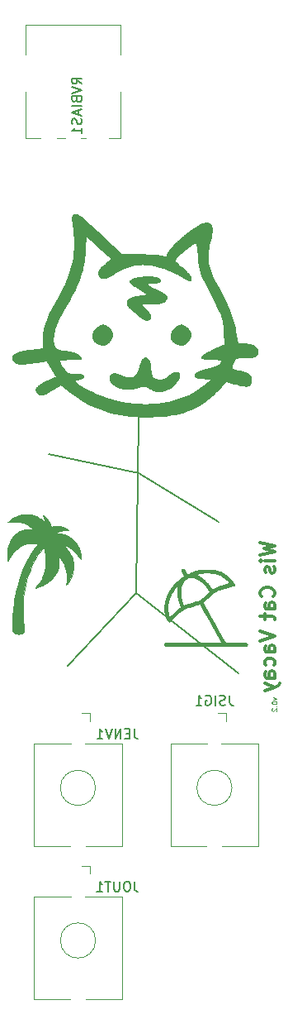
<source format=gbr>
%TF.GenerationSoftware,KiCad,Pcbnew,(7.0.0)*%
%TF.CreationDate,2023-03-26T07:08:49-07:00*%
%TF.ProjectId,electricdruid_vca,656c6563-7472-4696-9364-727569645f76,rev?*%
%TF.SameCoordinates,Original*%
%TF.FileFunction,Legend,Bot*%
%TF.FilePolarity,Positive*%
%FSLAX46Y46*%
G04 Gerber Fmt 4.6, Leading zero omitted, Abs format (unit mm)*
G04 Created by KiCad (PCBNEW (7.0.0)) date 2023-03-26 07:08:49*
%MOMM*%
%LPD*%
G01*
G04 APERTURE LIST*
%ADD10C,0.195932*%
%ADD11C,0.150000*%
%ADD12C,0.010651*%
%ADD13C,0.032217*%
%ADD14C,0.300000*%
%ADD15C,0.125000*%
%ADD16C,0.120000*%
%ADD17R,1.700000X1.700000*%
%ADD18O,1.700000X1.700000*%
%ADD19R,1.930000X1.830000*%
%ADD20C,2.130000*%
%ADD21O,2.720000X3.240000*%
%ADD22R,1.800000X1.800000*%
%ADD23C,1.800000*%
G04 APERTURE END LIST*
D10*
G36*
X39106857Y-65746154D02*
G01*
X39131672Y-65748767D01*
X39156766Y-65753123D01*
X39182280Y-65759220D01*
X39208353Y-65767059D01*
X39235124Y-65776641D01*
X39262734Y-65787965D01*
X39291323Y-65801030D01*
X39351993Y-65832388D01*
X39418253Y-65870714D01*
X39491221Y-65916009D01*
X39572015Y-65968271D01*
X39625653Y-66005005D01*
X39676067Y-66042778D01*
X39723252Y-66081548D01*
X39767206Y-66121273D01*
X39807926Y-66161911D01*
X39845410Y-66203421D01*
X39879654Y-66245760D01*
X39910656Y-66288886D01*
X39938412Y-66332759D01*
X39962920Y-66377335D01*
X39984177Y-66422573D01*
X40002179Y-66468432D01*
X40016925Y-66514868D01*
X40028411Y-66561841D01*
X40036634Y-66609309D01*
X40041591Y-66657229D01*
X40043280Y-66705559D01*
X40041698Y-66754259D01*
X40036841Y-66803286D01*
X40028707Y-66852598D01*
X40017293Y-66902153D01*
X40002596Y-66951909D01*
X39984613Y-67001825D01*
X39963341Y-67051858D01*
X39938778Y-67101967D01*
X39910920Y-67152110D01*
X39879765Y-67202245D01*
X39845309Y-67252330D01*
X39807550Y-67302324D01*
X39766485Y-67352183D01*
X39722111Y-67401867D01*
X39674424Y-67451334D01*
X39674421Y-67451380D01*
X39602557Y-67518254D01*
X39566348Y-67548202D01*
X39529928Y-67575822D01*
X39493278Y-67601115D01*
X39456379Y-67624078D01*
X39419213Y-67644713D01*
X39381760Y-67663017D01*
X39344001Y-67678990D01*
X39305918Y-67692631D01*
X39267490Y-67703940D01*
X39228700Y-67712917D01*
X39189529Y-67719559D01*
X39149956Y-67723866D01*
X39109963Y-67725839D01*
X39069532Y-67725475D01*
X39028643Y-67722775D01*
X38987277Y-67717738D01*
X38945415Y-67710362D01*
X38903039Y-67700647D01*
X38860128Y-67688593D01*
X38816664Y-67674199D01*
X38772629Y-67657463D01*
X38728003Y-67638386D01*
X38636901Y-67593203D01*
X38543207Y-67538644D01*
X38446770Y-67474704D01*
X38347436Y-67401377D01*
X38310204Y-67370055D01*
X38276140Y-67336277D01*
X38245215Y-67300202D01*
X38217403Y-67261988D01*
X38192677Y-67221795D01*
X38171010Y-67179780D01*
X38152374Y-67136103D01*
X38136743Y-67090922D01*
X38124088Y-67044396D01*
X38114384Y-66996685D01*
X38107603Y-66947946D01*
X38103718Y-66898338D01*
X38102701Y-66848021D01*
X38104526Y-66797152D01*
X38109165Y-66745891D01*
X38116592Y-66694397D01*
X38126779Y-66642828D01*
X38139698Y-66591343D01*
X38155324Y-66540101D01*
X38173629Y-66489260D01*
X38194585Y-66438979D01*
X38218165Y-66389417D01*
X38244344Y-66340733D01*
X38273092Y-66293086D01*
X38304383Y-66246634D01*
X38338191Y-66201536D01*
X38374487Y-66157950D01*
X38413245Y-66116036D01*
X38454437Y-66075953D01*
X38498037Y-66037858D01*
X38544018Y-66001912D01*
X38592351Y-65968271D01*
X38673145Y-65916009D01*
X38746112Y-65870714D01*
X38812372Y-65832388D01*
X38873042Y-65801030D01*
X38901630Y-65787965D01*
X38929240Y-65776641D01*
X38956011Y-65767059D01*
X38982083Y-65759220D01*
X39007597Y-65753123D01*
X39032692Y-65748767D01*
X39057507Y-65746154D01*
X39082182Y-65745283D01*
X39106857Y-65746154D01*
G37*
X39106857Y-65746154D02*
X39131672Y-65748767D01*
X39156766Y-65753123D01*
X39182280Y-65759220D01*
X39208353Y-65767059D01*
X39235124Y-65776641D01*
X39262734Y-65787965D01*
X39291323Y-65801030D01*
X39351993Y-65832388D01*
X39418253Y-65870714D01*
X39491221Y-65916009D01*
X39572015Y-65968271D01*
X39625653Y-66005005D01*
X39676067Y-66042778D01*
X39723252Y-66081548D01*
X39767206Y-66121273D01*
X39807926Y-66161911D01*
X39845410Y-66203421D01*
X39879654Y-66245760D01*
X39910656Y-66288886D01*
X39938412Y-66332759D01*
X39962920Y-66377335D01*
X39984177Y-66422573D01*
X40002179Y-66468432D01*
X40016925Y-66514868D01*
X40028411Y-66561841D01*
X40036634Y-66609309D01*
X40041591Y-66657229D01*
X40043280Y-66705559D01*
X40041698Y-66754259D01*
X40036841Y-66803286D01*
X40028707Y-66852598D01*
X40017293Y-66902153D01*
X40002596Y-66951909D01*
X39984613Y-67001825D01*
X39963341Y-67051858D01*
X39938778Y-67101967D01*
X39910920Y-67152110D01*
X39879765Y-67202245D01*
X39845309Y-67252330D01*
X39807550Y-67302324D01*
X39766485Y-67352183D01*
X39722111Y-67401867D01*
X39674424Y-67451334D01*
X39674421Y-67451380D01*
X39602557Y-67518254D01*
X39566348Y-67548202D01*
X39529928Y-67575822D01*
X39493278Y-67601115D01*
X39456379Y-67624078D01*
X39419213Y-67644713D01*
X39381760Y-67663017D01*
X39344001Y-67678990D01*
X39305918Y-67692631D01*
X39267490Y-67703940D01*
X39228700Y-67712917D01*
X39189529Y-67719559D01*
X39149956Y-67723866D01*
X39109963Y-67725839D01*
X39069532Y-67725475D01*
X39028643Y-67722775D01*
X38987277Y-67717738D01*
X38945415Y-67710362D01*
X38903039Y-67700647D01*
X38860128Y-67688593D01*
X38816664Y-67674199D01*
X38772629Y-67657463D01*
X38728003Y-67638386D01*
X38636901Y-67593203D01*
X38543207Y-67538644D01*
X38446770Y-67474704D01*
X38347436Y-67401377D01*
X38310204Y-67370055D01*
X38276140Y-67336277D01*
X38245215Y-67300202D01*
X38217403Y-67261988D01*
X38192677Y-67221795D01*
X38171010Y-67179780D01*
X38152374Y-67136103D01*
X38136743Y-67090922D01*
X38124088Y-67044396D01*
X38114384Y-66996685D01*
X38107603Y-66947946D01*
X38103718Y-66898338D01*
X38102701Y-66848021D01*
X38104526Y-66797152D01*
X38109165Y-66745891D01*
X38116592Y-66694397D01*
X38126779Y-66642828D01*
X38139698Y-66591343D01*
X38155324Y-66540101D01*
X38173629Y-66489260D01*
X38194585Y-66438979D01*
X38218165Y-66389417D01*
X38244344Y-66340733D01*
X38273092Y-66293086D01*
X38304383Y-66246634D01*
X38338191Y-66201536D01*
X38374487Y-66157950D01*
X38413245Y-66116036D01*
X38454437Y-66075953D01*
X38498037Y-66037858D01*
X38544018Y-66001912D01*
X38592351Y-65968271D01*
X38673145Y-65916009D01*
X38746112Y-65870714D01*
X38812372Y-65832388D01*
X38873042Y-65801030D01*
X38901630Y-65787965D01*
X38929240Y-65776641D01*
X38956011Y-65767059D01*
X38982083Y-65759220D01*
X39007597Y-65753123D01*
X39032692Y-65748767D01*
X39057507Y-65746154D01*
X39082182Y-65745283D01*
X39106857Y-65746154D01*
D11*
X34455037Y-93133537D02*
X27455037Y-100633537D01*
D12*
G36*
X39315281Y-91242426D02*
G01*
X40563164Y-91242426D01*
X40563258Y-91244999D01*
X40563627Y-91245638D01*
X40564335Y-91246426D01*
X40566732Y-91248435D01*
X40570381Y-91250987D01*
X40575209Y-91254044D01*
X40581149Y-91257568D01*
X40588128Y-91261521D01*
X40604929Y-91270563D01*
X40625052Y-91280866D01*
X40647936Y-91292126D01*
X40673021Y-91304040D01*
X40699748Y-91316303D01*
X40762191Y-91344997D01*
X40819217Y-91372379D01*
X40872117Y-91399169D01*
X40922185Y-91426086D01*
X40970714Y-91453849D01*
X41018996Y-91483175D01*
X41068324Y-91514785D01*
X41119990Y-91549396D01*
X41191828Y-91599917D01*
X41262965Y-91652932D01*
X41333364Y-91708403D01*
X41402988Y-91766291D01*
X41471801Y-91826559D01*
X41539764Y-91889167D01*
X41606843Y-91954078D01*
X41672999Y-92021253D01*
X41738196Y-92090655D01*
X41802397Y-92162244D01*
X41865565Y-92235983D01*
X41927663Y-92311832D01*
X41988655Y-92389755D01*
X42048503Y-92469713D01*
X42107171Y-92551666D01*
X42164622Y-92635578D01*
X42204426Y-92694518D01*
X42237679Y-92742779D01*
X42260905Y-92775383D01*
X42267670Y-92784260D01*
X42269651Y-92786570D01*
X42270625Y-92787357D01*
X42271464Y-92787102D01*
X42273052Y-92786355D01*
X42278311Y-92783483D01*
X42286073Y-92778942D01*
X42296008Y-92772934D01*
X42307787Y-92765660D01*
X42321080Y-92757321D01*
X42335559Y-92748119D01*
X42350894Y-92738254D01*
X42350886Y-92738315D01*
X42388163Y-92715475D01*
X42430806Y-92691678D01*
X42478604Y-92667006D01*
X42531349Y-92641541D01*
X42588831Y-92615363D01*
X42650840Y-92588554D01*
X42787607Y-92533363D01*
X42939974Y-92476618D01*
X43106268Y-92418965D01*
X43284815Y-92361054D01*
X43473940Y-92303531D01*
X43798808Y-92208027D01*
X43933314Y-92168069D01*
X43978195Y-92154138D01*
X44010680Y-92143354D01*
X44032658Y-92135054D01*
X44046017Y-92128575D01*
X44050056Y-92125811D01*
X44052648Y-92123254D01*
X44054030Y-92120820D01*
X44054438Y-92118427D01*
X44053879Y-92114547D01*
X44052236Y-92109601D01*
X44045890Y-92096743D01*
X44035792Y-92080311D01*
X44022331Y-92060765D01*
X44005898Y-92038563D01*
X43986884Y-92014163D01*
X43965680Y-91988025D01*
X43942677Y-91960605D01*
X43918265Y-91932365D01*
X43892834Y-91903760D01*
X43866776Y-91875252D01*
X43840482Y-91847297D01*
X43814341Y-91820354D01*
X43788744Y-91794882D01*
X43764083Y-91771341D01*
X43740748Y-91750187D01*
X43639772Y-91665684D01*
X43535307Y-91586545D01*
X43427390Y-91512785D01*
X43316058Y-91444414D01*
X43201347Y-91381447D01*
X43083295Y-91323895D01*
X42961938Y-91271773D01*
X42837314Y-91225092D01*
X42709459Y-91183865D01*
X42578410Y-91148105D01*
X42444204Y-91117826D01*
X42306879Y-91093039D01*
X42166470Y-91073758D01*
X42023015Y-91059995D01*
X41876551Y-91051763D01*
X41727114Y-91049076D01*
X41612355Y-91050693D01*
X41501158Y-91055539D01*
X41391970Y-91063813D01*
X41283235Y-91075710D01*
X41173400Y-91091430D01*
X41060910Y-91111170D01*
X40944212Y-91135128D01*
X40821749Y-91163502D01*
X40751369Y-91180837D01*
X40693906Y-91195485D01*
X40648340Y-91207770D01*
X40613651Y-91218012D01*
X40588818Y-91226534D01*
X40579779Y-91230250D01*
X40572822Y-91233657D01*
X40567819Y-91236796D01*
X40564642Y-91239705D01*
X40563164Y-91242426D01*
X39315281Y-91242426D01*
X39305293Y-91224598D01*
X39263751Y-91150044D01*
X39220484Y-91070959D01*
X39180611Y-90996775D01*
X39149249Y-90936924D01*
X39129579Y-90898336D01*
X39114806Y-90868392D01*
X39109095Y-90856130D01*
X39104415Y-90845393D01*
X39100702Y-90835967D01*
X39097891Y-90827640D01*
X39095918Y-90820201D01*
X39094719Y-90813436D01*
X39094229Y-90807133D01*
X39094383Y-90801080D01*
X39095118Y-90795064D01*
X39096369Y-90788874D01*
X39100161Y-90775120D01*
X39101667Y-90770567D01*
X39103470Y-90765936D01*
X39107919Y-90756488D01*
X39113397Y-90746880D01*
X39119796Y-90737212D01*
X39127007Y-90727590D01*
X39134923Y-90718114D01*
X39143432Y-90708887D01*
X39152428Y-90700012D01*
X39161801Y-90691592D01*
X39171442Y-90683729D01*
X39181243Y-90676525D01*
X39191094Y-90670084D01*
X39200888Y-90664508D01*
X39210514Y-90659900D01*
X39215231Y-90657990D01*
X39219865Y-90656361D01*
X39224403Y-90655025D01*
X39228831Y-90653995D01*
X39235416Y-90652914D01*
X39242392Y-90652287D01*
X39249706Y-90652098D01*
X39257303Y-90652332D01*
X39265129Y-90652976D01*
X39273132Y-90654012D01*
X39281256Y-90655427D01*
X39289448Y-90657205D01*
X39297655Y-90659332D01*
X39305821Y-90661791D01*
X39313894Y-90664569D01*
X39321820Y-90667649D01*
X39329544Y-90671017D01*
X39337013Y-90674658D01*
X39344173Y-90678556D01*
X39350970Y-90682697D01*
X39353219Y-90684309D01*
X39355643Y-90686324D01*
X39361066Y-90691642D01*
X39367335Y-90698808D01*
X39374548Y-90707974D01*
X39382804Y-90719297D01*
X39392199Y-90732931D01*
X39402832Y-90749030D01*
X39414800Y-90767750D01*
X39428201Y-90789245D01*
X39443133Y-90813669D01*
X39477979Y-90871928D01*
X39520120Y-90943764D01*
X39570338Y-91030414D01*
X39606204Y-91092316D01*
X39634071Y-91139404D01*
X39655425Y-91173577D01*
X39664122Y-91186414D01*
X39671749Y-91196733D01*
X39678489Y-91204773D01*
X39684528Y-91210771D01*
X39690053Y-91214963D01*
X39695248Y-91217588D01*
X39700300Y-91218881D01*
X39705393Y-91219082D01*
X39710714Y-91218426D01*
X39716448Y-91217151D01*
X39725709Y-91213970D01*
X39741973Y-91207669D01*
X39764339Y-91198616D01*
X39791905Y-91187179D01*
X39859035Y-91158628D01*
X39936152Y-91124958D01*
X40094898Y-91058138D01*
X40256894Y-90996773D01*
X40421502Y-90941043D01*
X40588089Y-90891125D01*
X40756017Y-90847198D01*
X40924652Y-90809440D01*
X41093358Y-90778030D01*
X41261500Y-90753147D01*
X41378531Y-90741938D01*
X41516428Y-90734999D01*
X41668146Y-90732194D01*
X41826640Y-90733383D01*
X41984865Y-90738431D01*
X42135776Y-90747199D01*
X42272328Y-90759551D01*
X42387476Y-90775349D01*
X42540541Y-90804946D01*
X42690270Y-90840722D01*
X42836466Y-90882561D01*
X42978936Y-90930346D01*
X43117483Y-90983962D01*
X43251914Y-91043293D01*
X43382032Y-91108224D01*
X43507642Y-91178638D01*
X43628550Y-91254421D01*
X43744561Y-91335455D01*
X43855478Y-91421627D01*
X43961108Y-91512819D01*
X44061255Y-91608916D01*
X44155723Y-91709802D01*
X44244319Y-91815362D01*
X44326846Y-91925480D01*
X44365460Y-91981947D01*
X44404832Y-92042786D01*
X44443141Y-92104830D01*
X44478568Y-92164913D01*
X44509291Y-92219869D01*
X44533489Y-92266532D01*
X44542574Y-92285765D01*
X44549344Y-92301736D01*
X44553573Y-92314052D01*
X44555033Y-92322315D01*
X44554742Y-92323733D01*
X44553850Y-92325253D01*
X44552332Y-92326883D01*
X44550161Y-92328633D01*
X44547311Y-92330510D01*
X44543757Y-92332522D01*
X44534428Y-92336985D01*
X44521967Y-92342088D01*
X44506164Y-92347895D01*
X44486810Y-92354474D01*
X44463695Y-92361889D01*
X44436611Y-92370206D01*
X44405349Y-92379490D01*
X44369700Y-92389807D01*
X44329454Y-92401223D01*
X44234337Y-92427614D01*
X44118327Y-92459186D01*
X43838002Y-92537428D01*
X43546879Y-92622965D01*
X43273864Y-92707102D01*
X43047862Y-92781147D01*
X42950628Y-92815206D01*
X42865637Y-92846686D01*
X42790861Y-92876519D01*
X42724276Y-92905638D01*
X42663855Y-92934974D01*
X42607572Y-92965462D01*
X42553401Y-92998032D01*
X42499316Y-93033619D01*
X42433224Y-93080833D01*
X42357095Y-93138702D01*
X42182466Y-93279437D01*
X41990917Y-93441901D01*
X41797932Y-93612169D01*
X41618999Y-93776317D01*
X41469603Y-93920419D01*
X41410821Y-93980602D01*
X41365230Y-94030553D01*
X41334767Y-94068529D01*
X41321368Y-94092792D01*
X41321075Y-94095969D01*
X41321556Y-94100332D01*
X41322876Y-94106006D01*
X41325104Y-94113113D01*
X41332551Y-94132127D01*
X41344433Y-94158364D01*
X41361290Y-94192816D01*
X41383658Y-94236475D01*
X41412075Y-94290331D01*
X41447080Y-94355377D01*
X41539002Y-94523001D01*
X41663726Y-94747277D01*
X41825554Y-95036137D01*
X42028788Y-95397510D01*
X42190485Y-95685093D01*
X42444680Y-96138214D01*
X42574053Y-96366779D01*
X42593795Y-96401234D01*
X42617841Y-96443840D01*
X42643150Y-96489187D01*
X42666682Y-96531864D01*
X42796997Y-96765388D01*
X43036677Y-97192249D01*
X43470562Y-97964638D01*
X43545359Y-98099647D01*
X43575099Y-98156193D01*
X43579048Y-98164768D01*
X43582268Y-98172754D01*
X43587611Y-98187039D01*
X43590280Y-98193381D01*
X43593310Y-98199217D01*
X43596975Y-98204568D01*
X43599131Y-98207068D01*
X43601547Y-98209455D01*
X43604259Y-98211731D01*
X43607299Y-98213899D01*
X43610703Y-98215962D01*
X43614504Y-98217922D01*
X43618736Y-98219781D01*
X43623434Y-98221544D01*
X43634362Y-98224786D01*
X43647560Y-98227669D01*
X43663303Y-98230215D01*
X43681861Y-98232445D01*
X43703508Y-98234379D01*
X43728517Y-98236038D01*
X43757160Y-98237444D01*
X43789710Y-98238618D01*
X43826439Y-98239580D01*
X43913529Y-98240954D01*
X44020610Y-98241736D01*
X44149865Y-98242093D01*
X44303474Y-98242193D01*
X44692484Y-98242298D01*
X45753306Y-98243168D01*
X45803668Y-98300770D01*
X45813932Y-98312929D01*
X45823790Y-98325402D01*
X45833006Y-98337836D01*
X45841345Y-98349878D01*
X45848572Y-98361176D01*
X45851694Y-98366435D01*
X45854449Y-98371376D01*
X45856809Y-98375954D01*
X45858743Y-98380126D01*
X45860222Y-98383847D01*
X45861216Y-98387073D01*
X45861962Y-98390676D01*
X45862440Y-98394466D01*
X45862655Y-98398433D01*
X45862613Y-98402567D01*
X45862319Y-98406857D01*
X45861779Y-98411294D01*
X45859979Y-98420569D01*
X45857255Y-98430309D01*
X45853649Y-98440436D01*
X45849203Y-98450869D01*
X45843959Y-98461527D01*
X45837960Y-98472330D01*
X45831246Y-98483197D01*
X45823860Y-98494049D01*
X45815845Y-98504805D01*
X45807241Y-98515385D01*
X45798092Y-98525707D01*
X45788438Y-98535693D01*
X45778323Y-98545261D01*
X45737261Y-98582355D01*
X37467333Y-98582355D01*
X37411402Y-98522617D01*
X37396331Y-98506127D01*
X37383265Y-98490572D01*
X37377484Y-98483100D01*
X37372204Y-98475807D01*
X37367426Y-98468674D01*
X37363149Y-98461685D01*
X37359373Y-98454819D01*
X37356098Y-98448060D01*
X37353324Y-98441389D01*
X37351051Y-98434787D01*
X37349278Y-98428237D01*
X37348007Y-98421720D01*
X37347236Y-98415219D01*
X37346966Y-98408714D01*
X37347197Y-98402188D01*
X37347928Y-98395622D01*
X37349160Y-98388999D01*
X37350892Y-98382299D01*
X37353125Y-98375505D01*
X37355858Y-98368599D01*
X37359091Y-98361562D01*
X37362824Y-98354376D01*
X37367058Y-98347023D01*
X37371792Y-98339485D01*
X37377025Y-98331743D01*
X37382759Y-98323779D01*
X37395726Y-98307113D01*
X37410693Y-98289341D01*
X37447291Y-98247242D01*
X39416773Y-98239246D01*
X42310259Y-98231251D01*
X43005892Y-98228065D01*
X43177499Y-98224509D01*
X43220113Y-98222178D01*
X43234263Y-98219456D01*
X43226293Y-98203085D01*
X43203452Y-98160401D01*
X43119562Y-98007669D01*
X42995404Y-97784416D01*
X42843791Y-97513798D01*
X42334101Y-96606022D01*
X41812990Y-95681143D01*
X41367541Y-94896488D01*
X41327853Y-94827289D01*
X41188998Y-94587635D01*
X41035578Y-94322941D01*
X41002795Y-94265934D01*
X40944827Y-94272938D01*
X40892406Y-94281340D01*
X40823746Y-94295977D01*
X40646847Y-94341059D01*
X40432413Y-94402395D01*
X40198723Y-94474195D01*
X39964060Y-94550672D01*
X39746705Y-94626034D01*
X39564940Y-94694495D01*
X39493116Y-94724327D01*
X39437045Y-94750263D01*
X39384695Y-94778050D01*
X39328866Y-94810761D01*
X39269427Y-94848505D01*
X39206247Y-94891389D01*
X39139194Y-94939522D01*
X39068139Y-94993010D01*
X38992951Y-95051963D01*
X38913499Y-95116487D01*
X38829653Y-95186691D01*
X38741281Y-95262683D01*
X38550438Y-95432460D01*
X38339926Y-95626682D01*
X38108698Y-95846210D01*
X38017973Y-95932488D01*
X37941899Y-96003145D01*
X37911849Y-96030337D01*
X37888453Y-96050889D01*
X37872707Y-96063888D01*
X37868016Y-96067271D01*
X37865611Y-96068424D01*
X37863222Y-96068264D01*
X37860510Y-96067791D01*
X37854194Y-96065959D01*
X37846812Y-96063031D01*
X37838516Y-96059109D01*
X37829456Y-96054295D01*
X37819785Y-96048692D01*
X37809652Y-96042402D01*
X37799209Y-96035526D01*
X37788607Y-96028168D01*
X37777997Y-96020429D01*
X37767531Y-96012412D01*
X37757358Y-96004218D01*
X37747630Y-95995951D01*
X37738499Y-95987713D01*
X37730114Y-95979604D01*
X37722628Y-95971729D01*
X37704482Y-95949067D01*
X37685037Y-95920046D01*
X37664532Y-95885269D01*
X37643207Y-95845342D01*
X37621302Y-95800869D01*
X37599057Y-95752456D01*
X37576711Y-95700706D01*
X37554504Y-95646225D01*
X37532676Y-95589617D01*
X37511466Y-95531487D01*
X37491115Y-95472439D01*
X37471862Y-95413079D01*
X37453947Y-95354010D01*
X37437609Y-95295839D01*
X37423088Y-95239169D01*
X37410624Y-95184604D01*
X37401475Y-95140527D01*
X37397748Y-95120871D01*
X37394533Y-95101907D01*
X37391792Y-95082964D01*
X37389488Y-95063369D01*
X37387582Y-95042451D01*
X37386035Y-95019539D01*
X37384808Y-94993959D01*
X37383864Y-94965041D01*
X37382669Y-94894501D01*
X37382142Y-94802544D01*
X37381976Y-94683796D01*
X37382096Y-94647167D01*
X37693498Y-94647167D01*
X37694767Y-94762900D01*
X37699947Y-94873411D01*
X37709059Y-94975100D01*
X37715096Y-95021510D01*
X37722125Y-95064365D01*
X37736147Y-95134169D01*
X37753153Y-95208611D01*
X37772080Y-95283956D01*
X37791866Y-95356466D01*
X37811447Y-95422405D01*
X37829762Y-95478037D01*
X37845747Y-95519624D01*
X37852534Y-95533983D01*
X37858340Y-95543430D01*
X37859762Y-95545130D01*
X37861307Y-95546707D01*
X37862970Y-95548159D01*
X37864747Y-95549489D01*
X37866633Y-95550694D01*
X37868623Y-95551777D01*
X37870713Y-95552737D01*
X37872899Y-95553574D01*
X37875175Y-95554289D01*
X37877539Y-95554881D01*
X37879984Y-95555352D01*
X37882507Y-95555700D01*
X37885103Y-95555927D01*
X37887767Y-95556033D01*
X37890495Y-95556018D01*
X37893283Y-95555881D01*
X37896126Y-95555624D01*
X37899020Y-95555247D01*
X37901959Y-95554749D01*
X37904940Y-95554131D01*
X37907958Y-95553394D01*
X37911008Y-95552536D01*
X37914087Y-95551560D01*
X37917189Y-95550464D01*
X37920309Y-95549249D01*
X37923445Y-95547916D01*
X37926590Y-95546464D01*
X37929741Y-95544893D01*
X37932893Y-95543205D01*
X37936041Y-95541399D01*
X37939181Y-95539475D01*
X37942309Y-95537433D01*
X37942286Y-95537922D01*
X37946244Y-95535041D01*
X37952188Y-95530333D01*
X37969553Y-95515855D01*
X37993419Y-95495334D01*
X38022824Y-95469616D01*
X38094408Y-95405970D01*
X38176615Y-95331684D01*
X38414192Y-95118608D01*
X38634275Y-94927408D01*
X38733572Y-94843582D01*
X38823475Y-94769508D01*
X38902309Y-94706615D01*
X38968401Y-94656330D01*
X39029484Y-94611566D01*
X39056681Y-94591923D01*
X39056611Y-94590815D01*
X39055787Y-94587909D01*
X39052023Y-94577072D01*
X39045681Y-94560157D01*
X39037055Y-94537906D01*
X39014116Y-94480373D01*
X38985545Y-94410419D01*
X38950340Y-94323504D01*
X38918103Y-94240428D01*
X38888577Y-94160434D01*
X38861506Y-94082767D01*
X38836635Y-94006671D01*
X38813710Y-93931390D01*
X38792473Y-93856167D01*
X38772669Y-93780247D01*
X38748070Y-93679751D01*
X38728971Y-93594386D01*
X38721274Y-93555505D01*
X38714699Y-93518158D01*
X38709162Y-93481598D01*
X38704579Y-93445074D01*
X38700865Y-93407838D01*
X38697937Y-93369141D01*
X38695710Y-93328233D01*
X38694100Y-93284366D01*
X38692393Y-93184757D01*
X38692141Y-93064319D01*
X38692324Y-93032398D01*
X39021693Y-93032398D01*
X39022475Y-93207506D01*
X39024947Y-93338465D01*
X39026859Y-93388727D01*
X39029244Y-93429560D01*
X39032119Y-93461499D01*
X39035502Y-93485081D01*
X39053585Y-93573970D01*
X39075603Y-93667884D01*
X39100866Y-93764512D01*
X39128683Y-93861543D01*
X39158361Y-93956669D01*
X39189211Y-94047578D01*
X39220540Y-94131961D01*
X39251658Y-94207508D01*
X39288733Y-94292974D01*
X39317820Y-94361149D01*
X39322593Y-94372298D01*
X39327074Y-94382069D01*
X39331382Y-94390503D01*
X39333508Y-94394229D01*
X39335636Y-94397636D01*
X39337781Y-94400728D01*
X39339957Y-94403509D01*
X39342180Y-94405984D01*
X39344465Y-94408159D01*
X39346826Y-94410038D01*
X39349279Y-94411626D01*
X39351838Y-94412928D01*
X39354518Y-94413948D01*
X39357336Y-94414692D01*
X39360304Y-94415164D01*
X39363439Y-94415369D01*
X39366755Y-94415312D01*
X39370268Y-94414998D01*
X39373992Y-94414432D01*
X39377942Y-94413618D01*
X39382134Y-94412561D01*
X39386582Y-94411267D01*
X39391301Y-94409740D01*
X39401613Y-94406005D01*
X39413189Y-94401397D01*
X39426150Y-94395954D01*
X39426135Y-94395893D01*
X39505102Y-94364927D01*
X39618697Y-94324298D01*
X39758635Y-94276688D01*
X39916630Y-94224779D01*
X40253648Y-94118791D01*
X40416099Y-94070076D01*
X40563464Y-94027790D01*
X40834572Y-93952187D01*
X40914682Y-93928952D01*
X40967672Y-93911970D01*
X41000923Y-93898645D01*
X41012454Y-93892543D01*
X41021818Y-93886382D01*
X41037737Y-93872586D01*
X41056063Y-93854664D01*
X41307590Y-93618967D01*
X41550440Y-93396408D01*
X41764651Y-93205063D01*
X41854779Y-93126744D01*
X41930262Y-93063007D01*
X41960979Y-93037269D01*
X41986133Y-93015570D01*
X41995813Y-93006947D01*
X42003129Y-93000190D01*
X42007757Y-92995583D01*
X42008961Y-92994175D01*
X42009371Y-92993412D01*
X42008919Y-92992360D01*
X42007592Y-92990000D01*
X42002494Y-92981637D01*
X41994434Y-92968888D01*
X41983769Y-92952314D01*
X41956058Y-92909948D01*
X41922221Y-92859043D01*
X41854240Y-92760575D01*
X41783451Y-92663930D01*
X41710168Y-92569407D01*
X41634702Y-92477302D01*
X41557367Y-92387913D01*
X41478473Y-92301538D01*
X41398335Y-92218475D01*
X41317264Y-92139021D01*
X41235573Y-92063474D01*
X41153575Y-91992131D01*
X41071581Y-91925291D01*
X40989905Y-91863250D01*
X40908859Y-91806307D01*
X40828755Y-91754760D01*
X40749907Y-91708905D01*
X40672625Y-91669041D01*
X40630349Y-91649110D01*
X40589673Y-91630821D01*
X40550400Y-91614124D01*
X40512333Y-91598969D01*
X40475274Y-91585306D01*
X40439025Y-91573086D01*
X40403388Y-91562258D01*
X40368166Y-91552772D01*
X40333162Y-91544580D01*
X40298176Y-91537630D01*
X40263012Y-91531874D01*
X40227473Y-91527261D01*
X40191359Y-91523742D01*
X40154475Y-91521266D01*
X40116621Y-91519783D01*
X40077601Y-91519245D01*
X40023329Y-91519620D01*
X39977037Y-91521155D01*
X39956375Y-91522439D01*
X39937098Y-91524109D01*
X39919001Y-91526198D01*
X39901882Y-91528738D01*
X39885536Y-91531761D01*
X39869760Y-91535298D01*
X39854351Y-91539384D01*
X39839104Y-91544048D01*
X39823817Y-91549324D01*
X39808286Y-91555243D01*
X39775675Y-91569141D01*
X39748858Y-91582328D01*
X39720582Y-91598091D01*
X39691089Y-91616221D01*
X39660622Y-91636511D01*
X39629420Y-91658753D01*
X39597727Y-91682739D01*
X39565783Y-91708262D01*
X39533829Y-91735113D01*
X39502108Y-91763085D01*
X39470861Y-91791971D01*
X39440329Y-91821562D01*
X39410753Y-91851651D01*
X39382376Y-91882030D01*
X39355439Y-91912490D01*
X39330183Y-91942826D01*
X39306849Y-91972828D01*
X39287627Y-91999452D01*
X39268717Y-92027555D01*
X39250147Y-92057079D01*
X39231939Y-92087968D01*
X39214121Y-92120166D01*
X39196717Y-92153616D01*
X39179752Y-92188262D01*
X39163252Y-92224047D01*
X39147242Y-92260914D01*
X39131748Y-92298808D01*
X39116793Y-92337672D01*
X39102405Y-92377449D01*
X39088607Y-92418082D01*
X39075426Y-92459516D01*
X39062886Y-92501694D01*
X39051013Y-92544559D01*
X39021723Y-92654285D01*
X39021693Y-93032398D01*
X38692324Y-93032398D01*
X38692798Y-92949497D01*
X38694518Y-92853117D01*
X38697639Y-92771282D01*
X38702501Y-92700098D01*
X38709441Y-92635667D01*
X38718797Y-92574095D01*
X38730908Y-92511486D01*
X38746111Y-92443943D01*
X38751470Y-92420728D01*
X38756315Y-92398601D01*
X38760550Y-92378082D01*
X38764081Y-92359690D01*
X38766814Y-92343943D01*
X38768654Y-92331361D01*
X38769505Y-92322463D01*
X38769531Y-92319558D01*
X38769274Y-92317768D01*
X38767851Y-92316491D01*
X38765062Y-92316945D01*
X38760968Y-92319066D01*
X38755627Y-92322785D01*
X38741440Y-92334752D01*
X38722974Y-92352313D01*
X38700700Y-92374933D01*
X38675089Y-92402078D01*
X38615747Y-92467806D01*
X38548721Y-92545223D01*
X38477786Y-92630056D01*
X38406715Y-92718031D01*
X38372307Y-92761861D01*
X38339282Y-92804874D01*
X38323033Y-92826808D01*
X38305143Y-92851826D01*
X38286197Y-92879055D01*
X38266784Y-92907623D01*
X38247490Y-92936660D01*
X38228902Y-92965292D01*
X38211607Y-92992648D01*
X38196192Y-93017856D01*
X38158180Y-93084019D01*
X38114143Y-93165058D01*
X38066655Y-93255829D01*
X38018287Y-93351185D01*
X37971612Y-93445980D01*
X37929202Y-93535068D01*
X37893629Y-93613304D01*
X37867465Y-93675541D01*
X37847419Y-93729815D01*
X37827375Y-93790142D01*
X37807690Y-93855180D01*
X37788719Y-93923584D01*
X37770820Y-93994012D01*
X37754349Y-94065122D01*
X37739664Y-94135570D01*
X37727122Y-94204014D01*
X37719560Y-94252952D01*
X37712953Y-94304634D01*
X37702612Y-94414434D01*
X37696120Y-94529811D01*
X37693498Y-94647167D01*
X37382096Y-94647167D01*
X37382441Y-94541570D01*
X37384393Y-94423262D01*
X37388344Y-94323579D01*
X37394807Y-94237230D01*
X37404298Y-94158923D01*
X37417328Y-94083365D01*
X37434413Y-94005265D01*
X37456065Y-93919330D01*
X37481274Y-93827733D01*
X37508337Y-93737616D01*
X37537312Y-93648858D01*
X37568257Y-93561339D01*
X37601231Y-93474940D01*
X37636293Y-93389542D01*
X37673499Y-93305023D01*
X37712908Y-93221264D01*
X37754579Y-93138145D01*
X37798571Y-93055546D01*
X37844940Y-92973348D01*
X37893745Y-92891431D01*
X37945046Y-92809674D01*
X37998899Y-92727957D01*
X38055363Y-92646162D01*
X38114497Y-92564167D01*
X38160181Y-92503220D01*
X38205062Y-92445727D01*
X38250448Y-92390196D01*
X38297650Y-92335134D01*
X38347976Y-92279049D01*
X38402738Y-92220447D01*
X38463243Y-92157837D01*
X38530802Y-92089725D01*
X38621870Y-92000478D01*
X38708779Y-91918858D01*
X38793597Y-91843174D01*
X38878389Y-91771738D01*
X38965222Y-91702859D01*
X39056162Y-91634846D01*
X39153277Y-91566011D01*
X39258631Y-91494663D01*
X39313429Y-91457901D01*
X39358304Y-91427160D01*
X39388624Y-91405646D01*
X39396879Y-91399351D01*
X39399028Y-91397494D01*
X39399760Y-91396564D01*
X39397832Y-91392381D01*
X39392306Y-91381812D01*
X39372010Y-91344393D01*
X39341972Y-91290068D01*
X39315281Y-91242426D01*
G37*
X39315281Y-91242426D02*
X40563164Y-91242426D01*
X40563258Y-91244999D01*
X40563627Y-91245638D01*
X40564335Y-91246426D01*
X40566732Y-91248435D01*
X40570381Y-91250987D01*
X40575209Y-91254044D01*
X40581149Y-91257568D01*
X40588128Y-91261521D01*
X40604929Y-91270563D01*
X40625052Y-91280866D01*
X40647936Y-91292126D01*
X40673021Y-91304040D01*
X40699748Y-91316303D01*
X40762191Y-91344997D01*
X40819217Y-91372379D01*
X40872117Y-91399169D01*
X40922185Y-91426086D01*
X40970714Y-91453849D01*
X41018996Y-91483175D01*
X41068324Y-91514785D01*
X41119990Y-91549396D01*
X41191828Y-91599917D01*
X41262965Y-91652932D01*
X41333364Y-91708403D01*
X41402988Y-91766291D01*
X41471801Y-91826559D01*
X41539764Y-91889167D01*
X41606843Y-91954078D01*
X41672999Y-92021253D01*
X41738196Y-92090655D01*
X41802397Y-92162244D01*
X41865565Y-92235983D01*
X41927663Y-92311832D01*
X41988655Y-92389755D01*
X42048503Y-92469713D01*
X42107171Y-92551666D01*
X42164622Y-92635578D01*
X42204426Y-92694518D01*
X42237679Y-92742779D01*
X42260905Y-92775383D01*
X42267670Y-92784260D01*
X42269651Y-92786570D01*
X42270625Y-92787357D01*
X42271464Y-92787102D01*
X42273052Y-92786355D01*
X42278311Y-92783483D01*
X42286073Y-92778942D01*
X42296008Y-92772934D01*
X42307787Y-92765660D01*
X42321080Y-92757321D01*
X42335559Y-92748119D01*
X42350894Y-92738254D01*
X42350886Y-92738315D01*
X42388163Y-92715475D01*
X42430806Y-92691678D01*
X42478604Y-92667006D01*
X42531349Y-92641541D01*
X42588831Y-92615363D01*
X42650840Y-92588554D01*
X42787607Y-92533363D01*
X42939974Y-92476618D01*
X43106268Y-92418965D01*
X43284815Y-92361054D01*
X43473940Y-92303531D01*
X43798808Y-92208027D01*
X43933314Y-92168069D01*
X43978195Y-92154138D01*
X44010680Y-92143354D01*
X44032658Y-92135054D01*
X44046017Y-92128575D01*
X44050056Y-92125811D01*
X44052648Y-92123254D01*
X44054030Y-92120820D01*
X44054438Y-92118427D01*
X44053879Y-92114547D01*
X44052236Y-92109601D01*
X44045890Y-92096743D01*
X44035792Y-92080311D01*
X44022331Y-92060765D01*
X44005898Y-92038563D01*
X43986884Y-92014163D01*
X43965680Y-91988025D01*
X43942677Y-91960605D01*
X43918265Y-91932365D01*
X43892834Y-91903760D01*
X43866776Y-91875252D01*
X43840482Y-91847297D01*
X43814341Y-91820354D01*
X43788744Y-91794882D01*
X43764083Y-91771341D01*
X43740748Y-91750187D01*
X43639772Y-91665684D01*
X43535307Y-91586545D01*
X43427390Y-91512785D01*
X43316058Y-91444414D01*
X43201347Y-91381447D01*
X43083295Y-91323895D01*
X42961938Y-91271773D01*
X42837314Y-91225092D01*
X42709459Y-91183865D01*
X42578410Y-91148105D01*
X42444204Y-91117826D01*
X42306879Y-91093039D01*
X42166470Y-91073758D01*
X42023015Y-91059995D01*
X41876551Y-91051763D01*
X41727114Y-91049076D01*
X41612355Y-91050693D01*
X41501158Y-91055539D01*
X41391970Y-91063813D01*
X41283235Y-91075710D01*
X41173400Y-91091430D01*
X41060910Y-91111170D01*
X40944212Y-91135128D01*
X40821749Y-91163502D01*
X40751369Y-91180837D01*
X40693906Y-91195485D01*
X40648340Y-91207770D01*
X40613651Y-91218012D01*
X40588818Y-91226534D01*
X40579779Y-91230250D01*
X40572822Y-91233657D01*
X40567819Y-91236796D01*
X40564642Y-91239705D01*
X40563164Y-91242426D01*
X39315281Y-91242426D01*
X39305293Y-91224598D01*
X39263751Y-91150044D01*
X39220484Y-91070959D01*
X39180611Y-90996775D01*
X39149249Y-90936924D01*
X39129579Y-90898336D01*
X39114806Y-90868392D01*
X39109095Y-90856130D01*
X39104415Y-90845393D01*
X39100702Y-90835967D01*
X39097891Y-90827640D01*
X39095918Y-90820201D01*
X39094719Y-90813436D01*
X39094229Y-90807133D01*
X39094383Y-90801080D01*
X39095118Y-90795064D01*
X39096369Y-90788874D01*
X39100161Y-90775120D01*
X39101667Y-90770567D01*
X39103470Y-90765936D01*
X39107919Y-90756488D01*
X39113397Y-90746880D01*
X39119796Y-90737212D01*
X39127007Y-90727590D01*
X39134923Y-90718114D01*
X39143432Y-90708887D01*
X39152428Y-90700012D01*
X39161801Y-90691592D01*
X39171442Y-90683729D01*
X39181243Y-90676525D01*
X39191094Y-90670084D01*
X39200888Y-90664508D01*
X39210514Y-90659900D01*
X39215231Y-90657990D01*
X39219865Y-90656361D01*
X39224403Y-90655025D01*
X39228831Y-90653995D01*
X39235416Y-90652914D01*
X39242392Y-90652287D01*
X39249706Y-90652098D01*
X39257303Y-90652332D01*
X39265129Y-90652976D01*
X39273132Y-90654012D01*
X39281256Y-90655427D01*
X39289448Y-90657205D01*
X39297655Y-90659332D01*
X39305821Y-90661791D01*
X39313894Y-90664569D01*
X39321820Y-90667649D01*
X39329544Y-90671017D01*
X39337013Y-90674658D01*
X39344173Y-90678556D01*
X39350970Y-90682697D01*
X39353219Y-90684309D01*
X39355643Y-90686324D01*
X39361066Y-90691642D01*
X39367335Y-90698808D01*
X39374548Y-90707974D01*
X39382804Y-90719297D01*
X39392199Y-90732931D01*
X39402832Y-90749030D01*
X39414800Y-90767750D01*
X39428201Y-90789245D01*
X39443133Y-90813669D01*
X39477979Y-90871928D01*
X39520120Y-90943764D01*
X39570338Y-91030414D01*
X39606204Y-91092316D01*
X39634071Y-91139404D01*
X39655425Y-91173577D01*
X39664122Y-91186414D01*
X39671749Y-91196733D01*
X39678489Y-91204773D01*
X39684528Y-91210771D01*
X39690053Y-91214963D01*
X39695248Y-91217588D01*
X39700300Y-91218881D01*
X39705393Y-91219082D01*
X39710714Y-91218426D01*
X39716448Y-91217151D01*
X39725709Y-91213970D01*
X39741973Y-91207669D01*
X39764339Y-91198616D01*
X39791905Y-91187179D01*
X39859035Y-91158628D01*
X39936152Y-91124958D01*
X40094898Y-91058138D01*
X40256894Y-90996773D01*
X40421502Y-90941043D01*
X40588089Y-90891125D01*
X40756017Y-90847198D01*
X40924652Y-90809440D01*
X41093358Y-90778030D01*
X41261500Y-90753147D01*
X41378531Y-90741938D01*
X41516428Y-90734999D01*
X41668146Y-90732194D01*
X41826640Y-90733383D01*
X41984865Y-90738431D01*
X42135776Y-90747199D01*
X42272328Y-90759551D01*
X42387476Y-90775349D01*
X42540541Y-90804946D01*
X42690270Y-90840722D01*
X42836466Y-90882561D01*
X42978936Y-90930346D01*
X43117483Y-90983962D01*
X43251914Y-91043293D01*
X43382032Y-91108224D01*
X43507642Y-91178638D01*
X43628550Y-91254421D01*
X43744561Y-91335455D01*
X43855478Y-91421627D01*
X43961108Y-91512819D01*
X44061255Y-91608916D01*
X44155723Y-91709802D01*
X44244319Y-91815362D01*
X44326846Y-91925480D01*
X44365460Y-91981947D01*
X44404832Y-92042786D01*
X44443141Y-92104830D01*
X44478568Y-92164913D01*
X44509291Y-92219869D01*
X44533489Y-92266532D01*
X44542574Y-92285765D01*
X44549344Y-92301736D01*
X44553573Y-92314052D01*
X44555033Y-92322315D01*
X44554742Y-92323733D01*
X44553850Y-92325253D01*
X44552332Y-92326883D01*
X44550161Y-92328633D01*
X44547311Y-92330510D01*
X44543757Y-92332522D01*
X44534428Y-92336985D01*
X44521967Y-92342088D01*
X44506164Y-92347895D01*
X44486810Y-92354474D01*
X44463695Y-92361889D01*
X44436611Y-92370206D01*
X44405349Y-92379490D01*
X44369700Y-92389807D01*
X44329454Y-92401223D01*
X44234337Y-92427614D01*
X44118327Y-92459186D01*
X43838002Y-92537428D01*
X43546879Y-92622965D01*
X43273864Y-92707102D01*
X43047862Y-92781147D01*
X42950628Y-92815206D01*
X42865637Y-92846686D01*
X42790861Y-92876519D01*
X42724276Y-92905638D01*
X42663855Y-92934974D01*
X42607572Y-92965462D01*
X42553401Y-92998032D01*
X42499316Y-93033619D01*
X42433224Y-93080833D01*
X42357095Y-93138702D01*
X42182466Y-93279437D01*
X41990917Y-93441901D01*
X41797932Y-93612169D01*
X41618999Y-93776317D01*
X41469603Y-93920419D01*
X41410821Y-93980602D01*
X41365230Y-94030553D01*
X41334767Y-94068529D01*
X41321368Y-94092792D01*
X41321075Y-94095969D01*
X41321556Y-94100332D01*
X41322876Y-94106006D01*
X41325104Y-94113113D01*
X41332551Y-94132127D01*
X41344433Y-94158364D01*
X41361290Y-94192816D01*
X41383658Y-94236475D01*
X41412075Y-94290331D01*
X41447080Y-94355377D01*
X41539002Y-94523001D01*
X41663726Y-94747277D01*
X41825554Y-95036137D01*
X42028788Y-95397510D01*
X42190485Y-95685093D01*
X42444680Y-96138214D01*
X42574053Y-96366779D01*
X42593795Y-96401234D01*
X42617841Y-96443840D01*
X42643150Y-96489187D01*
X42666682Y-96531864D01*
X42796997Y-96765388D01*
X43036677Y-97192249D01*
X43470562Y-97964638D01*
X43545359Y-98099647D01*
X43575099Y-98156193D01*
X43579048Y-98164768D01*
X43582268Y-98172754D01*
X43587611Y-98187039D01*
X43590280Y-98193381D01*
X43593310Y-98199217D01*
X43596975Y-98204568D01*
X43599131Y-98207068D01*
X43601547Y-98209455D01*
X43604259Y-98211731D01*
X43607299Y-98213899D01*
X43610703Y-98215962D01*
X43614504Y-98217922D01*
X43618736Y-98219781D01*
X43623434Y-98221544D01*
X43634362Y-98224786D01*
X43647560Y-98227669D01*
X43663303Y-98230215D01*
X43681861Y-98232445D01*
X43703508Y-98234379D01*
X43728517Y-98236038D01*
X43757160Y-98237444D01*
X43789710Y-98238618D01*
X43826439Y-98239580D01*
X43913529Y-98240954D01*
X44020610Y-98241736D01*
X44149865Y-98242093D01*
X44303474Y-98242193D01*
X44692484Y-98242298D01*
X45753306Y-98243168D01*
X45803668Y-98300770D01*
X45813932Y-98312929D01*
X45823790Y-98325402D01*
X45833006Y-98337836D01*
X45841345Y-98349878D01*
X45848572Y-98361176D01*
X45851694Y-98366435D01*
X45854449Y-98371376D01*
X45856809Y-98375954D01*
X45858743Y-98380126D01*
X45860222Y-98383847D01*
X45861216Y-98387073D01*
X45861962Y-98390676D01*
X45862440Y-98394466D01*
X45862655Y-98398433D01*
X45862613Y-98402567D01*
X45862319Y-98406857D01*
X45861779Y-98411294D01*
X45859979Y-98420569D01*
X45857255Y-98430309D01*
X45853649Y-98440436D01*
X45849203Y-98450869D01*
X45843959Y-98461527D01*
X45837960Y-98472330D01*
X45831246Y-98483197D01*
X45823860Y-98494049D01*
X45815845Y-98504805D01*
X45807241Y-98515385D01*
X45798092Y-98525707D01*
X45788438Y-98535693D01*
X45778323Y-98545261D01*
X45737261Y-98582355D01*
X37467333Y-98582355D01*
X37411402Y-98522617D01*
X37396331Y-98506127D01*
X37383265Y-98490572D01*
X37377484Y-98483100D01*
X37372204Y-98475807D01*
X37367426Y-98468674D01*
X37363149Y-98461685D01*
X37359373Y-98454819D01*
X37356098Y-98448060D01*
X37353324Y-98441389D01*
X37351051Y-98434787D01*
X37349278Y-98428237D01*
X37348007Y-98421720D01*
X37347236Y-98415219D01*
X37346966Y-98408714D01*
X37347197Y-98402188D01*
X37347928Y-98395622D01*
X37349160Y-98388999D01*
X37350892Y-98382299D01*
X37353125Y-98375505D01*
X37355858Y-98368599D01*
X37359091Y-98361562D01*
X37362824Y-98354376D01*
X37367058Y-98347023D01*
X37371792Y-98339485D01*
X37377025Y-98331743D01*
X37382759Y-98323779D01*
X37395726Y-98307113D01*
X37410693Y-98289341D01*
X37447291Y-98247242D01*
X39416773Y-98239246D01*
X42310259Y-98231251D01*
X43005892Y-98228065D01*
X43177499Y-98224509D01*
X43220113Y-98222178D01*
X43234263Y-98219456D01*
X43226293Y-98203085D01*
X43203452Y-98160401D01*
X43119562Y-98007669D01*
X42995404Y-97784416D01*
X42843791Y-97513798D01*
X42334101Y-96606022D01*
X41812990Y-95681143D01*
X41367541Y-94896488D01*
X41327853Y-94827289D01*
X41188998Y-94587635D01*
X41035578Y-94322941D01*
X41002795Y-94265934D01*
X40944827Y-94272938D01*
X40892406Y-94281340D01*
X40823746Y-94295977D01*
X40646847Y-94341059D01*
X40432413Y-94402395D01*
X40198723Y-94474195D01*
X39964060Y-94550672D01*
X39746705Y-94626034D01*
X39564940Y-94694495D01*
X39493116Y-94724327D01*
X39437045Y-94750263D01*
X39384695Y-94778050D01*
X39328866Y-94810761D01*
X39269427Y-94848505D01*
X39206247Y-94891389D01*
X39139194Y-94939522D01*
X39068139Y-94993010D01*
X38992951Y-95051963D01*
X38913499Y-95116487D01*
X38829653Y-95186691D01*
X38741281Y-95262683D01*
X38550438Y-95432460D01*
X38339926Y-95626682D01*
X38108698Y-95846210D01*
X38017973Y-95932488D01*
X37941899Y-96003145D01*
X37911849Y-96030337D01*
X37888453Y-96050889D01*
X37872707Y-96063888D01*
X37868016Y-96067271D01*
X37865611Y-96068424D01*
X37863222Y-96068264D01*
X37860510Y-96067791D01*
X37854194Y-96065959D01*
X37846812Y-96063031D01*
X37838516Y-96059109D01*
X37829456Y-96054295D01*
X37819785Y-96048692D01*
X37809652Y-96042402D01*
X37799209Y-96035526D01*
X37788607Y-96028168D01*
X37777997Y-96020429D01*
X37767531Y-96012412D01*
X37757358Y-96004218D01*
X37747630Y-95995951D01*
X37738499Y-95987713D01*
X37730114Y-95979604D01*
X37722628Y-95971729D01*
X37704482Y-95949067D01*
X37685037Y-95920046D01*
X37664532Y-95885269D01*
X37643207Y-95845342D01*
X37621302Y-95800869D01*
X37599057Y-95752456D01*
X37576711Y-95700706D01*
X37554504Y-95646225D01*
X37532676Y-95589617D01*
X37511466Y-95531487D01*
X37491115Y-95472439D01*
X37471862Y-95413079D01*
X37453947Y-95354010D01*
X37437609Y-95295839D01*
X37423088Y-95239169D01*
X37410624Y-95184604D01*
X37401475Y-95140527D01*
X37397748Y-95120871D01*
X37394533Y-95101907D01*
X37391792Y-95082964D01*
X37389488Y-95063369D01*
X37387582Y-95042451D01*
X37386035Y-95019539D01*
X37384808Y-94993959D01*
X37383864Y-94965041D01*
X37382669Y-94894501D01*
X37382142Y-94802544D01*
X37381976Y-94683796D01*
X37382096Y-94647167D01*
X37693498Y-94647167D01*
X37694767Y-94762900D01*
X37699947Y-94873411D01*
X37709059Y-94975100D01*
X37715096Y-95021510D01*
X37722125Y-95064365D01*
X37736147Y-95134169D01*
X37753153Y-95208611D01*
X37772080Y-95283956D01*
X37791866Y-95356466D01*
X37811447Y-95422405D01*
X37829762Y-95478037D01*
X37845747Y-95519624D01*
X37852534Y-95533983D01*
X37858340Y-95543430D01*
X37859762Y-95545130D01*
X37861307Y-95546707D01*
X37862970Y-95548159D01*
X37864747Y-95549489D01*
X37866633Y-95550694D01*
X37868623Y-95551777D01*
X37870713Y-95552737D01*
X37872899Y-95553574D01*
X37875175Y-95554289D01*
X37877539Y-95554881D01*
X37879984Y-95555352D01*
X37882507Y-95555700D01*
X37885103Y-95555927D01*
X37887767Y-95556033D01*
X37890495Y-95556018D01*
X37893283Y-95555881D01*
X37896126Y-95555624D01*
X37899020Y-95555247D01*
X37901959Y-95554749D01*
X37904940Y-95554131D01*
X37907958Y-95553394D01*
X37911008Y-95552536D01*
X37914087Y-95551560D01*
X37917189Y-95550464D01*
X37920309Y-95549249D01*
X37923445Y-95547916D01*
X37926590Y-95546464D01*
X37929741Y-95544893D01*
X37932893Y-95543205D01*
X37936041Y-95541399D01*
X37939181Y-95539475D01*
X37942309Y-95537433D01*
X37942286Y-95537922D01*
X37946244Y-95535041D01*
X37952188Y-95530333D01*
X37969553Y-95515855D01*
X37993419Y-95495334D01*
X38022824Y-95469616D01*
X38094408Y-95405970D01*
X38176615Y-95331684D01*
X38414192Y-95118608D01*
X38634275Y-94927408D01*
X38733572Y-94843582D01*
X38823475Y-94769508D01*
X38902309Y-94706615D01*
X38968401Y-94656330D01*
X39029484Y-94611566D01*
X39056681Y-94591923D01*
X39056611Y-94590815D01*
X39055787Y-94587909D01*
X39052023Y-94577072D01*
X39045681Y-94560157D01*
X39037055Y-94537906D01*
X39014116Y-94480373D01*
X38985545Y-94410419D01*
X38950340Y-94323504D01*
X38918103Y-94240428D01*
X38888577Y-94160434D01*
X38861506Y-94082767D01*
X38836635Y-94006671D01*
X38813710Y-93931390D01*
X38792473Y-93856167D01*
X38772669Y-93780247D01*
X38748070Y-93679751D01*
X38728971Y-93594386D01*
X38721274Y-93555505D01*
X38714699Y-93518158D01*
X38709162Y-93481598D01*
X38704579Y-93445074D01*
X38700865Y-93407838D01*
X38697937Y-93369141D01*
X38695710Y-93328233D01*
X38694100Y-93284366D01*
X38692393Y-93184757D01*
X38692141Y-93064319D01*
X38692324Y-93032398D01*
X39021693Y-93032398D01*
X39022475Y-93207506D01*
X39024947Y-93338465D01*
X39026859Y-93388727D01*
X39029244Y-93429560D01*
X39032119Y-93461499D01*
X39035502Y-93485081D01*
X39053585Y-93573970D01*
X39075603Y-93667884D01*
X39100866Y-93764512D01*
X39128683Y-93861543D01*
X39158361Y-93956669D01*
X39189211Y-94047578D01*
X39220540Y-94131961D01*
X39251658Y-94207508D01*
X39288733Y-94292974D01*
X39317820Y-94361149D01*
X39322593Y-94372298D01*
X39327074Y-94382069D01*
X39331382Y-94390503D01*
X39333508Y-94394229D01*
X39335636Y-94397636D01*
X39337781Y-94400728D01*
X39339957Y-94403509D01*
X39342180Y-94405984D01*
X39344465Y-94408159D01*
X39346826Y-94410038D01*
X39349279Y-94411626D01*
X39351838Y-94412928D01*
X39354518Y-94413948D01*
X39357336Y-94414692D01*
X39360304Y-94415164D01*
X39363439Y-94415369D01*
X39366755Y-94415312D01*
X39370268Y-94414998D01*
X39373992Y-94414432D01*
X39377942Y-94413618D01*
X39382134Y-94412561D01*
X39386582Y-94411267D01*
X39391301Y-94409740D01*
X39401613Y-94406005D01*
X39413189Y-94401397D01*
X39426150Y-94395954D01*
X39426135Y-94395893D01*
X39505102Y-94364927D01*
X39618697Y-94324298D01*
X39758635Y-94276688D01*
X39916630Y-94224779D01*
X40253648Y-94118791D01*
X40416099Y-94070076D01*
X40563464Y-94027790D01*
X40834572Y-93952187D01*
X40914682Y-93928952D01*
X40967672Y-93911970D01*
X41000923Y-93898645D01*
X41012454Y-93892543D01*
X41021818Y-93886382D01*
X41037737Y-93872586D01*
X41056063Y-93854664D01*
X41307590Y-93618967D01*
X41550440Y-93396408D01*
X41764651Y-93205063D01*
X41854779Y-93126744D01*
X41930262Y-93063007D01*
X41960979Y-93037269D01*
X41986133Y-93015570D01*
X41995813Y-93006947D01*
X42003129Y-93000190D01*
X42007757Y-92995583D01*
X42008961Y-92994175D01*
X42009371Y-92993412D01*
X42008919Y-92992360D01*
X42007592Y-92990000D01*
X42002494Y-92981637D01*
X41994434Y-92968888D01*
X41983769Y-92952314D01*
X41956058Y-92909948D01*
X41922221Y-92859043D01*
X41854240Y-92760575D01*
X41783451Y-92663930D01*
X41710168Y-92569407D01*
X41634702Y-92477302D01*
X41557367Y-92387913D01*
X41478473Y-92301538D01*
X41398335Y-92218475D01*
X41317264Y-92139021D01*
X41235573Y-92063474D01*
X41153575Y-91992131D01*
X41071581Y-91925291D01*
X40989905Y-91863250D01*
X40908859Y-91806307D01*
X40828755Y-91754760D01*
X40749907Y-91708905D01*
X40672625Y-91669041D01*
X40630349Y-91649110D01*
X40589673Y-91630821D01*
X40550400Y-91614124D01*
X40512333Y-91598969D01*
X40475274Y-91585306D01*
X40439025Y-91573086D01*
X40403388Y-91562258D01*
X40368166Y-91552772D01*
X40333162Y-91544580D01*
X40298176Y-91537630D01*
X40263012Y-91531874D01*
X40227473Y-91527261D01*
X40191359Y-91523742D01*
X40154475Y-91521266D01*
X40116621Y-91519783D01*
X40077601Y-91519245D01*
X40023329Y-91519620D01*
X39977037Y-91521155D01*
X39956375Y-91522439D01*
X39937098Y-91524109D01*
X39919001Y-91526198D01*
X39901882Y-91528738D01*
X39885536Y-91531761D01*
X39869760Y-91535298D01*
X39854351Y-91539384D01*
X39839104Y-91544048D01*
X39823817Y-91549324D01*
X39808286Y-91555243D01*
X39775675Y-91569141D01*
X39748858Y-91582328D01*
X39720582Y-91598091D01*
X39691089Y-91616221D01*
X39660622Y-91636511D01*
X39629420Y-91658753D01*
X39597727Y-91682739D01*
X39565783Y-91708262D01*
X39533829Y-91735113D01*
X39502108Y-91763085D01*
X39470861Y-91791971D01*
X39440329Y-91821562D01*
X39410753Y-91851651D01*
X39382376Y-91882030D01*
X39355439Y-91912490D01*
X39330183Y-91942826D01*
X39306849Y-91972828D01*
X39287627Y-91999452D01*
X39268717Y-92027555D01*
X39250147Y-92057079D01*
X39231939Y-92087968D01*
X39214121Y-92120166D01*
X39196717Y-92153616D01*
X39179752Y-92188262D01*
X39163252Y-92224047D01*
X39147242Y-92260914D01*
X39131748Y-92298808D01*
X39116793Y-92337672D01*
X39102405Y-92377449D01*
X39088607Y-92418082D01*
X39075426Y-92459516D01*
X39062886Y-92501694D01*
X39051013Y-92544559D01*
X39021723Y-92654285D01*
X39021693Y-93032398D01*
X38692324Y-93032398D01*
X38692798Y-92949497D01*
X38694518Y-92853117D01*
X38697639Y-92771282D01*
X38702501Y-92700098D01*
X38709441Y-92635667D01*
X38718797Y-92574095D01*
X38730908Y-92511486D01*
X38746111Y-92443943D01*
X38751470Y-92420728D01*
X38756315Y-92398601D01*
X38760550Y-92378082D01*
X38764081Y-92359690D01*
X38766814Y-92343943D01*
X38768654Y-92331361D01*
X38769505Y-92322463D01*
X38769531Y-92319558D01*
X38769274Y-92317768D01*
X38767851Y-92316491D01*
X38765062Y-92316945D01*
X38760968Y-92319066D01*
X38755627Y-92322785D01*
X38741440Y-92334752D01*
X38722974Y-92352313D01*
X38700700Y-92374933D01*
X38675089Y-92402078D01*
X38615747Y-92467806D01*
X38548721Y-92545223D01*
X38477786Y-92630056D01*
X38406715Y-92718031D01*
X38372307Y-92761861D01*
X38339282Y-92804874D01*
X38323033Y-92826808D01*
X38305143Y-92851826D01*
X38286197Y-92879055D01*
X38266784Y-92907623D01*
X38247490Y-92936660D01*
X38228902Y-92965292D01*
X38211607Y-92992648D01*
X38196192Y-93017856D01*
X38158180Y-93084019D01*
X38114143Y-93165058D01*
X38066655Y-93255829D01*
X38018287Y-93351185D01*
X37971612Y-93445980D01*
X37929202Y-93535068D01*
X37893629Y-93613304D01*
X37867465Y-93675541D01*
X37847419Y-93729815D01*
X37827375Y-93790142D01*
X37807690Y-93855180D01*
X37788719Y-93923584D01*
X37770820Y-93994012D01*
X37754349Y-94065122D01*
X37739664Y-94135570D01*
X37727122Y-94204014D01*
X37719560Y-94252952D01*
X37712953Y-94304634D01*
X37702612Y-94414434D01*
X37696120Y-94529811D01*
X37693498Y-94647167D01*
X37382096Y-94647167D01*
X37382441Y-94541570D01*
X37384393Y-94423262D01*
X37388344Y-94323579D01*
X37394807Y-94237230D01*
X37404298Y-94158923D01*
X37417328Y-94083365D01*
X37434413Y-94005265D01*
X37456065Y-93919330D01*
X37481274Y-93827733D01*
X37508337Y-93737616D01*
X37537312Y-93648858D01*
X37568257Y-93561339D01*
X37601231Y-93474940D01*
X37636293Y-93389542D01*
X37673499Y-93305023D01*
X37712908Y-93221264D01*
X37754579Y-93138145D01*
X37798571Y-93055546D01*
X37844940Y-92973348D01*
X37893745Y-92891431D01*
X37945046Y-92809674D01*
X37998899Y-92727957D01*
X38055363Y-92646162D01*
X38114497Y-92564167D01*
X38160181Y-92503220D01*
X38205062Y-92445727D01*
X38250448Y-92390196D01*
X38297650Y-92335134D01*
X38347976Y-92279049D01*
X38402738Y-92220447D01*
X38463243Y-92157837D01*
X38530802Y-92089725D01*
X38621870Y-92000478D01*
X38708779Y-91918858D01*
X38793597Y-91843174D01*
X38878389Y-91771738D01*
X38965222Y-91702859D01*
X39056162Y-91634846D01*
X39153277Y-91566011D01*
X39258631Y-91494663D01*
X39313429Y-91457901D01*
X39358304Y-91427160D01*
X39388624Y-91405646D01*
X39396879Y-91399351D01*
X39399028Y-91397494D01*
X39399760Y-91396564D01*
X39397832Y-91392381D01*
X39392306Y-91381812D01*
X39372010Y-91344393D01*
X39341972Y-91290068D01*
X39315281Y-91242426D01*
D13*
G36*
X23248308Y-85074342D02*
G01*
X23379623Y-85081272D01*
X23509662Y-85094615D01*
X23638181Y-85114291D01*
X23764933Y-85140214D01*
X23889672Y-85172301D01*
X24012152Y-85210468D01*
X24132127Y-85254633D01*
X24249350Y-85304711D01*
X24363576Y-85360620D01*
X24474558Y-85422274D01*
X24582050Y-85489592D01*
X24685806Y-85562488D01*
X24785580Y-85640881D01*
X24881126Y-85724686D01*
X24915017Y-85756007D01*
X24944945Y-85783440D01*
X24971155Y-85807112D01*
X24993892Y-85827151D01*
X25013401Y-85843684D01*
X25022022Y-85850676D01*
X25029928Y-85856839D01*
X25037149Y-85862190D01*
X25043717Y-85866743D01*
X25049661Y-85870516D01*
X25055013Y-85873524D01*
X25059804Y-85875783D01*
X25064063Y-85877308D01*
X25067822Y-85878117D01*
X25069523Y-85878258D01*
X25071111Y-85878225D01*
X25072588Y-85878021D01*
X25073960Y-85877647D01*
X25075230Y-85877107D01*
X25076401Y-85876400D01*
X25077478Y-85875531D01*
X25078464Y-85874500D01*
X25079364Y-85873310D01*
X25080180Y-85871963D01*
X25081580Y-85868803D01*
X25082693Y-85865039D01*
X25083551Y-85860685D01*
X25084184Y-85855757D01*
X25084623Y-85850271D01*
X25084899Y-85844244D01*
X25085083Y-85830627D01*
X25083854Y-85813526D01*
X25080309Y-85790176D01*
X25067121Y-85727651D01*
X25047218Y-85648897D01*
X25022299Y-85559759D01*
X24994065Y-85466083D01*
X24964213Y-85373714D01*
X24934443Y-85288497D01*
X24906456Y-85216278D01*
X24903078Y-85207592D01*
X24900783Y-85200260D01*
X24899643Y-85194304D01*
X24899529Y-85191850D01*
X24899731Y-85189749D01*
X24900259Y-85188003D01*
X24901121Y-85186615D01*
X24902326Y-85185589D01*
X24903885Y-85184928D01*
X24905805Y-85184633D01*
X24908096Y-85184708D01*
X24910768Y-85185156D01*
X24913829Y-85185980D01*
X24921155Y-85188766D01*
X24930148Y-85193088D01*
X24940881Y-85198971D01*
X24953428Y-85206435D01*
X24967860Y-85215506D01*
X24984253Y-85226205D01*
X25023208Y-85252579D01*
X25082145Y-85295418D01*
X25139759Y-85341796D01*
X25195858Y-85391445D01*
X25250251Y-85444092D01*
X25302748Y-85499467D01*
X25353156Y-85557300D01*
X25401285Y-85617319D01*
X25446943Y-85679255D01*
X25489940Y-85742835D01*
X25530084Y-85807790D01*
X25567184Y-85873849D01*
X25601048Y-85940741D01*
X25631487Y-86008196D01*
X25658308Y-86075942D01*
X25681320Y-86143710D01*
X25700332Y-86211227D01*
X25706334Y-86234579D01*
X25711977Y-86255364D01*
X25717357Y-86273702D01*
X25719977Y-86281990D01*
X25722567Y-86289710D01*
X25725138Y-86296877D01*
X25727703Y-86303506D01*
X25730273Y-86309611D01*
X25732860Y-86315208D01*
X25735476Y-86320311D01*
X25738133Y-86324934D01*
X25740842Y-86329093D01*
X25743616Y-86332802D01*
X25746466Y-86336076D01*
X25749404Y-86338929D01*
X25752442Y-86341377D01*
X25755592Y-86343435D01*
X25758866Y-86345116D01*
X25762275Y-86346436D01*
X25765832Y-86347409D01*
X25769548Y-86348050D01*
X25773436Y-86348374D01*
X25777506Y-86348396D01*
X25781771Y-86348130D01*
X25786243Y-86347592D01*
X25790933Y-86346795D01*
X25795854Y-86345754D01*
X25806434Y-86343002D01*
X25879403Y-86323740D01*
X25953269Y-86307440D01*
X26027868Y-86294095D01*
X26103037Y-86283700D01*
X26178611Y-86276248D01*
X26254428Y-86271733D01*
X26330322Y-86270150D01*
X26406130Y-86271492D01*
X26481689Y-86275753D01*
X26556834Y-86282927D01*
X26631402Y-86293007D01*
X26705229Y-86305988D01*
X26778150Y-86321863D01*
X26850002Y-86340627D01*
X26920622Y-86362273D01*
X26989845Y-86386795D01*
X27025157Y-86401305D01*
X27064095Y-86419281D01*
X27105844Y-86440197D01*
X27149590Y-86463524D01*
X27194517Y-86488734D01*
X27239811Y-86515300D01*
X27284658Y-86542693D01*
X27328243Y-86570385D01*
X27369751Y-86597849D01*
X27408368Y-86624556D01*
X27443278Y-86649979D01*
X27473668Y-86673590D01*
X27498723Y-86694860D01*
X27517628Y-86713262D01*
X27524519Y-86721222D01*
X27529568Y-86728268D01*
X27532672Y-86734332D01*
X27533729Y-86739349D01*
X27533487Y-86740560D01*
X27532768Y-86741699D01*
X27529948Y-86743756D01*
X27525364Y-86745521D01*
X27519111Y-86746992D01*
X27511284Y-86748168D01*
X27501978Y-86749048D01*
X27479310Y-86749916D01*
X27451865Y-86749589D01*
X27420404Y-86748057D01*
X27385686Y-86745313D01*
X27348472Y-86741348D01*
X27286571Y-86735209D01*
X27223734Y-86731477D01*
X27160048Y-86730136D01*
X27095596Y-86731173D01*
X27030463Y-86734572D01*
X26964735Y-86740320D01*
X26898495Y-86748401D01*
X26831829Y-86758801D01*
X26764821Y-86771504D01*
X26697555Y-86786498D01*
X26630117Y-86803766D01*
X26562591Y-86823295D01*
X26495063Y-86845070D01*
X26427615Y-86869075D01*
X26360334Y-86895297D01*
X26293304Y-86923721D01*
X26164428Y-86980621D01*
X26502723Y-87019821D01*
X26616048Y-87034782D01*
X26726362Y-87053124D01*
X26833757Y-87074888D01*
X26938322Y-87100113D01*
X27040149Y-87128841D01*
X27139329Y-87161111D01*
X27235952Y-87196963D01*
X27330109Y-87236439D01*
X27421891Y-87279577D01*
X27511388Y-87326419D01*
X27598692Y-87377005D01*
X27683892Y-87431375D01*
X27767080Y-87489569D01*
X27848347Y-87551628D01*
X27927782Y-87617591D01*
X28005478Y-87687500D01*
X28063631Y-87743478D01*
X28119345Y-87800359D01*
X28172687Y-87858247D01*
X28223721Y-87917248D01*
X28272516Y-87977464D01*
X28319136Y-88039000D01*
X28363647Y-88101960D01*
X28406117Y-88166449D01*
X28446611Y-88232570D01*
X28485196Y-88300429D01*
X28521936Y-88370129D01*
X28556900Y-88441774D01*
X28590153Y-88515469D01*
X28621760Y-88591317D01*
X28651789Y-88669424D01*
X28680305Y-88749893D01*
X28695774Y-88797826D01*
X28710809Y-88849169D01*
X28725305Y-88903292D01*
X28739157Y-88959564D01*
X28764512Y-89076035D01*
X28786033Y-89193533D01*
X28802885Y-89307014D01*
X28809297Y-89360671D01*
X28814227Y-89411431D01*
X28817570Y-89458664D01*
X28819222Y-89501739D01*
X28819077Y-89540025D01*
X28817032Y-89572891D01*
X28806373Y-89678177D01*
X28664306Y-89495728D01*
X28581872Y-89392608D01*
X28497114Y-89291880D01*
X28410435Y-89193889D01*
X28322240Y-89098979D01*
X28232932Y-89007494D01*
X28142915Y-88919780D01*
X28052593Y-88836179D01*
X27962370Y-88757038D01*
X27872649Y-88682700D01*
X27783835Y-88613510D01*
X27696331Y-88549812D01*
X27610542Y-88491951D01*
X27526870Y-88440270D01*
X27445720Y-88395115D01*
X27367497Y-88356830D01*
X27292602Y-88325760D01*
X27240646Y-88306668D01*
X27195353Y-88290865D01*
X27156676Y-88278490D01*
X27124566Y-88269678D01*
X27110959Y-88266652D01*
X27098975Y-88264568D01*
X27088609Y-88263445D01*
X27079853Y-88263297D01*
X27072704Y-88264144D01*
X27067153Y-88266003D01*
X27063195Y-88268889D01*
X27060825Y-88272821D01*
X27060036Y-88277816D01*
X27060821Y-88283891D01*
X27063175Y-88291063D01*
X27067092Y-88299349D01*
X27072566Y-88308767D01*
X27079590Y-88319333D01*
X27098267Y-88343980D01*
X27123072Y-88373427D01*
X27153959Y-88407811D01*
X27190877Y-88447271D01*
X27233780Y-88491943D01*
X27391546Y-88666175D01*
X27531963Y-88845397D01*
X27655009Y-89029445D01*
X27760662Y-89218155D01*
X27848901Y-89411361D01*
X27919704Y-89608899D01*
X27973050Y-89810605D01*
X28008917Y-90016314D01*
X28027283Y-90225860D01*
X28028128Y-90439081D01*
X28011429Y-90655810D01*
X27977166Y-90875884D01*
X27925316Y-91099138D01*
X27855858Y-91325407D01*
X27768770Y-91554526D01*
X27664032Y-91786331D01*
X27647464Y-91819704D01*
X27630231Y-91853227D01*
X27594316Y-91919840D01*
X27557388Y-91984415D01*
X27520546Y-92045193D01*
X27502500Y-92073608D01*
X27484887Y-92100416D01*
X27467846Y-92125395D01*
X27451513Y-92148326D01*
X27436025Y-92168990D01*
X27421521Y-92187167D01*
X27408137Y-92202637D01*
X27396011Y-92215179D01*
X27284973Y-92321854D01*
X27314979Y-92150742D01*
X27324423Y-92088517D01*
X27332362Y-92018879D01*
X27343792Y-91861783D01*
X27349408Y-91688291D01*
X27349350Y-91507240D01*
X27343755Y-91327469D01*
X27332763Y-91157814D01*
X27325287Y-91079541D01*
X27316513Y-91007112D01*
X27306459Y-90941630D01*
X27295143Y-90884201D01*
X27280436Y-90822731D01*
X27263627Y-90759477D01*
X27224142Y-90628686D01*
X27177562Y-90493977D01*
X27124761Y-90357498D01*
X27066614Y-90221397D01*
X27003994Y-90087821D01*
X26937777Y-89958919D01*
X26903592Y-89896891D01*
X26868835Y-89836838D01*
X26838228Y-89786193D01*
X26807277Y-89736730D01*
X26776249Y-89688787D01*
X26745415Y-89642704D01*
X26715043Y-89598818D01*
X26685401Y-89557467D01*
X26656758Y-89518990D01*
X26629383Y-89483725D01*
X26603544Y-89452010D01*
X26579510Y-89424184D01*
X26557550Y-89400585D01*
X26537932Y-89381551D01*
X26529086Y-89373852D01*
X26520925Y-89367421D01*
X26513485Y-89362300D01*
X26506798Y-89358532D01*
X26500899Y-89356159D01*
X26495820Y-89355224D01*
X26491595Y-89355768D01*
X26488258Y-89357834D01*
X26486347Y-89360951D01*
X26484828Y-89366072D01*
X26483695Y-89373080D01*
X26482942Y-89381861D01*
X26482549Y-89404275D01*
X26483595Y-89432390D01*
X26486027Y-89465281D01*
X26489794Y-89502023D01*
X26494843Y-89541691D01*
X26501121Y-89583359D01*
X26510300Y-89645460D01*
X26517968Y-89709065D01*
X26524132Y-89773877D01*
X26528802Y-89839596D01*
X26531988Y-89905923D01*
X26533696Y-89972560D01*
X26533937Y-90039209D01*
X26532719Y-90105570D01*
X26530051Y-90171344D01*
X26525942Y-90236234D01*
X26520400Y-90299940D01*
X26513435Y-90362163D01*
X26505054Y-90422605D01*
X26495268Y-90480967D01*
X26484084Y-90536950D01*
X26471512Y-90590256D01*
X26433757Y-90719812D01*
X26387276Y-90847824D01*
X26332325Y-90974000D01*
X26269159Y-91098048D01*
X26198034Y-91219677D01*
X26119204Y-91338593D01*
X26032926Y-91454505D01*
X25939455Y-91567122D01*
X25839045Y-91676150D01*
X25731954Y-91781299D01*
X25618435Y-91882275D01*
X25498745Y-91978788D01*
X25373139Y-92070545D01*
X25241872Y-92157254D01*
X25105200Y-92238624D01*
X24963379Y-92314362D01*
X24922917Y-92333902D01*
X24875581Y-92355276D01*
X24765005Y-92401814D01*
X24641091Y-92450560D01*
X24513277Y-92498100D01*
X24391002Y-92541020D01*
X24283707Y-92575905D01*
X24200829Y-92599340D01*
X24171497Y-92605696D01*
X24151809Y-92607910D01*
X24150123Y-92607605D01*
X24148952Y-92606698D01*
X24148287Y-92605206D01*
X24148116Y-92603143D01*
X24149223Y-92597363D01*
X24152195Y-92589478D01*
X24156952Y-92579609D01*
X24163417Y-92567876D01*
X24181156Y-92539293D01*
X24204784Y-92504689D01*
X24233675Y-92465021D01*
X24267200Y-92421249D01*
X24304733Y-92374329D01*
X24416691Y-92232354D01*
X24520304Y-92090792D01*
X24615726Y-91949206D01*
X24703113Y-91807158D01*
X24782621Y-91664211D01*
X24854405Y-91519929D01*
X24918620Y-91373872D01*
X24975422Y-91225605D01*
X25024966Y-91074690D01*
X25067408Y-90920688D01*
X25102903Y-90763165D01*
X25131607Y-90601680D01*
X25153674Y-90435799D01*
X25169262Y-90265082D01*
X25178524Y-90089093D01*
X25181617Y-89907394D01*
X25178797Y-89754811D01*
X25170610Y-89591368D01*
X25157607Y-89421922D01*
X25140339Y-89251331D01*
X25119355Y-89084453D01*
X25095207Y-88926144D01*
X25068445Y-88781261D01*
X25039619Y-88654663D01*
X25000000Y-88500000D01*
X24807831Y-88693314D01*
X24609911Y-88910280D01*
X24419065Y-89155069D01*
X24235921Y-89425833D01*
X24061107Y-89720729D01*
X23895251Y-90037909D01*
X23738982Y-90375528D01*
X23592927Y-90731740D01*
X23457716Y-91104700D01*
X23333975Y-91492562D01*
X23222334Y-91893480D01*
X23123420Y-92305608D01*
X23037862Y-92727101D01*
X22966288Y-93156112D01*
X22909326Y-93590797D01*
X22867604Y-94029309D01*
X22841751Y-94469803D01*
X22836770Y-94688309D01*
X22837660Y-94937781D01*
X22844037Y-95210139D01*
X22855516Y-95497303D01*
X22871712Y-95791192D01*
X22892241Y-96083725D01*
X22916717Y-96366821D01*
X22944755Y-96632401D01*
X22958376Y-96752264D01*
X22963710Y-96802680D01*
X22968057Y-96847375D01*
X22971415Y-96886814D01*
X22973780Y-96921464D01*
X22975151Y-96951791D01*
X22975526Y-96978262D01*
X22975338Y-96990197D01*
X22974901Y-97001343D01*
X22974213Y-97011759D01*
X22973275Y-97021501D01*
X22972085Y-97030630D01*
X22970644Y-97039202D01*
X22968952Y-97047277D01*
X22967008Y-97054913D01*
X22964812Y-97062167D01*
X22962363Y-97069099D01*
X22959661Y-97075767D01*
X22956707Y-97082228D01*
X22953499Y-97088541D01*
X22950037Y-97094765D01*
X22942352Y-97107178D01*
X22929917Y-97124942D01*
X22916207Y-97142255D01*
X22901287Y-97159073D01*
X22885225Y-97175352D01*
X22868086Y-97191048D01*
X22849937Y-97206119D01*
X22830846Y-97220519D01*
X22810877Y-97234207D01*
X22790099Y-97247138D01*
X22768577Y-97259269D01*
X22746378Y-97270556D01*
X22723569Y-97280955D01*
X22700215Y-97290423D01*
X22676384Y-97298917D01*
X22652142Y-97306392D01*
X22627556Y-97312805D01*
X22627594Y-97312668D01*
X22573456Y-97323798D01*
X22518830Y-97331663D01*
X22463974Y-97336321D01*
X22409144Y-97337832D01*
X22354599Y-97336256D01*
X22300594Y-97331651D01*
X22247387Y-97324078D01*
X22195235Y-97313595D01*
X22144395Y-97300262D01*
X22095124Y-97284139D01*
X22047680Y-97265285D01*
X22002318Y-97243759D01*
X21959297Y-97219620D01*
X21918874Y-97192929D01*
X21881305Y-97163745D01*
X21863671Y-97148236D01*
X21846847Y-97132126D01*
X21734329Y-97019608D01*
X21734451Y-96625992D01*
X21739058Y-96344005D01*
X21752303Y-96033784D01*
X21773589Y-95701862D01*
X21802317Y-95354771D01*
X21837890Y-94999043D01*
X21879710Y-94641213D01*
X21927178Y-94287812D01*
X21979698Y-93945374D01*
X22054622Y-93520612D01*
X22138881Y-93103416D01*
X22232234Y-92694394D01*
X22334443Y-92294154D01*
X22445267Y-91903306D01*
X22564467Y-91522459D01*
X22691803Y-91152221D01*
X22827035Y-90793201D01*
X22969922Y-90446009D01*
X23120227Y-90111252D01*
X23277708Y-89789541D01*
X23442125Y-89481483D01*
X23613240Y-89187687D01*
X23790811Y-88908763D01*
X23974601Y-88645319D01*
X24164367Y-88397965D01*
X24206934Y-88344821D01*
X24246646Y-88294627D01*
X24282633Y-88248533D01*
X24314026Y-88207691D01*
X24339955Y-88173254D01*
X24359553Y-88146373D01*
X24366705Y-88136127D01*
X24371949Y-88128201D01*
X24375174Y-88122740D01*
X24375997Y-88120979D01*
X24376274Y-88119888D01*
X24375353Y-88116110D01*
X24372636Y-88112301D01*
X24362078Y-88104628D01*
X24345136Y-88096950D01*
X24322344Y-88089345D01*
X24294238Y-88081894D01*
X24261350Y-88074674D01*
X24183374Y-88061249D01*
X24092694Y-88049703D01*
X23993589Y-88040671D01*
X23890337Y-88034787D01*
X23787216Y-88032684D01*
X23663486Y-88035630D01*
X23541861Y-88044477D01*
X23422313Y-88059237D01*
X23304811Y-88079923D01*
X23189323Y-88106550D01*
X23075821Y-88139131D01*
X22964274Y-88177678D01*
X22854651Y-88222204D01*
X22746923Y-88272724D01*
X22641058Y-88329250D01*
X22537027Y-88391795D01*
X22434800Y-88460372D01*
X22334346Y-88534996D01*
X22235634Y-88615678D01*
X22138636Y-88702433D01*
X22043319Y-88795273D01*
X22001353Y-88839112D01*
X21957900Y-88886878D01*
X21867741Y-88992527D01*
X21775254Y-89108894D01*
X21682851Y-89232651D01*
X21592942Y-89360470D01*
X21507941Y-89489025D01*
X21430258Y-89614988D01*
X21394914Y-89675957D01*
X21362304Y-89735031D01*
X21340855Y-89773954D01*
X21321693Y-89806193D01*
X21304689Y-89831410D01*
X21289713Y-89849266D01*
X21282946Y-89855327D01*
X21276637Y-89859421D01*
X21270770Y-89861505D01*
X21265329Y-89861537D01*
X21260299Y-89859474D01*
X21255662Y-89855274D01*
X21251403Y-89848895D01*
X21247505Y-89840294D01*
X21240729Y-89816257D01*
X21235204Y-89782825D01*
X21230800Y-89739657D01*
X21227389Y-89686417D01*
X21223026Y-89548358D01*
X21221077Y-89365936D01*
X21222091Y-89228241D01*
X21226682Y-89094974D01*
X21234915Y-88965888D01*
X21246855Y-88840735D01*
X21262570Y-88719264D01*
X21282126Y-88601229D01*
X21305588Y-88486380D01*
X21333024Y-88374470D01*
X21364498Y-88265249D01*
X21400078Y-88158470D01*
X21439829Y-88053883D01*
X21483818Y-87951241D01*
X21532111Y-87850294D01*
X21584774Y-87750795D01*
X21641874Y-87652495D01*
X21703476Y-87555145D01*
X21787116Y-87435095D01*
X21874700Y-87322851D01*
X21966184Y-87218436D01*
X22061523Y-87121876D01*
X22160674Y-87033194D01*
X22263592Y-86952413D01*
X22370233Y-86879558D01*
X22480552Y-86814653D01*
X22594507Y-86757722D01*
X22712051Y-86708789D01*
X22833142Y-86667878D01*
X22957735Y-86635012D01*
X23085785Y-86610217D01*
X23217249Y-86593515D01*
X23352083Y-86584930D01*
X23490242Y-86584488D01*
X23612417Y-86587569D01*
X23661151Y-86588420D01*
X23702156Y-86588565D01*
X23719881Y-86588315D01*
X23735816Y-86587818D01*
X23750009Y-86587052D01*
X23762509Y-86585993D01*
X23773362Y-86584618D01*
X23782617Y-86582905D01*
X23790321Y-86580829D01*
X23796522Y-86578367D01*
X23799073Y-86576985D01*
X23801267Y-86575497D01*
X23803108Y-86573902D01*
X23804604Y-86572195D01*
X23805759Y-86570375D01*
X23806580Y-86568439D01*
X23807073Y-86566382D01*
X23807244Y-86564203D01*
X23807099Y-86561899D01*
X23806643Y-86559467D01*
X23804824Y-86554206D01*
X23801835Y-86548397D01*
X23797724Y-86542017D01*
X23792538Y-86535043D01*
X23786325Y-86527451D01*
X23771009Y-86510323D01*
X23730148Y-86467636D01*
X23700506Y-86438363D01*
X23666725Y-86407639D01*
X23629297Y-86375788D01*
X23588715Y-86343138D01*
X23545471Y-86310014D01*
X23500058Y-86276742D01*
X23404691Y-86211056D01*
X23306555Y-86148687D01*
X23257679Y-86119562D01*
X23209587Y-86092243D01*
X23162772Y-86067057D01*
X23117726Y-86044329D01*
X23074942Y-86024386D01*
X23034912Y-86007553D01*
X22959100Y-85979649D01*
X22879785Y-85954256D01*
X22797242Y-85931398D01*
X22711748Y-85911099D01*
X22623579Y-85893386D01*
X22533011Y-85878281D01*
X22440322Y-85865811D01*
X22345787Y-85855999D01*
X22249682Y-85848870D01*
X22152285Y-85844450D01*
X22053871Y-85842762D01*
X21954718Y-85843831D01*
X21855100Y-85847682D01*
X21755295Y-85854340D01*
X21655579Y-85863830D01*
X21556228Y-85876175D01*
X21506267Y-85882782D01*
X21459061Y-85888323D01*
X21415686Y-85892732D01*
X21377219Y-85895943D01*
X21344735Y-85897889D01*
X21331073Y-85898367D01*
X21319311Y-85898504D01*
X21309582Y-85898292D01*
X21302022Y-85897722D01*
X21296765Y-85896787D01*
X21295042Y-85896179D01*
X21293945Y-85895477D01*
X21293010Y-85892347D01*
X21294601Y-85887497D01*
X21304879Y-85873015D01*
X21323808Y-85852786D01*
X21350419Y-85827568D01*
X21422805Y-85765183D01*
X21514279Y-85691906D01*
X21617082Y-85613784D01*
X21723454Y-85536864D01*
X21825636Y-85467191D01*
X21872732Y-85436962D01*
X21915870Y-85410812D01*
X21972808Y-85378925D01*
X22032626Y-85348045D01*
X22094984Y-85318275D01*
X22159546Y-85289722D01*
X22225971Y-85262489D01*
X22293922Y-85236681D01*
X22363059Y-85212404D01*
X22433045Y-85189762D01*
X22503541Y-85168860D01*
X22574207Y-85149802D01*
X22644707Y-85132694D01*
X22714700Y-85117641D01*
X22783848Y-85104746D01*
X22851814Y-85094115D01*
X22918258Y-85085852D01*
X22982841Y-85080063D01*
X23115966Y-85073912D01*
X23248308Y-85074342D01*
G37*
X23248308Y-85074342D02*
X23379623Y-85081272D01*
X23509662Y-85094615D01*
X23638181Y-85114291D01*
X23764933Y-85140214D01*
X23889672Y-85172301D01*
X24012152Y-85210468D01*
X24132127Y-85254633D01*
X24249350Y-85304711D01*
X24363576Y-85360620D01*
X24474558Y-85422274D01*
X24582050Y-85489592D01*
X24685806Y-85562488D01*
X24785580Y-85640881D01*
X24881126Y-85724686D01*
X24915017Y-85756007D01*
X24944945Y-85783440D01*
X24971155Y-85807112D01*
X24993892Y-85827151D01*
X25013401Y-85843684D01*
X25022022Y-85850676D01*
X25029928Y-85856839D01*
X25037149Y-85862190D01*
X25043717Y-85866743D01*
X25049661Y-85870516D01*
X25055013Y-85873524D01*
X25059804Y-85875783D01*
X25064063Y-85877308D01*
X25067822Y-85878117D01*
X25069523Y-85878258D01*
X25071111Y-85878225D01*
X25072588Y-85878021D01*
X25073960Y-85877647D01*
X25075230Y-85877107D01*
X25076401Y-85876400D01*
X25077478Y-85875531D01*
X25078464Y-85874500D01*
X25079364Y-85873310D01*
X25080180Y-85871963D01*
X25081580Y-85868803D01*
X25082693Y-85865039D01*
X25083551Y-85860685D01*
X25084184Y-85855757D01*
X25084623Y-85850271D01*
X25084899Y-85844244D01*
X25085083Y-85830627D01*
X25083854Y-85813526D01*
X25080309Y-85790176D01*
X25067121Y-85727651D01*
X25047218Y-85648897D01*
X25022299Y-85559759D01*
X24994065Y-85466083D01*
X24964213Y-85373714D01*
X24934443Y-85288497D01*
X24906456Y-85216278D01*
X24903078Y-85207592D01*
X24900783Y-85200260D01*
X24899643Y-85194304D01*
X24899529Y-85191850D01*
X24899731Y-85189749D01*
X24900259Y-85188003D01*
X24901121Y-85186615D01*
X24902326Y-85185589D01*
X24903885Y-85184928D01*
X24905805Y-85184633D01*
X24908096Y-85184708D01*
X24910768Y-85185156D01*
X24913829Y-85185980D01*
X24921155Y-85188766D01*
X24930148Y-85193088D01*
X24940881Y-85198971D01*
X24953428Y-85206435D01*
X24967860Y-85215506D01*
X24984253Y-85226205D01*
X25023208Y-85252579D01*
X25082145Y-85295418D01*
X25139759Y-85341796D01*
X25195858Y-85391445D01*
X25250251Y-85444092D01*
X25302748Y-85499467D01*
X25353156Y-85557300D01*
X25401285Y-85617319D01*
X25446943Y-85679255D01*
X25489940Y-85742835D01*
X25530084Y-85807790D01*
X25567184Y-85873849D01*
X25601048Y-85940741D01*
X25631487Y-86008196D01*
X25658308Y-86075942D01*
X25681320Y-86143710D01*
X25700332Y-86211227D01*
X25706334Y-86234579D01*
X25711977Y-86255364D01*
X25717357Y-86273702D01*
X25719977Y-86281990D01*
X25722567Y-86289710D01*
X25725138Y-86296877D01*
X25727703Y-86303506D01*
X25730273Y-86309611D01*
X25732860Y-86315208D01*
X25735476Y-86320311D01*
X25738133Y-86324934D01*
X25740842Y-86329093D01*
X25743616Y-86332802D01*
X25746466Y-86336076D01*
X25749404Y-86338929D01*
X25752442Y-86341377D01*
X25755592Y-86343435D01*
X25758866Y-86345116D01*
X25762275Y-86346436D01*
X25765832Y-86347409D01*
X25769548Y-86348050D01*
X25773436Y-86348374D01*
X25777506Y-86348396D01*
X25781771Y-86348130D01*
X25786243Y-86347592D01*
X25790933Y-86346795D01*
X25795854Y-86345754D01*
X25806434Y-86343002D01*
X25879403Y-86323740D01*
X25953269Y-86307440D01*
X26027868Y-86294095D01*
X26103037Y-86283700D01*
X26178611Y-86276248D01*
X26254428Y-86271733D01*
X26330322Y-86270150D01*
X26406130Y-86271492D01*
X26481689Y-86275753D01*
X26556834Y-86282927D01*
X26631402Y-86293007D01*
X26705229Y-86305988D01*
X26778150Y-86321863D01*
X26850002Y-86340627D01*
X26920622Y-86362273D01*
X26989845Y-86386795D01*
X27025157Y-86401305D01*
X27064095Y-86419281D01*
X27105844Y-86440197D01*
X27149590Y-86463524D01*
X27194517Y-86488734D01*
X27239811Y-86515300D01*
X27284658Y-86542693D01*
X27328243Y-86570385D01*
X27369751Y-86597849D01*
X27408368Y-86624556D01*
X27443278Y-86649979D01*
X27473668Y-86673590D01*
X27498723Y-86694860D01*
X27517628Y-86713262D01*
X27524519Y-86721222D01*
X27529568Y-86728268D01*
X27532672Y-86734332D01*
X27533729Y-86739349D01*
X27533487Y-86740560D01*
X27532768Y-86741699D01*
X27529948Y-86743756D01*
X27525364Y-86745521D01*
X27519111Y-86746992D01*
X27511284Y-86748168D01*
X27501978Y-86749048D01*
X27479310Y-86749916D01*
X27451865Y-86749589D01*
X27420404Y-86748057D01*
X27385686Y-86745313D01*
X27348472Y-86741348D01*
X27286571Y-86735209D01*
X27223734Y-86731477D01*
X27160048Y-86730136D01*
X27095596Y-86731173D01*
X27030463Y-86734572D01*
X26964735Y-86740320D01*
X26898495Y-86748401D01*
X26831829Y-86758801D01*
X26764821Y-86771504D01*
X26697555Y-86786498D01*
X26630117Y-86803766D01*
X26562591Y-86823295D01*
X26495063Y-86845070D01*
X26427615Y-86869075D01*
X26360334Y-86895297D01*
X26293304Y-86923721D01*
X26164428Y-86980621D01*
X26502723Y-87019821D01*
X26616048Y-87034782D01*
X26726362Y-87053124D01*
X26833757Y-87074888D01*
X26938322Y-87100113D01*
X27040149Y-87128841D01*
X27139329Y-87161111D01*
X27235952Y-87196963D01*
X27330109Y-87236439D01*
X27421891Y-87279577D01*
X27511388Y-87326419D01*
X27598692Y-87377005D01*
X27683892Y-87431375D01*
X27767080Y-87489569D01*
X27848347Y-87551628D01*
X27927782Y-87617591D01*
X28005478Y-87687500D01*
X28063631Y-87743478D01*
X28119345Y-87800359D01*
X28172687Y-87858247D01*
X28223721Y-87917248D01*
X28272516Y-87977464D01*
X28319136Y-88039000D01*
X28363647Y-88101960D01*
X28406117Y-88166449D01*
X28446611Y-88232570D01*
X28485196Y-88300429D01*
X28521936Y-88370129D01*
X28556900Y-88441774D01*
X28590153Y-88515469D01*
X28621760Y-88591317D01*
X28651789Y-88669424D01*
X28680305Y-88749893D01*
X28695774Y-88797826D01*
X28710809Y-88849169D01*
X28725305Y-88903292D01*
X28739157Y-88959564D01*
X28764512Y-89076035D01*
X28786033Y-89193533D01*
X28802885Y-89307014D01*
X28809297Y-89360671D01*
X28814227Y-89411431D01*
X28817570Y-89458664D01*
X28819222Y-89501739D01*
X28819077Y-89540025D01*
X28817032Y-89572891D01*
X28806373Y-89678177D01*
X28664306Y-89495728D01*
X28581872Y-89392608D01*
X28497114Y-89291880D01*
X28410435Y-89193889D01*
X28322240Y-89098979D01*
X28232932Y-89007494D01*
X28142915Y-88919780D01*
X28052593Y-88836179D01*
X27962370Y-88757038D01*
X27872649Y-88682700D01*
X27783835Y-88613510D01*
X27696331Y-88549812D01*
X27610542Y-88491951D01*
X27526870Y-88440270D01*
X27445720Y-88395115D01*
X27367497Y-88356830D01*
X27292602Y-88325760D01*
X27240646Y-88306668D01*
X27195353Y-88290865D01*
X27156676Y-88278490D01*
X27124566Y-88269678D01*
X27110959Y-88266652D01*
X27098975Y-88264568D01*
X27088609Y-88263445D01*
X27079853Y-88263297D01*
X27072704Y-88264144D01*
X27067153Y-88266003D01*
X27063195Y-88268889D01*
X27060825Y-88272821D01*
X27060036Y-88277816D01*
X27060821Y-88283891D01*
X27063175Y-88291063D01*
X27067092Y-88299349D01*
X27072566Y-88308767D01*
X27079590Y-88319333D01*
X27098267Y-88343980D01*
X27123072Y-88373427D01*
X27153959Y-88407811D01*
X27190877Y-88447271D01*
X27233780Y-88491943D01*
X27391546Y-88666175D01*
X27531963Y-88845397D01*
X27655009Y-89029445D01*
X27760662Y-89218155D01*
X27848901Y-89411361D01*
X27919704Y-89608899D01*
X27973050Y-89810605D01*
X28008917Y-90016314D01*
X28027283Y-90225860D01*
X28028128Y-90439081D01*
X28011429Y-90655810D01*
X27977166Y-90875884D01*
X27925316Y-91099138D01*
X27855858Y-91325407D01*
X27768770Y-91554526D01*
X27664032Y-91786331D01*
X27647464Y-91819704D01*
X27630231Y-91853227D01*
X27594316Y-91919840D01*
X27557388Y-91984415D01*
X27520546Y-92045193D01*
X27502500Y-92073608D01*
X27484887Y-92100416D01*
X27467846Y-92125395D01*
X27451513Y-92148326D01*
X27436025Y-92168990D01*
X27421521Y-92187167D01*
X27408137Y-92202637D01*
X27396011Y-92215179D01*
X27284973Y-92321854D01*
X27314979Y-92150742D01*
X27324423Y-92088517D01*
X27332362Y-92018879D01*
X27343792Y-91861783D01*
X27349408Y-91688291D01*
X27349350Y-91507240D01*
X27343755Y-91327469D01*
X27332763Y-91157814D01*
X27325287Y-91079541D01*
X27316513Y-91007112D01*
X27306459Y-90941630D01*
X27295143Y-90884201D01*
X27280436Y-90822731D01*
X27263627Y-90759477D01*
X27224142Y-90628686D01*
X27177562Y-90493977D01*
X27124761Y-90357498D01*
X27066614Y-90221397D01*
X27003994Y-90087821D01*
X26937777Y-89958919D01*
X26903592Y-89896891D01*
X26868835Y-89836838D01*
X26838228Y-89786193D01*
X26807277Y-89736730D01*
X26776249Y-89688787D01*
X26745415Y-89642704D01*
X26715043Y-89598818D01*
X26685401Y-89557467D01*
X26656758Y-89518990D01*
X26629383Y-89483725D01*
X26603544Y-89452010D01*
X26579510Y-89424184D01*
X26557550Y-89400585D01*
X26537932Y-89381551D01*
X26529086Y-89373852D01*
X26520925Y-89367421D01*
X26513485Y-89362300D01*
X26506798Y-89358532D01*
X26500899Y-89356159D01*
X26495820Y-89355224D01*
X26491595Y-89355768D01*
X26488258Y-89357834D01*
X26486347Y-89360951D01*
X26484828Y-89366072D01*
X26483695Y-89373080D01*
X26482942Y-89381861D01*
X26482549Y-89404275D01*
X26483595Y-89432390D01*
X26486027Y-89465281D01*
X26489794Y-89502023D01*
X26494843Y-89541691D01*
X26501121Y-89583359D01*
X26510300Y-89645460D01*
X26517968Y-89709065D01*
X26524132Y-89773877D01*
X26528802Y-89839596D01*
X26531988Y-89905923D01*
X26533696Y-89972560D01*
X26533937Y-90039209D01*
X26532719Y-90105570D01*
X26530051Y-90171344D01*
X26525942Y-90236234D01*
X26520400Y-90299940D01*
X26513435Y-90362163D01*
X26505054Y-90422605D01*
X26495268Y-90480967D01*
X26484084Y-90536950D01*
X26471512Y-90590256D01*
X26433757Y-90719812D01*
X26387276Y-90847824D01*
X26332325Y-90974000D01*
X26269159Y-91098048D01*
X26198034Y-91219677D01*
X26119204Y-91338593D01*
X26032926Y-91454505D01*
X25939455Y-91567122D01*
X25839045Y-91676150D01*
X25731954Y-91781299D01*
X25618435Y-91882275D01*
X25498745Y-91978788D01*
X25373139Y-92070545D01*
X25241872Y-92157254D01*
X25105200Y-92238624D01*
X24963379Y-92314362D01*
X24922917Y-92333902D01*
X24875581Y-92355276D01*
X24765005Y-92401814D01*
X24641091Y-92450560D01*
X24513277Y-92498100D01*
X24391002Y-92541020D01*
X24283707Y-92575905D01*
X24200829Y-92599340D01*
X24171497Y-92605696D01*
X24151809Y-92607910D01*
X24150123Y-92607605D01*
X24148952Y-92606698D01*
X24148287Y-92605206D01*
X24148116Y-92603143D01*
X24149223Y-92597363D01*
X24152195Y-92589478D01*
X24156952Y-92579609D01*
X24163417Y-92567876D01*
X24181156Y-92539293D01*
X24204784Y-92504689D01*
X24233675Y-92465021D01*
X24267200Y-92421249D01*
X24304733Y-92374329D01*
X24416691Y-92232354D01*
X24520304Y-92090792D01*
X24615726Y-91949206D01*
X24703113Y-91807158D01*
X24782621Y-91664211D01*
X24854405Y-91519929D01*
X24918620Y-91373872D01*
X24975422Y-91225605D01*
X25024966Y-91074690D01*
X25067408Y-90920688D01*
X25102903Y-90763165D01*
X25131607Y-90601680D01*
X25153674Y-90435799D01*
X25169262Y-90265082D01*
X25178524Y-90089093D01*
X25181617Y-89907394D01*
X25178797Y-89754811D01*
X25170610Y-89591368D01*
X25157607Y-89421922D01*
X25140339Y-89251331D01*
X25119355Y-89084453D01*
X25095207Y-88926144D01*
X25068445Y-88781261D01*
X25039619Y-88654663D01*
X25000000Y-88500000D01*
X24807831Y-88693314D01*
X24609911Y-88910280D01*
X24419065Y-89155069D01*
X24235921Y-89425833D01*
X24061107Y-89720729D01*
X23895251Y-90037909D01*
X23738982Y-90375528D01*
X23592927Y-90731740D01*
X23457716Y-91104700D01*
X23333975Y-91492562D01*
X23222334Y-91893480D01*
X23123420Y-92305608D01*
X23037862Y-92727101D01*
X22966288Y-93156112D01*
X22909326Y-93590797D01*
X22867604Y-94029309D01*
X22841751Y-94469803D01*
X22836770Y-94688309D01*
X22837660Y-94937781D01*
X22844037Y-95210139D01*
X22855516Y-95497303D01*
X22871712Y-95791192D01*
X22892241Y-96083725D01*
X22916717Y-96366821D01*
X22944755Y-96632401D01*
X22958376Y-96752264D01*
X22963710Y-96802680D01*
X22968057Y-96847375D01*
X22971415Y-96886814D01*
X22973780Y-96921464D01*
X22975151Y-96951791D01*
X22975526Y-96978262D01*
X22975338Y-96990197D01*
X22974901Y-97001343D01*
X22974213Y-97011759D01*
X22973275Y-97021501D01*
X22972085Y-97030630D01*
X22970644Y-97039202D01*
X22968952Y-97047277D01*
X22967008Y-97054913D01*
X22964812Y-97062167D01*
X22962363Y-97069099D01*
X22959661Y-97075767D01*
X22956707Y-97082228D01*
X22953499Y-97088541D01*
X22950037Y-97094765D01*
X22942352Y-97107178D01*
X22929917Y-97124942D01*
X22916207Y-97142255D01*
X22901287Y-97159073D01*
X22885225Y-97175352D01*
X22868086Y-97191048D01*
X22849937Y-97206119D01*
X22830846Y-97220519D01*
X22810877Y-97234207D01*
X22790099Y-97247138D01*
X22768577Y-97259269D01*
X22746378Y-97270556D01*
X22723569Y-97280955D01*
X22700215Y-97290423D01*
X22676384Y-97298917D01*
X22652142Y-97306392D01*
X22627556Y-97312805D01*
X22627594Y-97312668D01*
X22573456Y-97323798D01*
X22518830Y-97331663D01*
X22463974Y-97336321D01*
X22409144Y-97337832D01*
X22354599Y-97336256D01*
X22300594Y-97331651D01*
X22247387Y-97324078D01*
X22195235Y-97313595D01*
X22144395Y-97300262D01*
X22095124Y-97284139D01*
X22047680Y-97265285D01*
X22002318Y-97243759D01*
X21959297Y-97219620D01*
X21918874Y-97192929D01*
X21881305Y-97163745D01*
X21863671Y-97148236D01*
X21846847Y-97132126D01*
X21734329Y-97019608D01*
X21734451Y-96625992D01*
X21739058Y-96344005D01*
X21752303Y-96033784D01*
X21773589Y-95701862D01*
X21802317Y-95354771D01*
X21837890Y-94999043D01*
X21879710Y-94641213D01*
X21927178Y-94287812D01*
X21979698Y-93945374D01*
X22054622Y-93520612D01*
X22138881Y-93103416D01*
X22232234Y-92694394D01*
X22334443Y-92294154D01*
X22445267Y-91903306D01*
X22564467Y-91522459D01*
X22691803Y-91152221D01*
X22827035Y-90793201D01*
X22969922Y-90446009D01*
X23120227Y-90111252D01*
X23277708Y-89789541D01*
X23442125Y-89481483D01*
X23613240Y-89187687D01*
X23790811Y-88908763D01*
X23974601Y-88645319D01*
X24164367Y-88397965D01*
X24206934Y-88344821D01*
X24246646Y-88294627D01*
X24282633Y-88248533D01*
X24314026Y-88207691D01*
X24339955Y-88173254D01*
X24359553Y-88146373D01*
X24366705Y-88136127D01*
X24371949Y-88128201D01*
X24375174Y-88122740D01*
X24375997Y-88120979D01*
X24376274Y-88119888D01*
X24375353Y-88116110D01*
X24372636Y-88112301D01*
X24362078Y-88104628D01*
X24345136Y-88096950D01*
X24322344Y-88089345D01*
X24294238Y-88081894D01*
X24261350Y-88074674D01*
X24183374Y-88061249D01*
X24092694Y-88049703D01*
X23993589Y-88040671D01*
X23890337Y-88034787D01*
X23787216Y-88032684D01*
X23663486Y-88035630D01*
X23541861Y-88044477D01*
X23422313Y-88059237D01*
X23304811Y-88079923D01*
X23189323Y-88106550D01*
X23075821Y-88139131D01*
X22964274Y-88177678D01*
X22854651Y-88222204D01*
X22746923Y-88272724D01*
X22641058Y-88329250D01*
X22537027Y-88391795D01*
X22434800Y-88460372D01*
X22334346Y-88534996D01*
X22235634Y-88615678D01*
X22138636Y-88702433D01*
X22043319Y-88795273D01*
X22001353Y-88839112D01*
X21957900Y-88886878D01*
X21867741Y-88992527D01*
X21775254Y-89108894D01*
X21682851Y-89232651D01*
X21592942Y-89360470D01*
X21507941Y-89489025D01*
X21430258Y-89614988D01*
X21394914Y-89675957D01*
X21362304Y-89735031D01*
X21340855Y-89773954D01*
X21321693Y-89806193D01*
X21304689Y-89831410D01*
X21289713Y-89849266D01*
X21282946Y-89855327D01*
X21276637Y-89859421D01*
X21270770Y-89861505D01*
X21265329Y-89861537D01*
X21260299Y-89859474D01*
X21255662Y-89855274D01*
X21251403Y-89848895D01*
X21247505Y-89840294D01*
X21240729Y-89816257D01*
X21235204Y-89782825D01*
X21230800Y-89739657D01*
X21227389Y-89686417D01*
X21223026Y-89548358D01*
X21221077Y-89365936D01*
X21222091Y-89228241D01*
X21226682Y-89094974D01*
X21234915Y-88965888D01*
X21246855Y-88840735D01*
X21262570Y-88719264D01*
X21282126Y-88601229D01*
X21305588Y-88486380D01*
X21333024Y-88374470D01*
X21364498Y-88265249D01*
X21400078Y-88158470D01*
X21439829Y-88053883D01*
X21483818Y-87951241D01*
X21532111Y-87850294D01*
X21584774Y-87750795D01*
X21641874Y-87652495D01*
X21703476Y-87555145D01*
X21787116Y-87435095D01*
X21874700Y-87322851D01*
X21966184Y-87218436D01*
X22061523Y-87121876D01*
X22160674Y-87033194D01*
X22263592Y-86952413D01*
X22370233Y-86879558D01*
X22480552Y-86814653D01*
X22594507Y-86757722D01*
X22712051Y-86708789D01*
X22833142Y-86667878D01*
X22957735Y-86635012D01*
X23085785Y-86610217D01*
X23217249Y-86593515D01*
X23352083Y-86584930D01*
X23490242Y-86584488D01*
X23612417Y-86587569D01*
X23661151Y-86588420D01*
X23702156Y-86588565D01*
X23719881Y-86588315D01*
X23735816Y-86587818D01*
X23750009Y-86587052D01*
X23762509Y-86585993D01*
X23773362Y-86584618D01*
X23782617Y-86582905D01*
X23790321Y-86580829D01*
X23796522Y-86578367D01*
X23799073Y-86576985D01*
X23801267Y-86575497D01*
X23803108Y-86573902D01*
X23804604Y-86572195D01*
X23805759Y-86570375D01*
X23806580Y-86568439D01*
X23807073Y-86566382D01*
X23807244Y-86564203D01*
X23807099Y-86561899D01*
X23806643Y-86559467D01*
X23804824Y-86554206D01*
X23801835Y-86548397D01*
X23797724Y-86542017D01*
X23792538Y-86535043D01*
X23786325Y-86527451D01*
X23771009Y-86510323D01*
X23730148Y-86467636D01*
X23700506Y-86438363D01*
X23666725Y-86407639D01*
X23629297Y-86375788D01*
X23588715Y-86343138D01*
X23545471Y-86310014D01*
X23500058Y-86276742D01*
X23404691Y-86211056D01*
X23306555Y-86148687D01*
X23257679Y-86119562D01*
X23209587Y-86092243D01*
X23162772Y-86067057D01*
X23117726Y-86044329D01*
X23074942Y-86024386D01*
X23034912Y-86007553D01*
X22959100Y-85979649D01*
X22879785Y-85954256D01*
X22797242Y-85931398D01*
X22711748Y-85911099D01*
X22623579Y-85893386D01*
X22533011Y-85878281D01*
X22440322Y-85865811D01*
X22345787Y-85855999D01*
X22249682Y-85848870D01*
X22152285Y-85844450D01*
X22053871Y-85842762D01*
X21954718Y-85843831D01*
X21855100Y-85847682D01*
X21755295Y-85854340D01*
X21655579Y-85863830D01*
X21556228Y-85876175D01*
X21506267Y-85882782D01*
X21459061Y-85888323D01*
X21415686Y-85892732D01*
X21377219Y-85895943D01*
X21344735Y-85897889D01*
X21331073Y-85898367D01*
X21319311Y-85898504D01*
X21309582Y-85898292D01*
X21302022Y-85897722D01*
X21296765Y-85896787D01*
X21295042Y-85896179D01*
X21293945Y-85895477D01*
X21293010Y-85892347D01*
X21294601Y-85887497D01*
X21304879Y-85873015D01*
X21323808Y-85852786D01*
X21350419Y-85827568D01*
X21422805Y-85765183D01*
X21514279Y-85691906D01*
X21617082Y-85613784D01*
X21723454Y-85536864D01*
X21825636Y-85467191D01*
X21872732Y-85436962D01*
X21915870Y-85410812D01*
X21972808Y-85378925D01*
X22032626Y-85348045D01*
X22094984Y-85318275D01*
X22159546Y-85289722D01*
X22225971Y-85262489D01*
X22293922Y-85236681D01*
X22363059Y-85212404D01*
X22433045Y-85189762D01*
X22503541Y-85168860D01*
X22574207Y-85149802D01*
X22644707Y-85132694D01*
X22714700Y-85117641D01*
X22783848Y-85104746D01*
X22851814Y-85094115D01*
X22918258Y-85085852D01*
X22982841Y-85080063D01*
X23115966Y-85073912D01*
X23248308Y-85074342D01*
D11*
X34455037Y-93133537D02*
X44955037Y-101383537D01*
X34705037Y-75133537D02*
X34455037Y-93133537D01*
D10*
G36*
X46139018Y-67749628D02*
G01*
X46183128Y-67759551D01*
X46250427Y-67777112D01*
X46314663Y-67796385D01*
X46375808Y-67817343D01*
X46433831Y-67839961D01*
X46488701Y-67864210D01*
X46540388Y-67890064D01*
X46588861Y-67917497D01*
X46634090Y-67946480D01*
X46676044Y-67976987D01*
X46714694Y-68008991D01*
X46750009Y-68042466D01*
X46781958Y-68077384D01*
X46810511Y-68113719D01*
X46835637Y-68151442D01*
X46857307Y-68190529D01*
X46875489Y-68230951D01*
X46890154Y-68272682D01*
X46901270Y-68315694D01*
X46908808Y-68359962D01*
X46912737Y-68405457D01*
X46913026Y-68452153D01*
X46909646Y-68500024D01*
X46902566Y-68549041D01*
X46891755Y-68599179D01*
X46877183Y-68650410D01*
X46858819Y-68702707D01*
X46839001Y-68746241D01*
X46814105Y-68786054D01*
X46783665Y-68822272D01*
X46747214Y-68855020D01*
X46704286Y-68884426D01*
X46654416Y-68910614D01*
X46597135Y-68933711D01*
X46531978Y-68953842D01*
X46458479Y-68971134D01*
X46376171Y-68985711D01*
X46284588Y-68997701D01*
X46183263Y-69007228D01*
X46071729Y-69014419D01*
X45949521Y-69019400D01*
X45671216Y-69023234D01*
X45493468Y-69023735D01*
X45336065Y-69025713D01*
X45197461Y-69029879D01*
X45076111Y-69036944D01*
X45021423Y-69041786D01*
X44970469Y-69047620D01*
X44923056Y-69054533D01*
X44878991Y-69062616D01*
X44838080Y-69071957D01*
X44800130Y-69082645D01*
X44764949Y-69094769D01*
X44732343Y-69108418D01*
X44702118Y-69123680D01*
X44674082Y-69140645D01*
X44648041Y-69159401D01*
X44623803Y-69180038D01*
X44601174Y-69202644D01*
X44579960Y-69227308D01*
X44559970Y-69254119D01*
X44541009Y-69283165D01*
X44522885Y-69314537D01*
X44505403Y-69348322D01*
X44488372Y-69384610D01*
X44471598Y-69423490D01*
X44438048Y-69509378D01*
X44403207Y-69606699D01*
X44363074Y-69724093D01*
X44330184Y-69827946D01*
X44305554Y-69919393D01*
X44290199Y-69999567D01*
X44286319Y-70035781D01*
X44285138Y-70069603D01*
X44286785Y-70101175D01*
X44291386Y-70130637D01*
X44299069Y-70158132D01*
X44309960Y-70183802D01*
X44324187Y-70207789D01*
X44341877Y-70230234D01*
X44363157Y-70251280D01*
X44388154Y-70271067D01*
X44416995Y-70289738D01*
X44449807Y-70307436D01*
X44486717Y-70324300D01*
X44527853Y-70340474D01*
X44623308Y-70371318D01*
X44737190Y-70401100D01*
X44870514Y-70430957D01*
X45199559Y-70495432D01*
X45355692Y-70528124D01*
X45429193Y-70546166D01*
X45499652Y-70565339D01*
X45567067Y-70585642D01*
X45631439Y-70607077D01*
X45692768Y-70629641D01*
X45751053Y-70653336D01*
X45806295Y-70678162D01*
X45858494Y-70704118D01*
X45907649Y-70731204D01*
X45953760Y-70759420D01*
X45996827Y-70788766D01*
X46036851Y-70819242D01*
X46073830Y-70850848D01*
X46107765Y-70883583D01*
X46138657Y-70917449D01*
X46166504Y-70952444D01*
X46191307Y-70988568D01*
X46213065Y-71025822D01*
X46231780Y-71064205D01*
X46247449Y-71103718D01*
X46260074Y-71144360D01*
X46269655Y-71186131D01*
X46276190Y-71229031D01*
X46279681Y-71273060D01*
X46280127Y-71318218D01*
X46277528Y-71364505D01*
X46271884Y-71411920D01*
X46263195Y-71460464D01*
X46251460Y-71510137D01*
X46236680Y-71560938D01*
X46206751Y-71643434D01*
X46171900Y-71715642D01*
X46131067Y-71777647D01*
X46108075Y-71804851D01*
X46083189Y-71829535D01*
X46056276Y-71851712D01*
X46027204Y-71871391D01*
X45995839Y-71888583D01*
X45962049Y-71903299D01*
X45925701Y-71915549D01*
X45886662Y-71925344D01*
X45799982Y-71937611D01*
X45700945Y-71940185D01*
X45588490Y-71933151D01*
X45461554Y-71916594D01*
X45319076Y-71890599D01*
X45159992Y-71855250D01*
X44983241Y-71810633D01*
X44787760Y-71756833D01*
X44572488Y-71693934D01*
X43695012Y-71431605D01*
X42835405Y-72387705D01*
X42632974Y-72605378D01*
X42426377Y-72812600D01*
X42215237Y-73009594D01*
X41999181Y-73196584D01*
X41777831Y-73373794D01*
X41550812Y-73541448D01*
X41317750Y-73699769D01*
X41078267Y-73848982D01*
X40831990Y-73989310D01*
X40578542Y-74120978D01*
X40317548Y-74244209D01*
X40048632Y-74359227D01*
X39771420Y-74466256D01*
X39485534Y-74565520D01*
X39190600Y-74657243D01*
X38886243Y-74741648D01*
X38886239Y-74741602D01*
X38568987Y-74815230D01*
X38211857Y-74881275D01*
X37820491Y-74939158D01*
X37400531Y-74988297D01*
X36957618Y-75028111D01*
X36497394Y-75058019D01*
X36025500Y-75077441D01*
X35547578Y-75085795D01*
X34973663Y-75080599D01*
X34419393Y-75058345D01*
X33883453Y-75018624D01*
X33364528Y-74961025D01*
X32861303Y-74885138D01*
X32372462Y-74790552D01*
X31896691Y-74676857D01*
X31432674Y-74543642D01*
X30979097Y-74390498D01*
X30534644Y-74217013D01*
X30098000Y-74022777D01*
X29667850Y-73807381D01*
X29242880Y-73570413D01*
X28821773Y-73311463D01*
X28403215Y-73030121D01*
X27985891Y-72725977D01*
X26784185Y-71816569D01*
X25765287Y-72404825D01*
X25602493Y-72498172D01*
X25456696Y-72580099D01*
X25326547Y-72650899D01*
X25210699Y-72710867D01*
X25157717Y-72736880D01*
X25107805Y-72760295D01*
X25060795Y-72781149D01*
X25016519Y-72799478D01*
X24974807Y-72815319D01*
X24935492Y-72828708D01*
X24898406Y-72839683D01*
X24863379Y-72848280D01*
X24830243Y-72854536D01*
X24798831Y-72858487D01*
X24768973Y-72860170D01*
X24740501Y-72859621D01*
X24713248Y-72856879D01*
X24687044Y-72851978D01*
X24661720Y-72844956D01*
X24637110Y-72835850D01*
X24613044Y-72824696D01*
X24589353Y-72811531D01*
X24565871Y-72796391D01*
X24542427Y-72779314D01*
X24518854Y-72760336D01*
X24494984Y-72739493D01*
X24470647Y-72716823D01*
X24445676Y-72692362D01*
X24376772Y-72617271D01*
X24348003Y-72580609D01*
X24323086Y-72544459D01*
X24302065Y-72508760D01*
X24284988Y-72473453D01*
X24271901Y-72438479D01*
X24262849Y-72403779D01*
X24257879Y-72369294D01*
X24257037Y-72334964D01*
X24260370Y-72300729D01*
X24267923Y-72266532D01*
X24279743Y-72232312D01*
X24295876Y-72198011D01*
X24316368Y-72163568D01*
X24341265Y-72128925D01*
X24370614Y-72094023D01*
X24404461Y-72058803D01*
X24442852Y-72023204D01*
X24485833Y-71987168D01*
X24585750Y-71913548D01*
X24704583Y-71837469D01*
X24842701Y-71758456D01*
X25000474Y-71676036D01*
X25178271Y-71589735D01*
X25376462Y-71499079D01*
X26315015Y-71080485D01*
X25807309Y-70224467D01*
X25299604Y-69368464D01*
X24304616Y-69513178D01*
X24007107Y-69555338D01*
X23736598Y-69591166D01*
X23491640Y-69620582D01*
X23270785Y-69643505D01*
X23072588Y-69659852D01*
X22981532Y-69665535D01*
X22895598Y-69669543D01*
X22814605Y-69671867D01*
X22738371Y-69672497D01*
X22666715Y-69671422D01*
X22599456Y-69668633D01*
X22536414Y-69664118D01*
X22477408Y-69657869D01*
X22422256Y-69649874D01*
X22370777Y-69640124D01*
X22322792Y-69628609D01*
X22278118Y-69615318D01*
X22236575Y-69600241D01*
X22197981Y-69583368D01*
X22162157Y-69564689D01*
X22128920Y-69544195D01*
X22098091Y-69521873D01*
X22069487Y-69497716D01*
X22042929Y-69471711D01*
X22018234Y-69443850D01*
X21995223Y-69414122D01*
X21973714Y-69382517D01*
X21916050Y-69278987D01*
X21894987Y-69229279D01*
X21879125Y-69180928D01*
X21868480Y-69133924D01*
X21863068Y-69088258D01*
X21862905Y-69043918D01*
X21868007Y-69000895D01*
X21878390Y-68959178D01*
X21894070Y-68918756D01*
X21915063Y-68879621D01*
X21941386Y-68841761D01*
X21973054Y-68805167D01*
X22010083Y-68769827D01*
X22052490Y-68735732D01*
X22100290Y-68702871D01*
X22212134Y-68640813D01*
X22345745Y-68583570D01*
X22501250Y-68531060D01*
X22678779Y-68483200D01*
X22878459Y-68439910D01*
X23100419Y-68401107D01*
X23344787Y-68366709D01*
X23611692Y-68336634D01*
X24975049Y-68199717D01*
X24982871Y-67282160D01*
X25954740Y-67282160D01*
X25957728Y-67435134D01*
X25967505Y-67573337D01*
X25985290Y-67697724D01*
X25997567Y-67755034D01*
X26012303Y-67809248D01*
X26029652Y-67860486D01*
X26049764Y-67908865D01*
X26072794Y-67954507D01*
X26098892Y-67997530D01*
X26128213Y-68038053D01*
X26160907Y-68076195D01*
X26197128Y-68112077D01*
X26237028Y-68145817D01*
X26280760Y-68177535D01*
X26328475Y-68207349D01*
X26380327Y-68235380D01*
X26436468Y-68261747D01*
X26562225Y-68309964D01*
X26706967Y-68352956D01*
X26871914Y-68391676D01*
X27058284Y-68427080D01*
X27267297Y-68460121D01*
X27500173Y-68491755D01*
X27589348Y-68504515D01*
X27679167Y-68520062D01*
X27769032Y-68538182D01*
X27858342Y-68558660D01*
X27946499Y-68581281D01*
X28032905Y-68605831D01*
X28116958Y-68632095D01*
X28198061Y-68659859D01*
X28275615Y-68688908D01*
X28349019Y-68719027D01*
X28417676Y-68750003D01*
X28480985Y-68781620D01*
X28538348Y-68813664D01*
X28589165Y-68845920D01*
X28632838Y-68878174D01*
X28668767Y-68910212D01*
X28717095Y-68960042D01*
X28755950Y-69004257D01*
X28784361Y-69043188D01*
X28801352Y-69077166D01*
X28805261Y-69092402D01*
X28805950Y-69106523D01*
X28803298Y-69119571D01*
X28797182Y-69131589D01*
X28787481Y-69142616D01*
X28774073Y-69152695D01*
X28756837Y-69161867D01*
X28735650Y-69170174D01*
X28680940Y-69184356D01*
X28608968Y-69195572D01*
X28518760Y-69204154D01*
X28409344Y-69210432D01*
X28128989Y-69217406D01*
X27760114Y-69219141D01*
X27636082Y-69219784D01*
X27515527Y-69221669D01*
X27399075Y-69224733D01*
X27287350Y-69228912D01*
X27180975Y-69234144D01*
X27080575Y-69240364D01*
X26986774Y-69247509D01*
X26900196Y-69255516D01*
X26821467Y-69264321D01*
X26751209Y-69273860D01*
X26690047Y-69284071D01*
X26638606Y-69294889D01*
X26597510Y-69306251D01*
X26581036Y-69312116D01*
X26567382Y-69318093D01*
X26556627Y-69324175D01*
X26548848Y-69330353D01*
X26544123Y-69336619D01*
X26542531Y-69342966D01*
X26544647Y-69359003D01*
X26550856Y-69381308D01*
X26560947Y-69409480D01*
X26574713Y-69443116D01*
X26612431Y-69525174D01*
X26662337Y-69624268D01*
X26722757Y-69737183D01*
X26792019Y-69860703D01*
X26868449Y-69991615D01*
X26950376Y-70126703D01*
X27016104Y-70231034D01*
X27077815Y-70323914D01*
X27136767Y-70405995D01*
X27194216Y-70477928D01*
X27251419Y-70540364D01*
X27280322Y-70568224D01*
X27309634Y-70593955D01*
X27339513Y-70617636D01*
X27370117Y-70639351D01*
X27401602Y-70659180D01*
X27434125Y-70677204D01*
X27467844Y-70693506D01*
X27502916Y-70708165D01*
X27539497Y-70721265D01*
X27577745Y-70732886D01*
X27659871Y-70752016D01*
X27750550Y-70766209D01*
X27851038Y-70776113D01*
X27962594Y-70782382D01*
X28086474Y-70785666D01*
X28223935Y-70786616D01*
X28396053Y-70789775D01*
X28475145Y-70793630D01*
X28549536Y-70798918D01*
X28619184Y-70805574D01*
X28684045Y-70813537D01*
X28744078Y-70822742D01*
X28799239Y-70833126D01*
X28849486Y-70844626D01*
X28894776Y-70857180D01*
X28935067Y-70870723D01*
X28970316Y-70885192D01*
X29000480Y-70900525D01*
X29025517Y-70916657D01*
X29045384Y-70933527D01*
X29060039Y-70951069D01*
X29069438Y-70969222D01*
X29073540Y-70987921D01*
X29072302Y-71007105D01*
X29065680Y-71026708D01*
X29053633Y-71046669D01*
X29036117Y-71066924D01*
X29013091Y-71087409D01*
X28984511Y-71108062D01*
X28950335Y-71128819D01*
X28910521Y-71149617D01*
X28865025Y-71170393D01*
X28813805Y-71191083D01*
X28756818Y-71211624D01*
X28694022Y-71231954D01*
X28625374Y-71252008D01*
X28550832Y-71271723D01*
X28012021Y-71407465D01*
X28501851Y-71812082D01*
X28669487Y-71940547D01*
X28864392Y-72072275D01*
X29083888Y-72206165D01*
X29325296Y-72341117D01*
X29585937Y-72476029D01*
X29863131Y-72609800D01*
X30154200Y-72741330D01*
X30456464Y-72869517D01*
X31083863Y-73111457D01*
X31403640Y-73223009D01*
X31723897Y-73326814D01*
X32041954Y-73421771D01*
X32355132Y-73506778D01*
X32660752Y-73580736D01*
X32956136Y-73642542D01*
X32956151Y-73642542D01*
X33588649Y-73748585D01*
X34215896Y-73824100D01*
X34836316Y-73869414D01*
X35448334Y-73884852D01*
X36050373Y-73870742D01*
X36640857Y-73827410D01*
X37218211Y-73755183D01*
X37780858Y-73654387D01*
X38327223Y-73525348D01*
X38855730Y-73368394D01*
X39364802Y-73183851D01*
X39852864Y-72972046D01*
X40318339Y-72733304D01*
X40759653Y-72467953D01*
X41175228Y-72176319D01*
X41563489Y-71858729D01*
X42315076Y-71194788D01*
X41629316Y-71183588D01*
X41352647Y-71172224D01*
X41230031Y-71161872D01*
X41117823Y-71148602D01*
X41015971Y-71132561D01*
X40924421Y-71113894D01*
X40843121Y-71092750D01*
X40772019Y-71069275D01*
X40711061Y-71043614D01*
X40660194Y-71015916D01*
X40619367Y-70986325D01*
X40588526Y-70954990D01*
X40567619Y-70922057D01*
X40556592Y-70887672D01*
X40555394Y-70851982D01*
X40563970Y-70815134D01*
X40582270Y-70777274D01*
X40610239Y-70738549D01*
X40647825Y-70699106D01*
X40694975Y-70659090D01*
X40751637Y-70618650D01*
X40817757Y-70577931D01*
X40893284Y-70537080D01*
X40978164Y-70496243D01*
X41175773Y-70415201D01*
X41410162Y-70335977D01*
X41680909Y-70259745D01*
X41987592Y-70187678D01*
X42106001Y-70160864D01*
X42219613Y-70132271D01*
X42328249Y-70101986D01*
X42431727Y-70070099D01*
X42529869Y-70036695D01*
X42622493Y-70001863D01*
X42709421Y-69965691D01*
X42790471Y-69928267D01*
X42865464Y-69889677D01*
X42934220Y-69850011D01*
X42996558Y-69809355D01*
X43025265Y-69788684D01*
X43052300Y-69767798D01*
X43077640Y-69746709D01*
X43101264Y-69725427D01*
X43123148Y-69703964D01*
X43143270Y-69682330D01*
X43161608Y-69660537D01*
X43178139Y-69638595D01*
X43192840Y-69616515D01*
X43205690Y-69594309D01*
X43237585Y-69532650D01*
X43262621Y-69478105D01*
X43279778Y-69430242D01*
X43288038Y-69388626D01*
X43288512Y-69370027D01*
X43286379Y-69352827D01*
X43281513Y-69336973D01*
X43273784Y-69322411D01*
X43263066Y-69309086D01*
X43249231Y-69296945D01*
X43232153Y-69285934D01*
X43211703Y-69275997D01*
X43160178Y-69259134D01*
X43093637Y-69245924D01*
X43011062Y-69235932D01*
X42911431Y-69228728D01*
X42793726Y-69223878D01*
X42656927Y-69220950D01*
X42321969Y-69219126D01*
X42202903Y-69218136D01*
X42089149Y-69215209D01*
X41981034Y-69210408D01*
X41878884Y-69203799D01*
X41783027Y-69195444D01*
X41693790Y-69185408D01*
X41611499Y-69173755D01*
X41536483Y-69160549D01*
X41469067Y-69145854D01*
X41409579Y-69129735D01*
X41382910Y-69121160D01*
X41358345Y-69112254D01*
X41335927Y-69103023D01*
X41315694Y-69093476D01*
X41297689Y-69083621D01*
X41281952Y-69073466D01*
X41268523Y-69063018D01*
X41257445Y-69052287D01*
X41248757Y-69041279D01*
X41242501Y-69030003D01*
X41238717Y-69018466D01*
X41237447Y-69006678D01*
X41239011Y-68995104D01*
X41243651Y-68982326D01*
X41261855Y-68953340D01*
X41291446Y-68920097D01*
X41331810Y-68882974D01*
X41382335Y-68842347D01*
X41442407Y-68798592D01*
X41511413Y-68752088D01*
X41588741Y-68703209D01*
X41765906Y-68599837D01*
X41968998Y-68491490D01*
X42193112Y-68381180D01*
X42433343Y-68271921D01*
X43629232Y-67749628D01*
X43542470Y-66361582D01*
X43528619Y-66164546D01*
X43512149Y-65977805D01*
X43492698Y-65800061D01*
X43469900Y-65630013D01*
X43443394Y-65466360D01*
X43412815Y-65307803D01*
X43377801Y-65153042D01*
X43337988Y-65000776D01*
X43293013Y-64849706D01*
X43242511Y-64698532D01*
X43186120Y-64545953D01*
X43123477Y-64390669D01*
X43054218Y-64231381D01*
X42977979Y-64066787D01*
X42894397Y-63895589D01*
X42803109Y-63716486D01*
X41566415Y-61330210D01*
X41486102Y-61171287D01*
X41412191Y-61017070D01*
X41344393Y-60866457D01*
X41282421Y-60718344D01*
X41225985Y-60571626D01*
X41174798Y-60425199D01*
X41128571Y-60277960D01*
X41087017Y-60128805D01*
X41049846Y-59976630D01*
X41016771Y-59820331D01*
X40987503Y-59658803D01*
X40961755Y-59490944D01*
X40939237Y-59315649D01*
X40919661Y-59131814D01*
X40888185Y-58734110D01*
X40877865Y-58584684D01*
X40866401Y-58439448D01*
X40853914Y-58299155D01*
X40840525Y-58164556D01*
X40826354Y-58036404D01*
X40811520Y-57915451D01*
X40796146Y-57802448D01*
X40780350Y-57698147D01*
X40764254Y-57603301D01*
X40747978Y-57518661D01*
X40731642Y-57444979D01*
X40715367Y-57383008D01*
X40699273Y-57333500D01*
X40683481Y-57297205D01*
X40675736Y-57284248D01*
X40668111Y-57274877D01*
X40660622Y-57269186D01*
X40653283Y-57267267D01*
X40630571Y-57270302D01*
X40601228Y-57279205D01*
X40524263Y-57313409D01*
X40425612Y-57367464D01*
X40308497Y-57438957D01*
X40176142Y-57525473D01*
X40031770Y-57624598D01*
X39719867Y-57851017D01*
X39398571Y-58098900D01*
X39093667Y-58348934D01*
X38955420Y-58468721D01*
X38830940Y-58581802D01*
X38723451Y-58685765D01*
X38636174Y-58778193D01*
X38576933Y-58845968D01*
X38526695Y-58907001D01*
X38486186Y-58962800D01*
X38469806Y-58989208D01*
X38456131Y-59014872D01*
X38445251Y-59039981D01*
X38437256Y-59064723D01*
X38432238Y-59089287D01*
X38430286Y-59113861D01*
X38431493Y-59138634D01*
X38435947Y-59163794D01*
X38443741Y-59189529D01*
X38454964Y-59216028D01*
X38469708Y-59243480D01*
X38488063Y-59272071D01*
X38510120Y-59301992D01*
X38535969Y-59333430D01*
X38599408Y-59401612D01*
X38679105Y-59478125D01*
X38775786Y-59564475D01*
X38890176Y-59662170D01*
X39174985Y-59897623D01*
X39265329Y-59973111D01*
X39353139Y-60049339D01*
X39437962Y-60125792D01*
X39519341Y-60201954D01*
X39596823Y-60277307D01*
X39669953Y-60351336D01*
X39738276Y-60423523D01*
X39801337Y-60493353D01*
X39858682Y-60560308D01*
X39909857Y-60623873D01*
X39954405Y-60683530D01*
X39991874Y-60738764D01*
X40021808Y-60789057D01*
X40033807Y-60812190D01*
X40043752Y-60833894D01*
X40051586Y-60854104D01*
X40057252Y-60872757D01*
X40060693Y-60889787D01*
X40061853Y-60905131D01*
X40061273Y-60971129D01*
X40058529Y-61027716D01*
X40052112Y-61074479D01*
X40040515Y-61111006D01*
X40032302Y-61125303D01*
X40022228Y-61136886D01*
X40010105Y-61145705D01*
X39995745Y-61151707D01*
X39978958Y-61154842D01*
X39959556Y-61155057D01*
X39937350Y-61152302D01*
X39912153Y-61146525D01*
X39852029Y-61125697D01*
X39777675Y-61092164D01*
X39687583Y-61045512D01*
X39580244Y-60985331D01*
X39307797Y-60822730D01*
X38948266Y-60601069D01*
X38845134Y-60539770D01*
X38731156Y-60476814D01*
X38475367Y-60347811D01*
X38190305Y-60217817D01*
X37885375Y-60090592D01*
X37569985Y-59969895D01*
X37253538Y-59859485D01*
X36945442Y-59763122D01*
X36655103Y-59684565D01*
X36343130Y-59614839D01*
X36036617Y-59560376D01*
X35735445Y-59521194D01*
X35439498Y-59497313D01*
X35148659Y-59488753D01*
X34862811Y-59495533D01*
X34581836Y-59517671D01*
X34305618Y-59555187D01*
X34034038Y-59608101D01*
X33766982Y-59676432D01*
X33504330Y-59760199D01*
X33245966Y-59859421D01*
X32991773Y-59974118D01*
X32741634Y-60104309D01*
X32495432Y-60250013D01*
X32253049Y-60411249D01*
X32166806Y-60470876D01*
X32082979Y-60526843D01*
X32001568Y-60579152D01*
X31922572Y-60627801D01*
X31845988Y-60672791D01*
X31771817Y-60714123D01*
X31700056Y-60751796D01*
X31630704Y-60785810D01*
X31563761Y-60816165D01*
X31499224Y-60842862D01*
X31437093Y-60865901D01*
X31377367Y-60885281D01*
X31320044Y-60901003D01*
X31265123Y-60913067D01*
X31212602Y-60921473D01*
X31162482Y-60926220D01*
X31114759Y-60927310D01*
X31069433Y-60924742D01*
X31026504Y-60918515D01*
X30985968Y-60908632D01*
X30947827Y-60895090D01*
X30912077Y-60877891D01*
X30878718Y-60857035D01*
X30847749Y-60832521D01*
X30819168Y-60804350D01*
X30792974Y-60772522D01*
X30769166Y-60737037D01*
X30747743Y-60697894D01*
X30728703Y-60655095D01*
X30712046Y-60608638D01*
X30697769Y-60558525D01*
X30685872Y-60504755D01*
X30682041Y-60480651D01*
X30679751Y-60456117D01*
X30679000Y-60431154D01*
X30679789Y-60405763D01*
X30682117Y-60379944D01*
X30685985Y-60353697D01*
X30698335Y-60299924D01*
X30716837Y-60244448D01*
X30741489Y-60187273D01*
X30772287Y-60128402D01*
X30809229Y-60067841D01*
X30852313Y-60005593D01*
X30901535Y-59941662D01*
X30956892Y-59876053D01*
X31018384Y-59808769D01*
X31086005Y-59739815D01*
X31159755Y-59669196D01*
X31239630Y-59596914D01*
X31325628Y-59522974D01*
X32039098Y-58923975D01*
X30686437Y-57712916D01*
X29333768Y-56501841D01*
X29240567Y-58109141D01*
X29214696Y-58469703D01*
X29179152Y-58820554D01*
X29133377Y-59163331D01*
X29076809Y-59499674D01*
X29008888Y-59831223D01*
X28929053Y-60159616D01*
X28836744Y-60486492D01*
X28731400Y-60813490D01*
X28612460Y-61142250D01*
X28479363Y-61474410D01*
X28331550Y-61811609D01*
X28168460Y-62155487D01*
X27989531Y-62507682D01*
X27794203Y-62869834D01*
X27581916Y-63243582D01*
X27352109Y-63630564D01*
X27156251Y-63957438D01*
X26978178Y-64262493D01*
X26817180Y-64547586D01*
X26672547Y-64814575D01*
X26543568Y-65065316D01*
X26429532Y-65301665D01*
X26329729Y-65525481D01*
X26243449Y-65738619D01*
X26169980Y-65942937D01*
X26108612Y-66140290D01*
X26058635Y-66332538D01*
X26019338Y-66521535D01*
X25990010Y-66709139D01*
X25969942Y-66897206D01*
X25958422Y-67087594D01*
X25954740Y-67282160D01*
X24982871Y-67282160D01*
X24983648Y-67190958D01*
X24989094Y-66956000D01*
X25001983Y-66729813D01*
X25023279Y-66509735D01*
X25053945Y-66293102D01*
X25094946Y-66077251D01*
X25147247Y-65859519D01*
X25211812Y-65637243D01*
X25289604Y-65407761D01*
X25381589Y-65168408D01*
X25488731Y-64916523D01*
X25611994Y-64649441D01*
X25752342Y-64364500D01*
X25910740Y-64059037D01*
X26088151Y-63730389D01*
X26503873Y-62992884D01*
X26777257Y-62501002D01*
X27025714Y-62018192D01*
X27249521Y-61543100D01*
X27448952Y-61074372D01*
X27624286Y-60610655D01*
X27775796Y-60150597D01*
X27903761Y-59692843D01*
X28008455Y-59236040D01*
X28090154Y-58778836D01*
X28149135Y-58319876D01*
X28185674Y-57857807D01*
X28200046Y-57391277D01*
X28192529Y-56918931D01*
X28163397Y-56439417D01*
X28112927Y-55951381D01*
X28041394Y-55453470D01*
X28001434Y-55176706D01*
X27979711Y-54941402D01*
X27978217Y-54748262D01*
X27985679Y-54667724D01*
X27998946Y-54597991D01*
X28018267Y-54539152D01*
X28043891Y-54491293D01*
X28076068Y-54454503D01*
X28115046Y-54428871D01*
X28161075Y-54414483D01*
X28214404Y-54411429D01*
X28275281Y-54419795D01*
X28343957Y-54439671D01*
X28420680Y-54471143D01*
X28505700Y-54514301D01*
X28701624Y-54636023D01*
X28933724Y-54805541D01*
X29203993Y-55023559D01*
X29514423Y-55290781D01*
X29867008Y-55607911D01*
X30263742Y-55975652D01*
X30706617Y-56394709D01*
X32915807Y-58501352D01*
X34872381Y-58540751D01*
X35274411Y-58551728D01*
X35666864Y-58567893D01*
X36039905Y-58588467D01*
X36383703Y-58612675D01*
X36688424Y-58639738D01*
X36944234Y-58668881D01*
X37050725Y-58683989D01*
X37141301Y-58699326D01*
X37214733Y-58714793D01*
X37269792Y-58730295D01*
X37297877Y-58739637D01*
X37324979Y-58748190D01*
X37351103Y-58755953D01*
X37376257Y-58762923D01*
X37400445Y-58769101D01*
X37423674Y-58774484D01*
X37445950Y-58779071D01*
X37467278Y-58782861D01*
X37487666Y-58785852D01*
X37507118Y-58788044D01*
X37525641Y-58789435D01*
X37543241Y-58790023D01*
X37559924Y-58789807D01*
X37575696Y-58788786D01*
X37590562Y-58786958D01*
X37604530Y-58784323D01*
X37617604Y-58780878D01*
X37629791Y-58776623D01*
X37641098Y-58771556D01*
X37651529Y-58765675D01*
X37661091Y-58758980D01*
X37669790Y-58751470D01*
X37677632Y-58743141D01*
X37684623Y-58733995D01*
X37690770Y-58724028D01*
X37696077Y-58713240D01*
X37700551Y-58701629D01*
X37704198Y-58689195D01*
X37707024Y-58675935D01*
X37709036Y-58661848D01*
X37710238Y-58646933D01*
X37710637Y-58631190D01*
X37719545Y-58556000D01*
X37745623Y-58470891D01*
X37787900Y-58376668D01*
X37845409Y-58274140D01*
X38002238Y-58047395D01*
X38208355Y-57797113D01*
X38456002Y-57529748D01*
X38737425Y-57251759D01*
X39044865Y-56969602D01*
X39370567Y-56689734D01*
X39706775Y-56418610D01*
X40045731Y-56162688D01*
X40379680Y-55928425D01*
X40700865Y-55722276D01*
X41001530Y-55550699D01*
X41273919Y-55420150D01*
X41397085Y-55372278D01*
X41510274Y-55337085D01*
X41612516Y-55315378D01*
X41702840Y-55307963D01*
X41752010Y-55309666D01*
X41798846Y-55314765D01*
X41843344Y-55323239D01*
X41885498Y-55335071D01*
X41925304Y-55350241D01*
X41962758Y-55368730D01*
X41997856Y-55390520D01*
X42030592Y-55415592D01*
X42060963Y-55443927D01*
X42088963Y-55475506D01*
X42114589Y-55510311D01*
X42137835Y-55548322D01*
X42158698Y-55589520D01*
X42177172Y-55633888D01*
X42206939Y-55732054D01*
X42227098Y-55842669D01*
X42237614Y-55965584D01*
X42238451Y-56100646D01*
X42229573Y-56247706D01*
X42210944Y-56406612D01*
X42182527Y-56577215D01*
X42144288Y-56759363D01*
X42096189Y-56952906D01*
X42015259Y-57274929D01*
X41947977Y-57583146D01*
X41894476Y-57878932D01*
X41854892Y-58163662D01*
X41829359Y-58438709D01*
X41818013Y-58705450D01*
X41820987Y-58965258D01*
X41838418Y-59219507D01*
X41870439Y-59469574D01*
X41917185Y-59716831D01*
X41978792Y-59962654D01*
X42055394Y-60208417D01*
X42147126Y-60455495D01*
X42254122Y-60705262D01*
X42376518Y-60959093D01*
X42514447Y-61218363D01*
X42997668Y-62103483D01*
X43405382Y-62885164D01*
X43582990Y-63242146D01*
X43744198Y-63579187D01*
X43889833Y-63898260D01*
X44020721Y-64201336D01*
X44137688Y-64490389D01*
X44241558Y-64767392D01*
X44333159Y-65034318D01*
X44413316Y-65293138D01*
X44482854Y-65545827D01*
X44542600Y-65794357D01*
X44593380Y-66040700D01*
X44636018Y-66286829D01*
X44848092Y-67633661D01*
X45716748Y-67691660D01*
X45801777Y-67698380D01*
X45883927Y-67706973D01*
X45963168Y-67717414D01*
X46039468Y-67729676D01*
X46112799Y-67743730D01*
X46139018Y-67749628D01*
G37*
X46139018Y-67749628D02*
X46183128Y-67759551D01*
X46250427Y-67777112D01*
X46314663Y-67796385D01*
X46375808Y-67817343D01*
X46433831Y-67839961D01*
X46488701Y-67864210D01*
X46540388Y-67890064D01*
X46588861Y-67917497D01*
X46634090Y-67946480D01*
X46676044Y-67976987D01*
X46714694Y-68008991D01*
X46750009Y-68042466D01*
X46781958Y-68077384D01*
X46810511Y-68113719D01*
X46835637Y-68151442D01*
X46857307Y-68190529D01*
X46875489Y-68230951D01*
X46890154Y-68272682D01*
X46901270Y-68315694D01*
X46908808Y-68359962D01*
X46912737Y-68405457D01*
X46913026Y-68452153D01*
X46909646Y-68500024D01*
X46902566Y-68549041D01*
X46891755Y-68599179D01*
X46877183Y-68650410D01*
X46858819Y-68702707D01*
X46839001Y-68746241D01*
X46814105Y-68786054D01*
X46783665Y-68822272D01*
X46747214Y-68855020D01*
X46704286Y-68884426D01*
X46654416Y-68910614D01*
X46597135Y-68933711D01*
X46531978Y-68953842D01*
X46458479Y-68971134D01*
X46376171Y-68985711D01*
X46284588Y-68997701D01*
X46183263Y-69007228D01*
X46071729Y-69014419D01*
X45949521Y-69019400D01*
X45671216Y-69023234D01*
X45493468Y-69023735D01*
X45336065Y-69025713D01*
X45197461Y-69029879D01*
X45076111Y-69036944D01*
X45021423Y-69041786D01*
X44970469Y-69047620D01*
X44923056Y-69054533D01*
X44878991Y-69062616D01*
X44838080Y-69071957D01*
X44800130Y-69082645D01*
X44764949Y-69094769D01*
X44732343Y-69108418D01*
X44702118Y-69123680D01*
X44674082Y-69140645D01*
X44648041Y-69159401D01*
X44623803Y-69180038D01*
X44601174Y-69202644D01*
X44579960Y-69227308D01*
X44559970Y-69254119D01*
X44541009Y-69283165D01*
X44522885Y-69314537D01*
X44505403Y-69348322D01*
X44488372Y-69384610D01*
X44471598Y-69423490D01*
X44438048Y-69509378D01*
X44403207Y-69606699D01*
X44363074Y-69724093D01*
X44330184Y-69827946D01*
X44305554Y-69919393D01*
X44290199Y-69999567D01*
X44286319Y-70035781D01*
X44285138Y-70069603D01*
X44286785Y-70101175D01*
X44291386Y-70130637D01*
X44299069Y-70158132D01*
X44309960Y-70183802D01*
X44324187Y-70207789D01*
X44341877Y-70230234D01*
X44363157Y-70251280D01*
X44388154Y-70271067D01*
X44416995Y-70289738D01*
X44449807Y-70307436D01*
X44486717Y-70324300D01*
X44527853Y-70340474D01*
X44623308Y-70371318D01*
X44737190Y-70401100D01*
X44870514Y-70430957D01*
X45199559Y-70495432D01*
X45355692Y-70528124D01*
X45429193Y-70546166D01*
X45499652Y-70565339D01*
X45567067Y-70585642D01*
X45631439Y-70607077D01*
X45692768Y-70629641D01*
X45751053Y-70653336D01*
X45806295Y-70678162D01*
X45858494Y-70704118D01*
X45907649Y-70731204D01*
X45953760Y-70759420D01*
X45996827Y-70788766D01*
X46036851Y-70819242D01*
X46073830Y-70850848D01*
X46107765Y-70883583D01*
X46138657Y-70917449D01*
X46166504Y-70952444D01*
X46191307Y-70988568D01*
X46213065Y-71025822D01*
X46231780Y-71064205D01*
X46247449Y-71103718D01*
X46260074Y-71144360D01*
X46269655Y-71186131D01*
X46276190Y-71229031D01*
X46279681Y-71273060D01*
X46280127Y-71318218D01*
X46277528Y-71364505D01*
X46271884Y-71411920D01*
X46263195Y-71460464D01*
X46251460Y-71510137D01*
X46236680Y-71560938D01*
X46206751Y-71643434D01*
X46171900Y-71715642D01*
X46131067Y-71777647D01*
X46108075Y-71804851D01*
X46083189Y-71829535D01*
X46056276Y-71851712D01*
X46027204Y-71871391D01*
X45995839Y-71888583D01*
X45962049Y-71903299D01*
X45925701Y-71915549D01*
X45886662Y-71925344D01*
X45799982Y-71937611D01*
X45700945Y-71940185D01*
X45588490Y-71933151D01*
X45461554Y-71916594D01*
X45319076Y-71890599D01*
X45159992Y-71855250D01*
X44983241Y-71810633D01*
X44787760Y-71756833D01*
X44572488Y-71693934D01*
X43695012Y-71431605D01*
X42835405Y-72387705D01*
X42632974Y-72605378D01*
X42426377Y-72812600D01*
X42215237Y-73009594D01*
X41999181Y-73196584D01*
X41777831Y-73373794D01*
X41550812Y-73541448D01*
X41317750Y-73699769D01*
X41078267Y-73848982D01*
X40831990Y-73989310D01*
X40578542Y-74120978D01*
X40317548Y-74244209D01*
X40048632Y-74359227D01*
X39771420Y-74466256D01*
X39485534Y-74565520D01*
X39190600Y-74657243D01*
X38886243Y-74741648D01*
X38886239Y-74741602D01*
X38568987Y-74815230D01*
X38211857Y-74881275D01*
X37820491Y-74939158D01*
X37400531Y-74988297D01*
X36957618Y-75028111D01*
X36497394Y-75058019D01*
X36025500Y-75077441D01*
X35547578Y-75085795D01*
X34973663Y-75080599D01*
X34419393Y-75058345D01*
X33883453Y-75018624D01*
X33364528Y-74961025D01*
X32861303Y-74885138D01*
X32372462Y-74790552D01*
X31896691Y-74676857D01*
X31432674Y-74543642D01*
X30979097Y-74390498D01*
X30534644Y-74217013D01*
X30098000Y-74022777D01*
X29667850Y-73807381D01*
X29242880Y-73570413D01*
X28821773Y-73311463D01*
X28403215Y-73030121D01*
X27985891Y-72725977D01*
X26784185Y-71816569D01*
X25765287Y-72404825D01*
X25602493Y-72498172D01*
X25456696Y-72580099D01*
X25326547Y-72650899D01*
X25210699Y-72710867D01*
X25157717Y-72736880D01*
X25107805Y-72760295D01*
X25060795Y-72781149D01*
X25016519Y-72799478D01*
X24974807Y-72815319D01*
X24935492Y-72828708D01*
X24898406Y-72839683D01*
X24863379Y-72848280D01*
X24830243Y-72854536D01*
X24798831Y-72858487D01*
X24768973Y-72860170D01*
X24740501Y-72859621D01*
X24713248Y-72856879D01*
X24687044Y-72851978D01*
X24661720Y-72844956D01*
X24637110Y-72835850D01*
X24613044Y-72824696D01*
X24589353Y-72811531D01*
X24565871Y-72796391D01*
X24542427Y-72779314D01*
X24518854Y-72760336D01*
X24494984Y-72739493D01*
X24470647Y-72716823D01*
X24445676Y-72692362D01*
X24376772Y-72617271D01*
X24348003Y-72580609D01*
X24323086Y-72544459D01*
X24302065Y-72508760D01*
X24284988Y-72473453D01*
X24271901Y-72438479D01*
X24262849Y-72403779D01*
X24257879Y-72369294D01*
X24257037Y-72334964D01*
X24260370Y-72300729D01*
X24267923Y-72266532D01*
X24279743Y-72232312D01*
X24295876Y-72198011D01*
X24316368Y-72163568D01*
X24341265Y-72128925D01*
X24370614Y-72094023D01*
X24404461Y-72058803D01*
X24442852Y-72023204D01*
X24485833Y-71987168D01*
X24585750Y-71913548D01*
X24704583Y-71837469D01*
X24842701Y-71758456D01*
X25000474Y-71676036D01*
X25178271Y-71589735D01*
X25376462Y-71499079D01*
X26315015Y-71080485D01*
X25807309Y-70224467D01*
X25299604Y-69368464D01*
X24304616Y-69513178D01*
X24007107Y-69555338D01*
X23736598Y-69591166D01*
X23491640Y-69620582D01*
X23270785Y-69643505D01*
X23072588Y-69659852D01*
X22981532Y-69665535D01*
X22895598Y-69669543D01*
X22814605Y-69671867D01*
X22738371Y-69672497D01*
X22666715Y-69671422D01*
X22599456Y-69668633D01*
X22536414Y-69664118D01*
X22477408Y-69657869D01*
X22422256Y-69649874D01*
X22370777Y-69640124D01*
X22322792Y-69628609D01*
X22278118Y-69615318D01*
X22236575Y-69600241D01*
X22197981Y-69583368D01*
X22162157Y-69564689D01*
X22128920Y-69544195D01*
X22098091Y-69521873D01*
X22069487Y-69497716D01*
X22042929Y-69471711D01*
X22018234Y-69443850D01*
X21995223Y-69414122D01*
X21973714Y-69382517D01*
X21916050Y-69278987D01*
X21894987Y-69229279D01*
X21879125Y-69180928D01*
X21868480Y-69133924D01*
X21863068Y-69088258D01*
X21862905Y-69043918D01*
X21868007Y-69000895D01*
X21878390Y-68959178D01*
X21894070Y-68918756D01*
X21915063Y-68879621D01*
X21941386Y-68841761D01*
X21973054Y-68805167D01*
X22010083Y-68769827D01*
X22052490Y-68735732D01*
X22100290Y-68702871D01*
X22212134Y-68640813D01*
X22345745Y-68583570D01*
X22501250Y-68531060D01*
X22678779Y-68483200D01*
X22878459Y-68439910D01*
X23100419Y-68401107D01*
X23344787Y-68366709D01*
X23611692Y-68336634D01*
X24975049Y-68199717D01*
X24982871Y-67282160D01*
X25954740Y-67282160D01*
X25957728Y-67435134D01*
X25967505Y-67573337D01*
X25985290Y-67697724D01*
X25997567Y-67755034D01*
X26012303Y-67809248D01*
X26029652Y-67860486D01*
X26049764Y-67908865D01*
X26072794Y-67954507D01*
X26098892Y-67997530D01*
X26128213Y-68038053D01*
X26160907Y-68076195D01*
X26197128Y-68112077D01*
X26237028Y-68145817D01*
X26280760Y-68177535D01*
X26328475Y-68207349D01*
X26380327Y-68235380D01*
X26436468Y-68261747D01*
X26562225Y-68309964D01*
X26706967Y-68352956D01*
X26871914Y-68391676D01*
X27058284Y-68427080D01*
X27267297Y-68460121D01*
X27500173Y-68491755D01*
X27589348Y-68504515D01*
X27679167Y-68520062D01*
X27769032Y-68538182D01*
X27858342Y-68558660D01*
X27946499Y-68581281D01*
X28032905Y-68605831D01*
X28116958Y-68632095D01*
X28198061Y-68659859D01*
X28275615Y-68688908D01*
X28349019Y-68719027D01*
X28417676Y-68750003D01*
X28480985Y-68781620D01*
X28538348Y-68813664D01*
X28589165Y-68845920D01*
X28632838Y-68878174D01*
X28668767Y-68910212D01*
X28717095Y-68960042D01*
X28755950Y-69004257D01*
X28784361Y-69043188D01*
X28801352Y-69077166D01*
X28805261Y-69092402D01*
X28805950Y-69106523D01*
X28803298Y-69119571D01*
X28797182Y-69131589D01*
X28787481Y-69142616D01*
X28774073Y-69152695D01*
X28756837Y-69161867D01*
X28735650Y-69170174D01*
X28680940Y-69184356D01*
X28608968Y-69195572D01*
X28518760Y-69204154D01*
X28409344Y-69210432D01*
X28128989Y-69217406D01*
X27760114Y-69219141D01*
X27636082Y-69219784D01*
X27515527Y-69221669D01*
X27399075Y-69224733D01*
X27287350Y-69228912D01*
X27180975Y-69234144D01*
X27080575Y-69240364D01*
X26986774Y-69247509D01*
X26900196Y-69255516D01*
X26821467Y-69264321D01*
X26751209Y-69273860D01*
X26690047Y-69284071D01*
X26638606Y-69294889D01*
X26597510Y-69306251D01*
X26581036Y-69312116D01*
X26567382Y-69318093D01*
X26556627Y-69324175D01*
X26548848Y-69330353D01*
X26544123Y-69336619D01*
X26542531Y-69342966D01*
X26544647Y-69359003D01*
X26550856Y-69381308D01*
X26560947Y-69409480D01*
X26574713Y-69443116D01*
X26612431Y-69525174D01*
X26662337Y-69624268D01*
X26722757Y-69737183D01*
X26792019Y-69860703D01*
X26868449Y-69991615D01*
X26950376Y-70126703D01*
X27016104Y-70231034D01*
X27077815Y-70323914D01*
X27136767Y-70405995D01*
X27194216Y-70477928D01*
X27251419Y-70540364D01*
X27280322Y-70568224D01*
X27309634Y-70593955D01*
X27339513Y-70617636D01*
X27370117Y-70639351D01*
X27401602Y-70659180D01*
X27434125Y-70677204D01*
X27467844Y-70693506D01*
X27502916Y-70708165D01*
X27539497Y-70721265D01*
X27577745Y-70732886D01*
X27659871Y-70752016D01*
X27750550Y-70766209D01*
X27851038Y-70776113D01*
X27962594Y-70782382D01*
X28086474Y-70785666D01*
X28223935Y-70786616D01*
X28396053Y-70789775D01*
X28475145Y-70793630D01*
X28549536Y-70798918D01*
X28619184Y-70805574D01*
X28684045Y-70813537D01*
X28744078Y-70822742D01*
X28799239Y-70833126D01*
X28849486Y-70844626D01*
X28894776Y-70857180D01*
X28935067Y-70870723D01*
X28970316Y-70885192D01*
X29000480Y-70900525D01*
X29025517Y-70916657D01*
X29045384Y-70933527D01*
X29060039Y-70951069D01*
X29069438Y-70969222D01*
X29073540Y-70987921D01*
X29072302Y-71007105D01*
X29065680Y-71026708D01*
X29053633Y-71046669D01*
X29036117Y-71066924D01*
X29013091Y-71087409D01*
X28984511Y-71108062D01*
X28950335Y-71128819D01*
X28910521Y-71149617D01*
X28865025Y-71170393D01*
X28813805Y-71191083D01*
X28756818Y-71211624D01*
X28694022Y-71231954D01*
X28625374Y-71252008D01*
X28550832Y-71271723D01*
X28012021Y-71407465D01*
X28501851Y-71812082D01*
X28669487Y-71940547D01*
X28864392Y-72072275D01*
X29083888Y-72206165D01*
X29325296Y-72341117D01*
X29585937Y-72476029D01*
X29863131Y-72609800D01*
X30154200Y-72741330D01*
X30456464Y-72869517D01*
X31083863Y-73111457D01*
X31403640Y-73223009D01*
X31723897Y-73326814D01*
X32041954Y-73421771D01*
X32355132Y-73506778D01*
X32660752Y-73580736D01*
X32956136Y-73642542D01*
X32956151Y-73642542D01*
X33588649Y-73748585D01*
X34215896Y-73824100D01*
X34836316Y-73869414D01*
X35448334Y-73884852D01*
X36050373Y-73870742D01*
X36640857Y-73827410D01*
X37218211Y-73755183D01*
X37780858Y-73654387D01*
X38327223Y-73525348D01*
X38855730Y-73368394D01*
X39364802Y-73183851D01*
X39852864Y-72972046D01*
X40318339Y-72733304D01*
X40759653Y-72467953D01*
X41175228Y-72176319D01*
X41563489Y-71858729D01*
X42315076Y-71194788D01*
X41629316Y-71183588D01*
X41352647Y-71172224D01*
X41230031Y-71161872D01*
X41117823Y-71148602D01*
X41015971Y-71132561D01*
X40924421Y-71113894D01*
X40843121Y-71092750D01*
X40772019Y-71069275D01*
X40711061Y-71043614D01*
X40660194Y-71015916D01*
X40619367Y-70986325D01*
X40588526Y-70954990D01*
X40567619Y-70922057D01*
X40556592Y-70887672D01*
X40555394Y-70851982D01*
X40563970Y-70815134D01*
X40582270Y-70777274D01*
X40610239Y-70738549D01*
X40647825Y-70699106D01*
X40694975Y-70659090D01*
X40751637Y-70618650D01*
X40817757Y-70577931D01*
X40893284Y-70537080D01*
X40978164Y-70496243D01*
X41175773Y-70415201D01*
X41410162Y-70335977D01*
X41680909Y-70259745D01*
X41987592Y-70187678D01*
X42106001Y-70160864D01*
X42219613Y-70132271D01*
X42328249Y-70101986D01*
X42431727Y-70070099D01*
X42529869Y-70036695D01*
X42622493Y-70001863D01*
X42709421Y-69965691D01*
X42790471Y-69928267D01*
X42865464Y-69889677D01*
X42934220Y-69850011D01*
X42996558Y-69809355D01*
X43025265Y-69788684D01*
X43052300Y-69767798D01*
X43077640Y-69746709D01*
X43101264Y-69725427D01*
X43123148Y-69703964D01*
X43143270Y-69682330D01*
X43161608Y-69660537D01*
X43178139Y-69638595D01*
X43192840Y-69616515D01*
X43205690Y-69594309D01*
X43237585Y-69532650D01*
X43262621Y-69478105D01*
X43279778Y-69430242D01*
X43288038Y-69388626D01*
X43288512Y-69370027D01*
X43286379Y-69352827D01*
X43281513Y-69336973D01*
X43273784Y-69322411D01*
X43263066Y-69309086D01*
X43249231Y-69296945D01*
X43232153Y-69285934D01*
X43211703Y-69275997D01*
X43160178Y-69259134D01*
X43093637Y-69245924D01*
X43011062Y-69235932D01*
X42911431Y-69228728D01*
X42793726Y-69223878D01*
X42656927Y-69220950D01*
X42321969Y-69219126D01*
X42202903Y-69218136D01*
X42089149Y-69215209D01*
X41981034Y-69210408D01*
X41878884Y-69203799D01*
X41783027Y-69195444D01*
X41693790Y-69185408D01*
X41611499Y-69173755D01*
X41536483Y-69160549D01*
X41469067Y-69145854D01*
X41409579Y-69129735D01*
X41382910Y-69121160D01*
X41358345Y-69112254D01*
X41335927Y-69103023D01*
X41315694Y-69093476D01*
X41297689Y-69083621D01*
X41281952Y-69073466D01*
X41268523Y-69063018D01*
X41257445Y-69052287D01*
X41248757Y-69041279D01*
X41242501Y-69030003D01*
X41238717Y-69018466D01*
X41237447Y-69006678D01*
X41239011Y-68995104D01*
X41243651Y-68982326D01*
X41261855Y-68953340D01*
X41291446Y-68920097D01*
X41331810Y-68882974D01*
X41382335Y-68842347D01*
X41442407Y-68798592D01*
X41511413Y-68752088D01*
X41588741Y-68703209D01*
X41765906Y-68599837D01*
X41968998Y-68491490D01*
X42193112Y-68381180D01*
X42433343Y-68271921D01*
X43629232Y-67749628D01*
X43542470Y-66361582D01*
X43528619Y-66164546D01*
X43512149Y-65977805D01*
X43492698Y-65800061D01*
X43469900Y-65630013D01*
X43443394Y-65466360D01*
X43412815Y-65307803D01*
X43377801Y-65153042D01*
X43337988Y-65000776D01*
X43293013Y-64849706D01*
X43242511Y-64698532D01*
X43186120Y-64545953D01*
X43123477Y-64390669D01*
X43054218Y-64231381D01*
X42977979Y-64066787D01*
X42894397Y-63895589D01*
X42803109Y-63716486D01*
X41566415Y-61330210D01*
X41486102Y-61171287D01*
X41412191Y-61017070D01*
X41344393Y-60866457D01*
X41282421Y-60718344D01*
X41225985Y-60571626D01*
X41174798Y-60425199D01*
X41128571Y-60277960D01*
X41087017Y-60128805D01*
X41049846Y-59976630D01*
X41016771Y-59820331D01*
X40987503Y-59658803D01*
X40961755Y-59490944D01*
X40939237Y-59315649D01*
X40919661Y-59131814D01*
X40888185Y-58734110D01*
X40877865Y-58584684D01*
X40866401Y-58439448D01*
X40853914Y-58299155D01*
X40840525Y-58164556D01*
X40826354Y-58036404D01*
X40811520Y-57915451D01*
X40796146Y-57802448D01*
X40780350Y-57698147D01*
X40764254Y-57603301D01*
X40747978Y-57518661D01*
X40731642Y-57444979D01*
X40715367Y-57383008D01*
X40699273Y-57333500D01*
X40683481Y-57297205D01*
X40675736Y-57284248D01*
X40668111Y-57274877D01*
X40660622Y-57269186D01*
X40653283Y-57267267D01*
X40630571Y-57270302D01*
X40601228Y-57279205D01*
X40524263Y-57313409D01*
X40425612Y-57367464D01*
X40308497Y-57438957D01*
X40176142Y-57525473D01*
X40031770Y-57624598D01*
X39719867Y-57851017D01*
X39398571Y-58098900D01*
X39093667Y-58348934D01*
X38955420Y-58468721D01*
X38830940Y-58581802D01*
X38723451Y-58685765D01*
X38636174Y-58778193D01*
X38576933Y-58845968D01*
X38526695Y-58907001D01*
X38486186Y-58962800D01*
X38469806Y-58989208D01*
X38456131Y-59014872D01*
X38445251Y-59039981D01*
X38437256Y-59064723D01*
X38432238Y-59089287D01*
X38430286Y-59113861D01*
X38431493Y-59138634D01*
X38435947Y-59163794D01*
X38443741Y-59189529D01*
X38454964Y-59216028D01*
X38469708Y-59243480D01*
X38488063Y-59272071D01*
X38510120Y-59301992D01*
X38535969Y-59333430D01*
X38599408Y-59401612D01*
X38679105Y-59478125D01*
X38775786Y-59564475D01*
X38890176Y-59662170D01*
X39174985Y-59897623D01*
X39265329Y-59973111D01*
X39353139Y-60049339D01*
X39437962Y-60125792D01*
X39519341Y-60201954D01*
X39596823Y-60277307D01*
X39669953Y-60351336D01*
X39738276Y-60423523D01*
X39801337Y-60493353D01*
X39858682Y-60560308D01*
X39909857Y-60623873D01*
X39954405Y-60683530D01*
X39991874Y-60738764D01*
X40021808Y-60789057D01*
X40033807Y-60812190D01*
X40043752Y-60833894D01*
X40051586Y-60854104D01*
X40057252Y-60872757D01*
X40060693Y-60889787D01*
X40061853Y-60905131D01*
X40061273Y-60971129D01*
X40058529Y-61027716D01*
X40052112Y-61074479D01*
X40040515Y-61111006D01*
X40032302Y-61125303D01*
X40022228Y-61136886D01*
X40010105Y-61145705D01*
X39995745Y-61151707D01*
X39978958Y-61154842D01*
X39959556Y-61155057D01*
X39937350Y-61152302D01*
X39912153Y-61146525D01*
X39852029Y-61125697D01*
X39777675Y-61092164D01*
X39687583Y-61045512D01*
X39580244Y-60985331D01*
X39307797Y-60822730D01*
X38948266Y-60601069D01*
X38845134Y-60539770D01*
X38731156Y-60476814D01*
X38475367Y-60347811D01*
X38190305Y-60217817D01*
X37885375Y-60090592D01*
X37569985Y-59969895D01*
X37253538Y-59859485D01*
X36945442Y-59763122D01*
X36655103Y-59684565D01*
X36343130Y-59614839D01*
X36036617Y-59560376D01*
X35735445Y-59521194D01*
X35439498Y-59497313D01*
X35148659Y-59488753D01*
X34862811Y-59495533D01*
X34581836Y-59517671D01*
X34305618Y-59555187D01*
X34034038Y-59608101D01*
X33766982Y-59676432D01*
X33504330Y-59760199D01*
X33245966Y-59859421D01*
X32991773Y-59974118D01*
X32741634Y-60104309D01*
X32495432Y-60250013D01*
X32253049Y-60411249D01*
X32166806Y-60470876D01*
X32082979Y-60526843D01*
X32001568Y-60579152D01*
X31922572Y-60627801D01*
X31845988Y-60672791D01*
X31771817Y-60714123D01*
X31700056Y-60751796D01*
X31630704Y-60785810D01*
X31563761Y-60816165D01*
X31499224Y-60842862D01*
X31437093Y-60865901D01*
X31377367Y-60885281D01*
X31320044Y-60901003D01*
X31265123Y-60913067D01*
X31212602Y-60921473D01*
X31162482Y-60926220D01*
X31114759Y-60927310D01*
X31069433Y-60924742D01*
X31026504Y-60918515D01*
X30985968Y-60908632D01*
X30947827Y-60895090D01*
X30912077Y-60877891D01*
X30878718Y-60857035D01*
X30847749Y-60832521D01*
X30819168Y-60804350D01*
X30792974Y-60772522D01*
X30769166Y-60737037D01*
X30747743Y-60697894D01*
X30728703Y-60655095D01*
X30712046Y-60608638D01*
X30697769Y-60558525D01*
X30685872Y-60504755D01*
X30682041Y-60480651D01*
X30679751Y-60456117D01*
X30679000Y-60431154D01*
X30679789Y-60405763D01*
X30682117Y-60379944D01*
X30685985Y-60353697D01*
X30698335Y-60299924D01*
X30716837Y-60244448D01*
X30741489Y-60187273D01*
X30772287Y-60128402D01*
X30809229Y-60067841D01*
X30852313Y-60005593D01*
X30901535Y-59941662D01*
X30956892Y-59876053D01*
X31018384Y-59808769D01*
X31086005Y-59739815D01*
X31159755Y-59669196D01*
X31239630Y-59596914D01*
X31325628Y-59522974D01*
X32039098Y-58923975D01*
X30686437Y-57712916D01*
X29333768Y-56501841D01*
X29240567Y-58109141D01*
X29214696Y-58469703D01*
X29179152Y-58820554D01*
X29133377Y-59163331D01*
X29076809Y-59499674D01*
X29008888Y-59831223D01*
X28929053Y-60159616D01*
X28836744Y-60486492D01*
X28731400Y-60813490D01*
X28612460Y-61142250D01*
X28479363Y-61474410D01*
X28331550Y-61811609D01*
X28168460Y-62155487D01*
X27989531Y-62507682D01*
X27794203Y-62869834D01*
X27581916Y-63243582D01*
X27352109Y-63630564D01*
X27156251Y-63957438D01*
X26978178Y-64262493D01*
X26817180Y-64547586D01*
X26672547Y-64814575D01*
X26543568Y-65065316D01*
X26429532Y-65301665D01*
X26329729Y-65525481D01*
X26243449Y-65738619D01*
X26169980Y-65942937D01*
X26108612Y-66140290D01*
X26058635Y-66332538D01*
X26019338Y-66521535D01*
X25990010Y-66709139D01*
X25969942Y-66897206D01*
X25958422Y-67087594D01*
X25954740Y-67282160D01*
X24982871Y-67282160D01*
X24983648Y-67190958D01*
X24989094Y-66956000D01*
X25001983Y-66729813D01*
X25023279Y-66509735D01*
X25053945Y-66293102D01*
X25094946Y-66077251D01*
X25147247Y-65859519D01*
X25211812Y-65637243D01*
X25289604Y-65407761D01*
X25381589Y-65168408D01*
X25488731Y-64916523D01*
X25611994Y-64649441D01*
X25752342Y-64364500D01*
X25910740Y-64059037D01*
X26088151Y-63730389D01*
X26503873Y-62992884D01*
X26777257Y-62501002D01*
X27025714Y-62018192D01*
X27249521Y-61543100D01*
X27448952Y-61074372D01*
X27624286Y-60610655D01*
X27775796Y-60150597D01*
X27903761Y-59692843D01*
X28008455Y-59236040D01*
X28090154Y-58778836D01*
X28149135Y-58319876D01*
X28185674Y-57857807D01*
X28200046Y-57391277D01*
X28192529Y-56918931D01*
X28163397Y-56439417D01*
X28112927Y-55951381D01*
X28041394Y-55453470D01*
X28001434Y-55176706D01*
X27979711Y-54941402D01*
X27978217Y-54748262D01*
X27985679Y-54667724D01*
X27998946Y-54597991D01*
X28018267Y-54539152D01*
X28043891Y-54491293D01*
X28076068Y-54454503D01*
X28115046Y-54428871D01*
X28161075Y-54414483D01*
X28214404Y-54411429D01*
X28275281Y-54419795D01*
X28343957Y-54439671D01*
X28420680Y-54471143D01*
X28505700Y-54514301D01*
X28701624Y-54636023D01*
X28933724Y-54805541D01*
X29203993Y-55023559D01*
X29514423Y-55290781D01*
X29867008Y-55607911D01*
X30263742Y-55975652D01*
X30706617Y-56394709D01*
X32915807Y-58501352D01*
X34872381Y-58540751D01*
X35274411Y-58551728D01*
X35666864Y-58567893D01*
X36039905Y-58588467D01*
X36383703Y-58612675D01*
X36688424Y-58639738D01*
X36944234Y-58668881D01*
X37050725Y-58683989D01*
X37141301Y-58699326D01*
X37214733Y-58714793D01*
X37269792Y-58730295D01*
X37297877Y-58739637D01*
X37324979Y-58748190D01*
X37351103Y-58755953D01*
X37376257Y-58762923D01*
X37400445Y-58769101D01*
X37423674Y-58774484D01*
X37445950Y-58779071D01*
X37467278Y-58782861D01*
X37487666Y-58785852D01*
X37507118Y-58788044D01*
X37525641Y-58789435D01*
X37543241Y-58790023D01*
X37559924Y-58789807D01*
X37575696Y-58788786D01*
X37590562Y-58786958D01*
X37604530Y-58784323D01*
X37617604Y-58780878D01*
X37629791Y-58776623D01*
X37641098Y-58771556D01*
X37651529Y-58765675D01*
X37661091Y-58758980D01*
X37669790Y-58751470D01*
X37677632Y-58743141D01*
X37684623Y-58733995D01*
X37690770Y-58724028D01*
X37696077Y-58713240D01*
X37700551Y-58701629D01*
X37704198Y-58689195D01*
X37707024Y-58675935D01*
X37709036Y-58661848D01*
X37710238Y-58646933D01*
X37710637Y-58631190D01*
X37719545Y-58556000D01*
X37745623Y-58470891D01*
X37787900Y-58376668D01*
X37845409Y-58274140D01*
X38002238Y-58047395D01*
X38208355Y-57797113D01*
X38456002Y-57529748D01*
X38737425Y-57251759D01*
X39044865Y-56969602D01*
X39370567Y-56689734D01*
X39706775Y-56418610D01*
X40045731Y-56162688D01*
X40379680Y-55928425D01*
X40700865Y-55722276D01*
X41001530Y-55550699D01*
X41273919Y-55420150D01*
X41397085Y-55372278D01*
X41510274Y-55337085D01*
X41612516Y-55315378D01*
X41702840Y-55307963D01*
X41752010Y-55309666D01*
X41798846Y-55314765D01*
X41843344Y-55323239D01*
X41885498Y-55335071D01*
X41925304Y-55350241D01*
X41962758Y-55368730D01*
X41997856Y-55390520D01*
X42030592Y-55415592D01*
X42060963Y-55443927D01*
X42088963Y-55475506D01*
X42114589Y-55510311D01*
X42137835Y-55548322D01*
X42158698Y-55589520D01*
X42177172Y-55633888D01*
X42206939Y-55732054D01*
X42227098Y-55842669D01*
X42237614Y-55965584D01*
X42238451Y-56100646D01*
X42229573Y-56247706D01*
X42210944Y-56406612D01*
X42182527Y-56577215D01*
X42144288Y-56759363D01*
X42096189Y-56952906D01*
X42015259Y-57274929D01*
X41947977Y-57583146D01*
X41894476Y-57878932D01*
X41854892Y-58163662D01*
X41829359Y-58438709D01*
X41818013Y-58705450D01*
X41820987Y-58965258D01*
X41838418Y-59219507D01*
X41870439Y-59469574D01*
X41917185Y-59716831D01*
X41978792Y-59962654D01*
X42055394Y-60208417D01*
X42147126Y-60455495D01*
X42254122Y-60705262D01*
X42376518Y-60959093D01*
X42514447Y-61218363D01*
X42997668Y-62103483D01*
X43405382Y-62885164D01*
X43582990Y-63242146D01*
X43744198Y-63579187D01*
X43889833Y-63898260D01*
X44020721Y-64201336D01*
X44137688Y-64490389D01*
X44241558Y-64767392D01*
X44333159Y-65034318D01*
X44413316Y-65293138D01*
X44482854Y-65545827D01*
X44542600Y-65794357D01*
X44593380Y-66040700D01*
X44636018Y-66286829D01*
X44848092Y-67633661D01*
X45716748Y-67691660D01*
X45801777Y-67698380D01*
X45883927Y-67706973D01*
X45963168Y-67717414D01*
X46039468Y-67729676D01*
X46112799Y-67743730D01*
X46139018Y-67749628D01*
D11*
X34705037Y-80883537D02*
X42955037Y-85883537D01*
D10*
G36*
X35472512Y-69124994D02*
G01*
X35503566Y-69132476D01*
X35534106Y-69143568D01*
X35564070Y-69158177D01*
X35593392Y-69176212D01*
X35622009Y-69197580D01*
X35649857Y-69222191D01*
X35676870Y-69249952D01*
X35702985Y-69280771D01*
X35728137Y-69314556D01*
X35775298Y-69390659D01*
X35817838Y-69477527D01*
X35855243Y-69574423D01*
X35887000Y-69680614D01*
X35912594Y-69795366D01*
X35931512Y-69917943D01*
X35943240Y-70047610D01*
X35947263Y-70183634D01*
X35948483Y-70258254D01*
X35952062Y-70333176D01*
X35957880Y-70407908D01*
X35965816Y-70481962D01*
X35975750Y-70554847D01*
X35987561Y-70626073D01*
X36001128Y-70695151D01*
X36016331Y-70761589D01*
X36033050Y-70824899D01*
X36051163Y-70884590D01*
X36070550Y-70940173D01*
X36091092Y-70991157D01*
X36112666Y-71037052D01*
X36135153Y-71077369D01*
X36158432Y-71111617D01*
X36170330Y-71126313D01*
X36182382Y-71139307D01*
X36217823Y-71171987D01*
X36256057Y-71202069D01*
X36296901Y-71229571D01*
X36340178Y-71254509D01*
X36385706Y-71276901D01*
X36433307Y-71296765D01*
X36482799Y-71314118D01*
X36534003Y-71328977D01*
X36586739Y-71341360D01*
X36640827Y-71351283D01*
X36752340Y-71363822D01*
X36867101Y-71366732D01*
X36983672Y-71360153D01*
X37100612Y-71344224D01*
X37216483Y-71319082D01*
X37329845Y-71284867D01*
X37439257Y-71241718D01*
X37492032Y-71216837D01*
X37543281Y-71189774D01*
X37592822Y-71160546D01*
X37640477Y-71129172D01*
X37686064Y-71095668D01*
X37729405Y-71060052D01*
X37770318Y-71022342D01*
X37808625Y-70982554D01*
X37844779Y-70944498D01*
X37882655Y-70908208D01*
X37922064Y-70873717D01*
X37962820Y-70841057D01*
X38004733Y-70810258D01*
X38047616Y-70781354D01*
X38091280Y-70754377D01*
X38135537Y-70729358D01*
X38180199Y-70706329D01*
X38225077Y-70685322D01*
X38269983Y-70666369D01*
X38314730Y-70649503D01*
X38359129Y-70634755D01*
X38402991Y-70622157D01*
X38446129Y-70611741D01*
X38488354Y-70603539D01*
X38529479Y-70597583D01*
X38569314Y-70593905D01*
X38607672Y-70592537D01*
X38644364Y-70593511D01*
X38679202Y-70596859D01*
X38711999Y-70602613D01*
X38742565Y-70610805D01*
X38770713Y-70621466D01*
X38796254Y-70634629D01*
X38819001Y-70650327D01*
X38838764Y-70668589D01*
X38855356Y-70689450D01*
X38868588Y-70712940D01*
X38878273Y-70739092D01*
X38884222Y-70767938D01*
X38886247Y-70799509D01*
X38884385Y-70858212D01*
X38878855Y-70917212D01*
X38869739Y-70976419D01*
X38857119Y-71035745D01*
X38841079Y-71095101D01*
X38821700Y-71154397D01*
X38799066Y-71213544D01*
X38773259Y-71272454D01*
X38712456Y-71389205D01*
X38639953Y-71503938D01*
X38556410Y-71615939D01*
X38462488Y-71724497D01*
X38358848Y-71828899D01*
X38246150Y-71928434D01*
X38125056Y-72022388D01*
X37996226Y-72110049D01*
X37860320Y-72190706D01*
X37718000Y-72263646D01*
X37569927Y-72328156D01*
X37416761Y-72383524D01*
X37416765Y-72383463D01*
X37305037Y-72418966D01*
X37203221Y-72449114D01*
X37109722Y-72473708D01*
X37022952Y-72492550D01*
X36941318Y-72505442D01*
X36863228Y-72512185D01*
X36787093Y-72512581D01*
X36711319Y-72506432D01*
X36634317Y-72493539D01*
X36554495Y-72473704D01*
X36470261Y-72446729D01*
X36380024Y-72412416D01*
X36282194Y-72370565D01*
X36175178Y-72320980D01*
X36057385Y-72263461D01*
X35927224Y-72197809D01*
X35817455Y-72142755D01*
X35717172Y-72094732D01*
X35625060Y-72053661D01*
X35539805Y-72019464D01*
X35460091Y-71992062D01*
X35384604Y-71971375D01*
X35348034Y-71963525D01*
X35312027Y-71957325D01*
X35276420Y-71952764D01*
X35241048Y-71949833D01*
X35205745Y-71948522D01*
X35170349Y-71948820D01*
X35134695Y-71950719D01*
X35098617Y-71954207D01*
X35024537Y-71965915D01*
X34946793Y-71983866D01*
X34864070Y-72007979D01*
X34775054Y-72038177D01*
X34678429Y-72074381D01*
X34572881Y-72116511D01*
X34470140Y-72154852D01*
X34364393Y-72187463D01*
X34256049Y-72214482D01*
X34145520Y-72236049D01*
X34033217Y-72252301D01*
X33919552Y-72263379D01*
X33804934Y-72269422D01*
X33689777Y-72270567D01*
X33574489Y-72266954D01*
X33459484Y-72258723D01*
X33345171Y-72246011D01*
X33231962Y-72228959D01*
X33120268Y-72207704D01*
X33010500Y-72182386D01*
X32903069Y-72153144D01*
X32798387Y-72120117D01*
X32696864Y-72083444D01*
X32598911Y-72043263D01*
X32504940Y-71999714D01*
X32415362Y-71952936D01*
X32330587Y-71903067D01*
X32251027Y-71850247D01*
X32177094Y-71794615D01*
X32109197Y-71736309D01*
X32047749Y-71675468D01*
X31993159Y-71612231D01*
X31945841Y-71546738D01*
X31906204Y-71479128D01*
X31874659Y-71409538D01*
X31851618Y-71338109D01*
X31837492Y-71264979D01*
X31832692Y-71190287D01*
X31833795Y-71143371D01*
X31837103Y-71099001D01*
X31842615Y-71057175D01*
X31850333Y-71017895D01*
X31860255Y-70981160D01*
X31872382Y-70946970D01*
X31886714Y-70915325D01*
X31903250Y-70886226D01*
X31921990Y-70859672D01*
X31942935Y-70835663D01*
X31966084Y-70814199D01*
X31991436Y-70795281D01*
X32018993Y-70778909D01*
X32048753Y-70765082D01*
X32080717Y-70753800D01*
X32114885Y-70745064D01*
X32151256Y-70738873D01*
X32189830Y-70735228D01*
X32230607Y-70734129D01*
X32273588Y-70735575D01*
X32318772Y-70739567D01*
X32366158Y-70746105D01*
X32467539Y-70766818D01*
X32577730Y-70797713D01*
X32696731Y-70838792D01*
X32824540Y-70890055D01*
X32961156Y-70951502D01*
X33050783Y-70991916D01*
X33138803Y-71027845D01*
X33225181Y-71059303D01*
X33309883Y-71086307D01*
X33392874Y-71108872D01*
X33474119Y-71127014D01*
X33553585Y-71140747D01*
X33631237Y-71150088D01*
X33707040Y-71155053D01*
X33780960Y-71155655D01*
X33852961Y-71151912D01*
X33923011Y-71143839D01*
X33991074Y-71131451D01*
X34057115Y-71114763D01*
X34121101Y-71093792D01*
X34182996Y-71068552D01*
X34242766Y-71039060D01*
X34300378Y-71005330D01*
X34355795Y-70967379D01*
X34408984Y-70925222D01*
X34459909Y-70878874D01*
X34508538Y-70828351D01*
X34554835Y-70773668D01*
X34598765Y-70714841D01*
X34640294Y-70651886D01*
X34679388Y-70584817D01*
X34716012Y-70513651D01*
X34750132Y-70438404D01*
X34781712Y-70359089D01*
X34810719Y-70275724D01*
X34837119Y-70188324D01*
X34860875Y-70096903D01*
X34880971Y-70016764D01*
X34902520Y-69937489D01*
X34925324Y-69859549D01*
X34949187Y-69783412D01*
X34973910Y-69709548D01*
X34999296Y-69638427D01*
X35025148Y-69570519D01*
X35051268Y-69506293D01*
X35077458Y-69446218D01*
X35103522Y-69390765D01*
X35129261Y-69340402D01*
X35154477Y-69295601D01*
X35178975Y-69256829D01*
X35202555Y-69224557D01*
X35225021Y-69199254D01*
X35235775Y-69189363D01*
X35246175Y-69181391D01*
X35279019Y-69161037D01*
X35311801Y-69144935D01*
X35344455Y-69132994D01*
X35376917Y-69125121D01*
X35409124Y-69121224D01*
X35441010Y-69121213D01*
X35472512Y-69124994D01*
G37*
X35472512Y-69124994D02*
X35503566Y-69132476D01*
X35534106Y-69143568D01*
X35564070Y-69158177D01*
X35593392Y-69176212D01*
X35622009Y-69197580D01*
X35649857Y-69222191D01*
X35676870Y-69249952D01*
X35702985Y-69280771D01*
X35728137Y-69314556D01*
X35775298Y-69390659D01*
X35817838Y-69477527D01*
X35855243Y-69574423D01*
X35887000Y-69680614D01*
X35912594Y-69795366D01*
X35931512Y-69917943D01*
X35943240Y-70047610D01*
X35947263Y-70183634D01*
X35948483Y-70258254D01*
X35952062Y-70333176D01*
X35957880Y-70407908D01*
X35965816Y-70481962D01*
X35975750Y-70554847D01*
X35987561Y-70626073D01*
X36001128Y-70695151D01*
X36016331Y-70761589D01*
X36033050Y-70824899D01*
X36051163Y-70884590D01*
X36070550Y-70940173D01*
X36091092Y-70991157D01*
X36112666Y-71037052D01*
X36135153Y-71077369D01*
X36158432Y-71111617D01*
X36170330Y-71126313D01*
X36182382Y-71139307D01*
X36217823Y-71171987D01*
X36256057Y-71202069D01*
X36296901Y-71229571D01*
X36340178Y-71254509D01*
X36385706Y-71276901D01*
X36433307Y-71296765D01*
X36482799Y-71314118D01*
X36534003Y-71328977D01*
X36586739Y-71341360D01*
X36640827Y-71351283D01*
X36752340Y-71363822D01*
X36867101Y-71366732D01*
X36983672Y-71360153D01*
X37100612Y-71344224D01*
X37216483Y-71319082D01*
X37329845Y-71284867D01*
X37439257Y-71241718D01*
X37492032Y-71216837D01*
X37543281Y-71189774D01*
X37592822Y-71160546D01*
X37640477Y-71129172D01*
X37686064Y-71095668D01*
X37729405Y-71060052D01*
X37770318Y-71022342D01*
X37808625Y-70982554D01*
X37844779Y-70944498D01*
X37882655Y-70908208D01*
X37922064Y-70873717D01*
X37962820Y-70841057D01*
X38004733Y-70810258D01*
X38047616Y-70781354D01*
X38091280Y-70754377D01*
X38135537Y-70729358D01*
X38180199Y-70706329D01*
X38225077Y-70685322D01*
X38269983Y-70666369D01*
X38314730Y-70649503D01*
X38359129Y-70634755D01*
X38402991Y-70622157D01*
X38446129Y-70611741D01*
X38488354Y-70603539D01*
X38529479Y-70597583D01*
X38569314Y-70593905D01*
X38607672Y-70592537D01*
X38644364Y-70593511D01*
X38679202Y-70596859D01*
X38711999Y-70602613D01*
X38742565Y-70610805D01*
X38770713Y-70621466D01*
X38796254Y-70634629D01*
X38819001Y-70650327D01*
X38838764Y-70668589D01*
X38855356Y-70689450D01*
X38868588Y-70712940D01*
X38878273Y-70739092D01*
X38884222Y-70767938D01*
X38886247Y-70799509D01*
X38884385Y-70858212D01*
X38878855Y-70917212D01*
X38869739Y-70976419D01*
X38857119Y-71035745D01*
X38841079Y-71095101D01*
X38821700Y-71154397D01*
X38799066Y-71213544D01*
X38773259Y-71272454D01*
X38712456Y-71389205D01*
X38639953Y-71503938D01*
X38556410Y-71615939D01*
X38462488Y-71724497D01*
X38358848Y-71828899D01*
X38246150Y-71928434D01*
X38125056Y-72022388D01*
X37996226Y-72110049D01*
X37860320Y-72190706D01*
X37718000Y-72263646D01*
X37569927Y-72328156D01*
X37416761Y-72383524D01*
X37416765Y-72383463D01*
X37305037Y-72418966D01*
X37203221Y-72449114D01*
X37109722Y-72473708D01*
X37022952Y-72492550D01*
X36941318Y-72505442D01*
X36863228Y-72512185D01*
X36787093Y-72512581D01*
X36711319Y-72506432D01*
X36634317Y-72493539D01*
X36554495Y-72473704D01*
X36470261Y-72446729D01*
X36380024Y-72412416D01*
X36282194Y-72370565D01*
X36175178Y-72320980D01*
X36057385Y-72263461D01*
X35927224Y-72197809D01*
X35817455Y-72142755D01*
X35717172Y-72094732D01*
X35625060Y-72053661D01*
X35539805Y-72019464D01*
X35460091Y-71992062D01*
X35384604Y-71971375D01*
X35348034Y-71963525D01*
X35312027Y-71957325D01*
X35276420Y-71952764D01*
X35241048Y-71949833D01*
X35205745Y-71948522D01*
X35170349Y-71948820D01*
X35134695Y-71950719D01*
X35098617Y-71954207D01*
X35024537Y-71965915D01*
X34946793Y-71983866D01*
X34864070Y-72007979D01*
X34775054Y-72038177D01*
X34678429Y-72074381D01*
X34572881Y-72116511D01*
X34470140Y-72154852D01*
X34364393Y-72187463D01*
X34256049Y-72214482D01*
X34145520Y-72236049D01*
X34033217Y-72252301D01*
X33919552Y-72263379D01*
X33804934Y-72269422D01*
X33689777Y-72270567D01*
X33574489Y-72266954D01*
X33459484Y-72258723D01*
X33345171Y-72246011D01*
X33231962Y-72228959D01*
X33120268Y-72207704D01*
X33010500Y-72182386D01*
X32903069Y-72153144D01*
X32798387Y-72120117D01*
X32696864Y-72083444D01*
X32598911Y-72043263D01*
X32504940Y-71999714D01*
X32415362Y-71952936D01*
X32330587Y-71903067D01*
X32251027Y-71850247D01*
X32177094Y-71794615D01*
X32109197Y-71736309D01*
X32047749Y-71675468D01*
X31993159Y-71612231D01*
X31945841Y-71546738D01*
X31906204Y-71479128D01*
X31874659Y-71409538D01*
X31851618Y-71338109D01*
X31837492Y-71264979D01*
X31832692Y-71190287D01*
X31833795Y-71143371D01*
X31837103Y-71099001D01*
X31842615Y-71057175D01*
X31850333Y-71017895D01*
X31860255Y-70981160D01*
X31872382Y-70946970D01*
X31886714Y-70915325D01*
X31903250Y-70886226D01*
X31921990Y-70859672D01*
X31942935Y-70835663D01*
X31966084Y-70814199D01*
X31991436Y-70795281D01*
X32018993Y-70778909D01*
X32048753Y-70765082D01*
X32080717Y-70753800D01*
X32114885Y-70745064D01*
X32151256Y-70738873D01*
X32189830Y-70735228D01*
X32230607Y-70734129D01*
X32273588Y-70735575D01*
X32318772Y-70739567D01*
X32366158Y-70746105D01*
X32467539Y-70766818D01*
X32577730Y-70797713D01*
X32696731Y-70838792D01*
X32824540Y-70890055D01*
X32961156Y-70951502D01*
X33050783Y-70991916D01*
X33138803Y-71027845D01*
X33225181Y-71059303D01*
X33309883Y-71086307D01*
X33392874Y-71108872D01*
X33474119Y-71127014D01*
X33553585Y-71140747D01*
X33631237Y-71150088D01*
X33707040Y-71155053D01*
X33780960Y-71155655D01*
X33852961Y-71151912D01*
X33923011Y-71143839D01*
X33991074Y-71131451D01*
X34057115Y-71114763D01*
X34121101Y-71093792D01*
X34182996Y-71068552D01*
X34242766Y-71039060D01*
X34300378Y-71005330D01*
X34355795Y-70967379D01*
X34408984Y-70925222D01*
X34459909Y-70878874D01*
X34508538Y-70828351D01*
X34554835Y-70773668D01*
X34598765Y-70714841D01*
X34640294Y-70651886D01*
X34679388Y-70584817D01*
X34716012Y-70513651D01*
X34750132Y-70438404D01*
X34781712Y-70359089D01*
X34810719Y-70275724D01*
X34837119Y-70188324D01*
X34860875Y-70096903D01*
X34880971Y-70016764D01*
X34902520Y-69937489D01*
X34925324Y-69859549D01*
X34949187Y-69783412D01*
X34973910Y-69709548D01*
X34999296Y-69638427D01*
X35025148Y-69570519D01*
X35051268Y-69506293D01*
X35077458Y-69446218D01*
X35103522Y-69390765D01*
X35129261Y-69340402D01*
X35154477Y-69295601D01*
X35178975Y-69256829D01*
X35202555Y-69224557D01*
X35225021Y-69199254D01*
X35235775Y-69189363D01*
X35246175Y-69181391D01*
X35279019Y-69161037D01*
X35311801Y-69144935D01*
X35344455Y-69132994D01*
X35376917Y-69125121D01*
X35409124Y-69121224D01*
X35441010Y-69121213D01*
X35472512Y-69124994D01*
D11*
X34705037Y-80883537D02*
X25455037Y-78883537D01*
D10*
G36*
X35979301Y-60814422D02*
G01*
X36144214Y-60826165D01*
X36294018Y-60845104D01*
X36425447Y-60871607D01*
X36491513Y-60889217D01*
X36552636Y-60907580D01*
X36608844Y-60926611D01*
X36660170Y-60946222D01*
X36706645Y-60966329D01*
X36748299Y-60986844D01*
X36785164Y-61007683D01*
X36817271Y-61028758D01*
X36844650Y-61049984D01*
X36867334Y-61071275D01*
X36885353Y-61092544D01*
X36898737Y-61113707D01*
X36907519Y-61134675D01*
X36911730Y-61155365D01*
X36911399Y-61175688D01*
X36906559Y-61195561D01*
X36897241Y-61214895D01*
X36883475Y-61233606D01*
X36865293Y-61251607D01*
X36842725Y-61268812D01*
X36815803Y-61285136D01*
X36784558Y-61300491D01*
X36749021Y-61314792D01*
X36709223Y-61327954D01*
X36665196Y-61339889D01*
X36616969Y-61350512D01*
X36564575Y-61359737D01*
X36508043Y-61367478D01*
X36447407Y-61373648D01*
X36382696Y-61378162D01*
X36313941Y-61380933D01*
X36241174Y-61381876D01*
X36074933Y-61384757D01*
X35933266Y-61393453D01*
X35816204Y-61408046D01*
X35766910Y-61417580D01*
X35723780Y-61428619D01*
X35686816Y-61441173D01*
X35656024Y-61455253D01*
X35631407Y-61470868D01*
X35612969Y-61488029D01*
X35600714Y-61506746D01*
X35594646Y-61527030D01*
X35594769Y-61548890D01*
X35601087Y-61572336D01*
X35613604Y-61597380D01*
X35632324Y-61624031D01*
X35657251Y-61652300D01*
X35688389Y-61682196D01*
X35725742Y-61713730D01*
X35769313Y-61746912D01*
X35875128Y-61818261D01*
X36005866Y-61896325D01*
X36161558Y-61981186D01*
X36342237Y-62072926D01*
X36547933Y-62171625D01*
X36756683Y-62270226D01*
X36940516Y-62359274D01*
X37100335Y-62439883D01*
X37171523Y-62477372D01*
X37237046Y-62513170D01*
X37297019Y-62547416D01*
X37351554Y-62580249D01*
X37400765Y-62611810D01*
X37444765Y-62642237D01*
X37483666Y-62671670D01*
X37517582Y-62700248D01*
X37546626Y-62728111D01*
X37570911Y-62755398D01*
X37590550Y-62782249D01*
X37605657Y-62808802D01*
X37616344Y-62835198D01*
X37620065Y-62848381D01*
X37622725Y-62861576D01*
X37624335Y-62874802D01*
X37624912Y-62888075D01*
X37623019Y-62914835D01*
X37617160Y-62941995D01*
X37607446Y-62969694D01*
X37593992Y-62998072D01*
X37576910Y-63027269D01*
X37556313Y-63057423D01*
X37532316Y-63088675D01*
X37505029Y-63121163D01*
X37474568Y-63155028D01*
X37404573Y-63227442D01*
X37362483Y-63265324D01*
X37314470Y-63300689D01*
X37260490Y-63333546D01*
X37200494Y-63363907D01*
X37134438Y-63391780D01*
X37062276Y-63417176D01*
X36983959Y-63440105D01*
X36899444Y-63460577D01*
X36808683Y-63478603D01*
X36711630Y-63494193D01*
X36608239Y-63507356D01*
X36498464Y-63518103D01*
X36382258Y-63526445D01*
X36259575Y-63532390D01*
X36130370Y-63535950D01*
X35994596Y-63537134D01*
X34894307Y-63537134D01*
X35420785Y-64086664D01*
X35473137Y-64142031D01*
X35522653Y-64195886D01*
X35569336Y-64248239D01*
X35613188Y-64299100D01*
X35654212Y-64348479D01*
X35692411Y-64396385D01*
X35727787Y-64442829D01*
X35760342Y-64487821D01*
X35790080Y-64531370D01*
X35817003Y-64573486D01*
X35841113Y-64614180D01*
X35862414Y-64653460D01*
X35880907Y-64691338D01*
X35896595Y-64727822D01*
X35909482Y-64762924D01*
X35919569Y-64796652D01*
X35926859Y-64829017D01*
X35931355Y-64860028D01*
X35933059Y-64889696D01*
X35931974Y-64918030D01*
X35928103Y-64945040D01*
X35921448Y-64970737D01*
X35912011Y-64995129D01*
X35899796Y-65018228D01*
X35884805Y-65040042D01*
X35867040Y-65060582D01*
X35846505Y-65079858D01*
X35823201Y-65097879D01*
X35797132Y-65114656D01*
X35768299Y-65130198D01*
X35736706Y-65144515D01*
X35702356Y-65157618D01*
X35702348Y-65157618D01*
X35652416Y-65172007D01*
X35601465Y-65179967D01*
X35548486Y-65180905D01*
X35492472Y-65174229D01*
X35432412Y-65159346D01*
X35367300Y-65135663D01*
X35296127Y-65102589D01*
X35217885Y-65059530D01*
X35131565Y-65005895D01*
X35036158Y-64941090D01*
X34930657Y-64864523D01*
X34814054Y-64775603D01*
X34543504Y-64558327D01*
X34216443Y-64284525D01*
X34037896Y-64125238D01*
X33959746Y-64049097D01*
X33889025Y-63975264D01*
X33825744Y-63903715D01*
X33769914Y-63834432D01*
X33721545Y-63767391D01*
X33680647Y-63702573D01*
X33647231Y-63639956D01*
X33621307Y-63579518D01*
X33602885Y-63521239D01*
X33591977Y-63465097D01*
X33588592Y-63411072D01*
X33592741Y-63359141D01*
X33604434Y-63309285D01*
X33623682Y-63261480D01*
X33650496Y-63215708D01*
X33684884Y-63171945D01*
X33726859Y-63130172D01*
X33776431Y-63090366D01*
X33833609Y-63052507D01*
X33898405Y-63016574D01*
X33970828Y-62982545D01*
X34050890Y-62950399D01*
X34138600Y-62920114D01*
X34233970Y-62891671D01*
X34447727Y-62840221D01*
X34692246Y-62795880D01*
X34967611Y-62758478D01*
X35849305Y-62655436D01*
X34795285Y-62004847D01*
X34663658Y-61922410D01*
X34542974Y-61844318D01*
X34433131Y-61770469D01*
X34334029Y-61700760D01*
X34245565Y-61635089D01*
X34205290Y-61603736D01*
X34167638Y-61573354D01*
X34132594Y-61543930D01*
X34100146Y-61515453D01*
X34070281Y-61487908D01*
X34042987Y-61461283D01*
X34018251Y-61435565D01*
X33996061Y-61410742D01*
X33976403Y-61386801D01*
X33959264Y-61363729D01*
X33944633Y-61341513D01*
X33932497Y-61320140D01*
X33922842Y-61299598D01*
X33915656Y-61279874D01*
X33910927Y-61260954D01*
X33908641Y-61242827D01*
X33908786Y-61225480D01*
X33911349Y-61208899D01*
X33916318Y-61193073D01*
X33923680Y-61177987D01*
X33933422Y-61163630D01*
X33945531Y-61149988D01*
X33974073Y-61125469D01*
X34009853Y-61101513D01*
X34101496Y-61055471D01*
X34217197Y-61012229D01*
X34353691Y-60972153D01*
X34507715Y-60935611D01*
X34676005Y-60902967D01*
X34855297Y-60874589D01*
X35042326Y-60850844D01*
X35233829Y-60832096D01*
X35426543Y-60818714D01*
X35617202Y-60811064D01*
X35802542Y-60809511D01*
X35979301Y-60814422D01*
G37*
X35979301Y-60814422D02*
X36144214Y-60826165D01*
X36294018Y-60845104D01*
X36425447Y-60871607D01*
X36491513Y-60889217D01*
X36552636Y-60907580D01*
X36608844Y-60926611D01*
X36660170Y-60946222D01*
X36706645Y-60966329D01*
X36748299Y-60986844D01*
X36785164Y-61007683D01*
X36817271Y-61028758D01*
X36844650Y-61049984D01*
X36867334Y-61071275D01*
X36885353Y-61092544D01*
X36898737Y-61113707D01*
X36907519Y-61134675D01*
X36911730Y-61155365D01*
X36911399Y-61175688D01*
X36906559Y-61195561D01*
X36897241Y-61214895D01*
X36883475Y-61233606D01*
X36865293Y-61251607D01*
X36842725Y-61268812D01*
X36815803Y-61285136D01*
X36784558Y-61300491D01*
X36749021Y-61314792D01*
X36709223Y-61327954D01*
X36665196Y-61339889D01*
X36616969Y-61350512D01*
X36564575Y-61359737D01*
X36508043Y-61367478D01*
X36447407Y-61373648D01*
X36382696Y-61378162D01*
X36313941Y-61380933D01*
X36241174Y-61381876D01*
X36074933Y-61384757D01*
X35933266Y-61393453D01*
X35816204Y-61408046D01*
X35766910Y-61417580D01*
X35723780Y-61428619D01*
X35686816Y-61441173D01*
X35656024Y-61455253D01*
X35631407Y-61470868D01*
X35612969Y-61488029D01*
X35600714Y-61506746D01*
X35594646Y-61527030D01*
X35594769Y-61548890D01*
X35601087Y-61572336D01*
X35613604Y-61597380D01*
X35632324Y-61624031D01*
X35657251Y-61652300D01*
X35688389Y-61682196D01*
X35725742Y-61713730D01*
X35769313Y-61746912D01*
X35875128Y-61818261D01*
X36005866Y-61896325D01*
X36161558Y-61981186D01*
X36342237Y-62072926D01*
X36547933Y-62171625D01*
X36756683Y-62270226D01*
X36940516Y-62359274D01*
X37100335Y-62439883D01*
X37171523Y-62477372D01*
X37237046Y-62513170D01*
X37297019Y-62547416D01*
X37351554Y-62580249D01*
X37400765Y-62611810D01*
X37444765Y-62642237D01*
X37483666Y-62671670D01*
X37517582Y-62700248D01*
X37546626Y-62728111D01*
X37570911Y-62755398D01*
X37590550Y-62782249D01*
X37605657Y-62808802D01*
X37616344Y-62835198D01*
X37620065Y-62848381D01*
X37622725Y-62861576D01*
X37624335Y-62874802D01*
X37624912Y-62888075D01*
X37623019Y-62914835D01*
X37617160Y-62941995D01*
X37607446Y-62969694D01*
X37593992Y-62998072D01*
X37576910Y-63027269D01*
X37556313Y-63057423D01*
X37532316Y-63088675D01*
X37505029Y-63121163D01*
X37474568Y-63155028D01*
X37404573Y-63227442D01*
X37362483Y-63265324D01*
X37314470Y-63300689D01*
X37260490Y-63333546D01*
X37200494Y-63363907D01*
X37134438Y-63391780D01*
X37062276Y-63417176D01*
X36983959Y-63440105D01*
X36899444Y-63460577D01*
X36808683Y-63478603D01*
X36711630Y-63494193D01*
X36608239Y-63507356D01*
X36498464Y-63518103D01*
X36382258Y-63526445D01*
X36259575Y-63532390D01*
X36130370Y-63535950D01*
X35994596Y-63537134D01*
X34894307Y-63537134D01*
X35420785Y-64086664D01*
X35473137Y-64142031D01*
X35522653Y-64195886D01*
X35569336Y-64248239D01*
X35613188Y-64299100D01*
X35654212Y-64348479D01*
X35692411Y-64396385D01*
X35727787Y-64442829D01*
X35760342Y-64487821D01*
X35790080Y-64531370D01*
X35817003Y-64573486D01*
X35841113Y-64614180D01*
X35862414Y-64653460D01*
X35880907Y-64691338D01*
X35896595Y-64727822D01*
X35909482Y-64762924D01*
X35919569Y-64796652D01*
X35926859Y-64829017D01*
X35931355Y-64860028D01*
X35933059Y-64889696D01*
X35931974Y-64918030D01*
X35928103Y-64945040D01*
X35921448Y-64970737D01*
X35912011Y-64995129D01*
X35899796Y-65018228D01*
X35884805Y-65040042D01*
X35867040Y-65060582D01*
X35846505Y-65079858D01*
X35823201Y-65097879D01*
X35797132Y-65114656D01*
X35768299Y-65130198D01*
X35736706Y-65144515D01*
X35702356Y-65157618D01*
X35702348Y-65157618D01*
X35652416Y-65172007D01*
X35601465Y-65179967D01*
X35548486Y-65180905D01*
X35492472Y-65174229D01*
X35432412Y-65159346D01*
X35367300Y-65135663D01*
X35296127Y-65102589D01*
X35217885Y-65059530D01*
X35131565Y-65005895D01*
X35036158Y-64941090D01*
X34930657Y-64864523D01*
X34814054Y-64775603D01*
X34543504Y-64558327D01*
X34216443Y-64284525D01*
X34037896Y-64125238D01*
X33959746Y-64049097D01*
X33889025Y-63975264D01*
X33825744Y-63903715D01*
X33769914Y-63834432D01*
X33721545Y-63767391D01*
X33680647Y-63702573D01*
X33647231Y-63639956D01*
X33621307Y-63579518D01*
X33602885Y-63521239D01*
X33591977Y-63465097D01*
X33588592Y-63411072D01*
X33592741Y-63359141D01*
X33604434Y-63309285D01*
X33623682Y-63261480D01*
X33650496Y-63215708D01*
X33684884Y-63171945D01*
X33726859Y-63130172D01*
X33776431Y-63090366D01*
X33833609Y-63052507D01*
X33898405Y-63016574D01*
X33970828Y-62982545D01*
X34050890Y-62950399D01*
X34138600Y-62920114D01*
X34233970Y-62891671D01*
X34447727Y-62840221D01*
X34692246Y-62795880D01*
X34967611Y-62758478D01*
X35849305Y-62655436D01*
X34795285Y-62004847D01*
X34663658Y-61922410D01*
X34542974Y-61844318D01*
X34433131Y-61770469D01*
X34334029Y-61700760D01*
X34245565Y-61635089D01*
X34205290Y-61603736D01*
X34167638Y-61573354D01*
X34132594Y-61543930D01*
X34100146Y-61515453D01*
X34070281Y-61487908D01*
X34042987Y-61461283D01*
X34018251Y-61435565D01*
X33996061Y-61410742D01*
X33976403Y-61386801D01*
X33959264Y-61363729D01*
X33944633Y-61341513D01*
X33932497Y-61320140D01*
X33922842Y-61299598D01*
X33915656Y-61279874D01*
X33910927Y-61260954D01*
X33908641Y-61242827D01*
X33908786Y-61225480D01*
X33911349Y-61208899D01*
X33916318Y-61193073D01*
X33923680Y-61177987D01*
X33933422Y-61163630D01*
X33945531Y-61149988D01*
X33974073Y-61125469D01*
X34009853Y-61101513D01*
X34101496Y-61055471D01*
X34217197Y-61012229D01*
X34353691Y-60972153D01*
X34507715Y-60935611D01*
X34676005Y-60902967D01*
X34855297Y-60874589D01*
X35042326Y-60850844D01*
X35233829Y-60832096D01*
X35426543Y-60818714D01*
X35617202Y-60811064D01*
X35802542Y-60809511D01*
X35979301Y-60814422D01*
G36*
X31073646Y-65746154D02*
G01*
X31098461Y-65748767D01*
X31123555Y-65753123D01*
X31149069Y-65759220D01*
X31175142Y-65767059D01*
X31201913Y-65776641D01*
X31229523Y-65787965D01*
X31258111Y-65801030D01*
X31318781Y-65832388D01*
X31385041Y-65870714D01*
X31458008Y-65916009D01*
X31538801Y-65968271D01*
X31592439Y-66005005D01*
X31642853Y-66042778D01*
X31690039Y-66081548D01*
X31733993Y-66121273D01*
X31774714Y-66161911D01*
X31812198Y-66203421D01*
X31846442Y-66245760D01*
X31877444Y-66288886D01*
X31905200Y-66332759D01*
X31929708Y-66377335D01*
X31950964Y-66422573D01*
X31968967Y-66468432D01*
X31983713Y-66514868D01*
X31995198Y-66561841D01*
X32003421Y-66609309D01*
X32008378Y-66657229D01*
X32010067Y-66705559D01*
X32008484Y-66754259D01*
X32003627Y-66803286D01*
X31995493Y-66852598D01*
X31984079Y-66902153D01*
X31969381Y-66951909D01*
X31951398Y-67001825D01*
X31930126Y-67051858D01*
X31905563Y-67101967D01*
X31877705Y-67152110D01*
X31846549Y-67202245D01*
X31812093Y-67252330D01*
X31774335Y-67302324D01*
X31733270Y-67352183D01*
X31688896Y-67401867D01*
X31641210Y-67451334D01*
X31641210Y-67451380D01*
X31569346Y-67518254D01*
X31533136Y-67548202D01*
X31496716Y-67575822D01*
X31460065Y-67601115D01*
X31423167Y-67624078D01*
X31386000Y-67644713D01*
X31348547Y-67663017D01*
X31310788Y-67678990D01*
X31272704Y-67692631D01*
X31234277Y-67703940D01*
X31195487Y-67712917D01*
X31156315Y-67719559D01*
X31116742Y-67723866D01*
X31076749Y-67725839D01*
X31036318Y-67725475D01*
X30995429Y-67722775D01*
X30954063Y-67717738D01*
X30912201Y-67710362D01*
X30869824Y-67700647D01*
X30826914Y-67688593D01*
X30783450Y-67674199D01*
X30739415Y-67657463D01*
X30694788Y-67638386D01*
X30603686Y-67593203D01*
X30509993Y-67538644D01*
X30413555Y-67474704D01*
X30314222Y-67401377D01*
X30276991Y-67370055D01*
X30242927Y-67336277D01*
X30212003Y-67300202D01*
X30184192Y-67261988D01*
X30159467Y-67221795D01*
X30137800Y-67179780D01*
X30119164Y-67136103D01*
X30103533Y-67090922D01*
X30090879Y-67044396D01*
X30081175Y-66996685D01*
X30074394Y-66947946D01*
X30070508Y-66898338D01*
X30069491Y-66848021D01*
X30071316Y-66797152D01*
X30075955Y-66745891D01*
X30083382Y-66694397D01*
X30093569Y-66642828D01*
X30106488Y-66591343D01*
X30122114Y-66540101D01*
X30140418Y-66489260D01*
X30161374Y-66438979D01*
X30184954Y-66389417D01*
X30211132Y-66340733D01*
X30239880Y-66293086D01*
X30271172Y-66246634D01*
X30304979Y-66201536D01*
X30341275Y-66157950D01*
X30380033Y-66116036D01*
X30421226Y-66075953D01*
X30464826Y-66037858D01*
X30510807Y-66001912D01*
X30559140Y-65968271D01*
X30639933Y-65916009D01*
X30712900Y-65870714D01*
X30779160Y-65832388D01*
X30839830Y-65801030D01*
X30868418Y-65787965D01*
X30896028Y-65776641D01*
X30922799Y-65767059D01*
X30948872Y-65759220D01*
X30974386Y-65753123D01*
X30999480Y-65748767D01*
X31024295Y-65746154D01*
X31048970Y-65745283D01*
X31073646Y-65746154D01*
G37*
X31073646Y-65746154D02*
X31098461Y-65748767D01*
X31123555Y-65753123D01*
X31149069Y-65759220D01*
X31175142Y-65767059D01*
X31201913Y-65776641D01*
X31229523Y-65787965D01*
X31258111Y-65801030D01*
X31318781Y-65832388D01*
X31385041Y-65870714D01*
X31458008Y-65916009D01*
X31538801Y-65968271D01*
X31592439Y-66005005D01*
X31642853Y-66042778D01*
X31690039Y-66081548D01*
X31733993Y-66121273D01*
X31774714Y-66161911D01*
X31812198Y-66203421D01*
X31846442Y-66245760D01*
X31877444Y-66288886D01*
X31905200Y-66332759D01*
X31929708Y-66377335D01*
X31950964Y-66422573D01*
X31968967Y-66468432D01*
X31983713Y-66514868D01*
X31995198Y-66561841D01*
X32003421Y-66609309D01*
X32008378Y-66657229D01*
X32010067Y-66705559D01*
X32008484Y-66754259D01*
X32003627Y-66803286D01*
X31995493Y-66852598D01*
X31984079Y-66902153D01*
X31969381Y-66951909D01*
X31951398Y-67001825D01*
X31930126Y-67051858D01*
X31905563Y-67101967D01*
X31877705Y-67152110D01*
X31846549Y-67202245D01*
X31812093Y-67252330D01*
X31774335Y-67302324D01*
X31733270Y-67352183D01*
X31688896Y-67401867D01*
X31641210Y-67451334D01*
X31641210Y-67451380D01*
X31569346Y-67518254D01*
X31533136Y-67548202D01*
X31496716Y-67575822D01*
X31460065Y-67601115D01*
X31423167Y-67624078D01*
X31386000Y-67644713D01*
X31348547Y-67663017D01*
X31310788Y-67678990D01*
X31272704Y-67692631D01*
X31234277Y-67703940D01*
X31195487Y-67712917D01*
X31156315Y-67719559D01*
X31116742Y-67723866D01*
X31076749Y-67725839D01*
X31036318Y-67725475D01*
X30995429Y-67722775D01*
X30954063Y-67717738D01*
X30912201Y-67710362D01*
X30869824Y-67700647D01*
X30826914Y-67688593D01*
X30783450Y-67674199D01*
X30739415Y-67657463D01*
X30694788Y-67638386D01*
X30603686Y-67593203D01*
X30509993Y-67538644D01*
X30413555Y-67474704D01*
X30314222Y-67401377D01*
X30276991Y-67370055D01*
X30242927Y-67336277D01*
X30212003Y-67300202D01*
X30184192Y-67261988D01*
X30159467Y-67221795D01*
X30137800Y-67179780D01*
X30119164Y-67136103D01*
X30103533Y-67090922D01*
X30090879Y-67044396D01*
X30081175Y-66996685D01*
X30074394Y-66947946D01*
X30070508Y-66898338D01*
X30069491Y-66848021D01*
X30071316Y-66797152D01*
X30075955Y-66745891D01*
X30083382Y-66694397D01*
X30093569Y-66642828D01*
X30106488Y-66591343D01*
X30122114Y-66540101D01*
X30140418Y-66489260D01*
X30161374Y-66438979D01*
X30184954Y-66389417D01*
X30211132Y-66340733D01*
X30239880Y-66293086D01*
X30271172Y-66246634D01*
X30304979Y-66201536D01*
X30341275Y-66157950D01*
X30380033Y-66116036D01*
X30421226Y-66075953D01*
X30464826Y-66037858D01*
X30510807Y-66001912D01*
X30559140Y-65968271D01*
X30639933Y-65916009D01*
X30712900Y-65870714D01*
X30779160Y-65832388D01*
X30839830Y-65801030D01*
X30868418Y-65787965D01*
X30896028Y-65776641D01*
X30922799Y-65767059D01*
X30948872Y-65759220D01*
X30974386Y-65753123D01*
X30999480Y-65748767D01*
X31024295Y-65746154D01*
X31048970Y-65745283D01*
X31073646Y-65746154D01*
D14*
X47173571Y-87964285D02*
X48673571Y-88321428D01*
X48673571Y-88321428D02*
X47602142Y-88607142D01*
X47602142Y-88607142D02*
X48673571Y-88892857D01*
X48673571Y-88892857D02*
X47173571Y-89250000D01*
X48673571Y-89821428D02*
X47673571Y-89821428D01*
X47173571Y-89821428D02*
X47245000Y-89750000D01*
X47245000Y-89750000D02*
X47316428Y-89821428D01*
X47316428Y-89821428D02*
X47245000Y-89892857D01*
X47245000Y-89892857D02*
X47173571Y-89821428D01*
X47173571Y-89821428D02*
X47316428Y-89821428D01*
X48602142Y-90464286D02*
X48673571Y-90607143D01*
X48673571Y-90607143D02*
X48673571Y-90892857D01*
X48673571Y-90892857D02*
X48602142Y-91035714D01*
X48602142Y-91035714D02*
X48459285Y-91107143D01*
X48459285Y-91107143D02*
X48387857Y-91107143D01*
X48387857Y-91107143D02*
X48245000Y-91035714D01*
X48245000Y-91035714D02*
X48173571Y-90892857D01*
X48173571Y-90892857D02*
X48173571Y-90678572D01*
X48173571Y-90678572D02*
X48102142Y-90535714D01*
X48102142Y-90535714D02*
X47959285Y-90464286D01*
X47959285Y-90464286D02*
X47887857Y-90464286D01*
X47887857Y-90464286D02*
X47745000Y-90535714D01*
X47745000Y-90535714D02*
X47673571Y-90678572D01*
X47673571Y-90678572D02*
X47673571Y-90892857D01*
X47673571Y-90892857D02*
X47745000Y-91035714D01*
X48530714Y-93507143D02*
X48602142Y-93435715D01*
X48602142Y-93435715D02*
X48673571Y-93221429D01*
X48673571Y-93221429D02*
X48673571Y-93078572D01*
X48673571Y-93078572D02*
X48602142Y-92864286D01*
X48602142Y-92864286D02*
X48459285Y-92721429D01*
X48459285Y-92721429D02*
X48316428Y-92650000D01*
X48316428Y-92650000D02*
X48030714Y-92578572D01*
X48030714Y-92578572D02*
X47816428Y-92578572D01*
X47816428Y-92578572D02*
X47530714Y-92650000D01*
X47530714Y-92650000D02*
X47387857Y-92721429D01*
X47387857Y-92721429D02*
X47245000Y-92864286D01*
X47245000Y-92864286D02*
X47173571Y-93078572D01*
X47173571Y-93078572D02*
X47173571Y-93221429D01*
X47173571Y-93221429D02*
X47245000Y-93435715D01*
X47245000Y-93435715D02*
X47316428Y-93507143D01*
X48673571Y-94792858D02*
X47887857Y-94792858D01*
X47887857Y-94792858D02*
X47745000Y-94721429D01*
X47745000Y-94721429D02*
X47673571Y-94578572D01*
X47673571Y-94578572D02*
X47673571Y-94292858D01*
X47673571Y-94292858D02*
X47745000Y-94150000D01*
X48602142Y-94792858D02*
X48673571Y-94650000D01*
X48673571Y-94650000D02*
X48673571Y-94292858D01*
X48673571Y-94292858D02*
X48602142Y-94150000D01*
X48602142Y-94150000D02*
X48459285Y-94078572D01*
X48459285Y-94078572D02*
X48316428Y-94078572D01*
X48316428Y-94078572D02*
X48173571Y-94150000D01*
X48173571Y-94150000D02*
X48102142Y-94292858D01*
X48102142Y-94292858D02*
X48102142Y-94650000D01*
X48102142Y-94650000D02*
X48030714Y-94792858D01*
X47673571Y-95292858D02*
X47673571Y-95864286D01*
X47173571Y-95507143D02*
X48459285Y-95507143D01*
X48459285Y-95507143D02*
X48602142Y-95578572D01*
X48602142Y-95578572D02*
X48673571Y-95721429D01*
X48673571Y-95721429D02*
X48673571Y-95864286D01*
X47173571Y-97050001D02*
X48673571Y-97550001D01*
X48673571Y-97550001D02*
X47173571Y-98050001D01*
X48673571Y-99192858D02*
X47887857Y-99192858D01*
X47887857Y-99192858D02*
X47745000Y-99121429D01*
X47745000Y-99121429D02*
X47673571Y-98978572D01*
X47673571Y-98978572D02*
X47673571Y-98692858D01*
X47673571Y-98692858D02*
X47745000Y-98550000D01*
X48602142Y-99192858D02*
X48673571Y-99050000D01*
X48673571Y-99050000D02*
X48673571Y-98692858D01*
X48673571Y-98692858D02*
X48602142Y-98550000D01*
X48602142Y-98550000D02*
X48459285Y-98478572D01*
X48459285Y-98478572D02*
X48316428Y-98478572D01*
X48316428Y-98478572D02*
X48173571Y-98550000D01*
X48173571Y-98550000D02*
X48102142Y-98692858D01*
X48102142Y-98692858D02*
X48102142Y-99050000D01*
X48102142Y-99050000D02*
X48030714Y-99192858D01*
X48602142Y-100550001D02*
X48673571Y-100407143D01*
X48673571Y-100407143D02*
X48673571Y-100121429D01*
X48673571Y-100121429D02*
X48602142Y-99978572D01*
X48602142Y-99978572D02*
X48530714Y-99907143D01*
X48530714Y-99907143D02*
X48387857Y-99835715D01*
X48387857Y-99835715D02*
X47959285Y-99835715D01*
X47959285Y-99835715D02*
X47816428Y-99907143D01*
X47816428Y-99907143D02*
X47745000Y-99978572D01*
X47745000Y-99978572D02*
X47673571Y-100121429D01*
X47673571Y-100121429D02*
X47673571Y-100407143D01*
X47673571Y-100407143D02*
X47745000Y-100550001D01*
X48673571Y-101835715D02*
X47887857Y-101835715D01*
X47887857Y-101835715D02*
X47745000Y-101764286D01*
X47745000Y-101764286D02*
X47673571Y-101621429D01*
X47673571Y-101621429D02*
X47673571Y-101335715D01*
X47673571Y-101335715D02*
X47745000Y-101192857D01*
X48602142Y-101835715D02*
X48673571Y-101692857D01*
X48673571Y-101692857D02*
X48673571Y-101335715D01*
X48673571Y-101335715D02*
X48602142Y-101192857D01*
X48602142Y-101192857D02*
X48459285Y-101121429D01*
X48459285Y-101121429D02*
X48316428Y-101121429D01*
X48316428Y-101121429D02*
X48173571Y-101192857D01*
X48173571Y-101192857D02*
X48102142Y-101335715D01*
X48102142Y-101335715D02*
X48102142Y-101692857D01*
X48102142Y-101692857D02*
X48030714Y-101835715D01*
X47673571Y-102407143D02*
X48673571Y-102764286D01*
X47673571Y-103121429D02*
X48673571Y-102764286D01*
X48673571Y-102764286D02*
X49030714Y-102621429D01*
X49030714Y-102621429D02*
X49102142Y-102550000D01*
X49102142Y-102550000D02*
X49173571Y-102407143D01*
D15*
X48557857Y-103821428D02*
X48891190Y-103940476D01*
X48891190Y-103940476D02*
X48557857Y-104059523D01*
X48391190Y-104345237D02*
X48391190Y-104392856D01*
X48391190Y-104392856D02*
X48415000Y-104440475D01*
X48415000Y-104440475D02*
X48438809Y-104464285D01*
X48438809Y-104464285D02*
X48486428Y-104488094D01*
X48486428Y-104488094D02*
X48581666Y-104511904D01*
X48581666Y-104511904D02*
X48700714Y-104511904D01*
X48700714Y-104511904D02*
X48795952Y-104488094D01*
X48795952Y-104488094D02*
X48843571Y-104464285D01*
X48843571Y-104464285D02*
X48867380Y-104440475D01*
X48867380Y-104440475D02*
X48891190Y-104392856D01*
X48891190Y-104392856D02*
X48891190Y-104345237D01*
X48891190Y-104345237D02*
X48867380Y-104297618D01*
X48867380Y-104297618D02*
X48843571Y-104273809D01*
X48843571Y-104273809D02*
X48795952Y-104249999D01*
X48795952Y-104249999D02*
X48700714Y-104226190D01*
X48700714Y-104226190D02*
X48581666Y-104226190D01*
X48581666Y-104226190D02*
X48486428Y-104249999D01*
X48486428Y-104249999D02*
X48438809Y-104273809D01*
X48438809Y-104273809D02*
X48415000Y-104297618D01*
X48415000Y-104297618D02*
X48391190Y-104345237D01*
X48843571Y-104726189D02*
X48867380Y-104749999D01*
X48867380Y-104749999D02*
X48891190Y-104726189D01*
X48891190Y-104726189D02*
X48867380Y-104702380D01*
X48867380Y-104702380D02*
X48843571Y-104726189D01*
X48843571Y-104726189D02*
X48891190Y-104726189D01*
X48438809Y-104940475D02*
X48415000Y-104964284D01*
X48415000Y-104964284D02*
X48391190Y-105011903D01*
X48391190Y-105011903D02*
X48391190Y-105130951D01*
X48391190Y-105130951D02*
X48415000Y-105178570D01*
X48415000Y-105178570D02*
X48438809Y-105202379D01*
X48438809Y-105202379D02*
X48486428Y-105226189D01*
X48486428Y-105226189D02*
X48534047Y-105226189D01*
X48534047Y-105226189D02*
X48605476Y-105202379D01*
X48605476Y-105202379D02*
X48891190Y-104916665D01*
X48891190Y-104916665D02*
X48891190Y-105226189D01*
D11*
%TO.C,JOUT1*%
X34291904Y-122667380D02*
X34291904Y-123381666D01*
X34291904Y-123381666D02*
X34339523Y-123524523D01*
X34339523Y-123524523D02*
X34434761Y-123619761D01*
X34434761Y-123619761D02*
X34577618Y-123667380D01*
X34577618Y-123667380D02*
X34672856Y-123667380D01*
X33625237Y-122667380D02*
X33434761Y-122667380D01*
X33434761Y-122667380D02*
X33339523Y-122715000D01*
X33339523Y-122715000D02*
X33244285Y-122810238D01*
X33244285Y-122810238D02*
X33196666Y-123000714D01*
X33196666Y-123000714D02*
X33196666Y-123334047D01*
X33196666Y-123334047D02*
X33244285Y-123524523D01*
X33244285Y-123524523D02*
X33339523Y-123619761D01*
X33339523Y-123619761D02*
X33434761Y-123667380D01*
X33434761Y-123667380D02*
X33625237Y-123667380D01*
X33625237Y-123667380D02*
X33720475Y-123619761D01*
X33720475Y-123619761D02*
X33815713Y-123524523D01*
X33815713Y-123524523D02*
X33863332Y-123334047D01*
X33863332Y-123334047D02*
X33863332Y-123000714D01*
X33863332Y-123000714D02*
X33815713Y-122810238D01*
X33815713Y-122810238D02*
X33720475Y-122715000D01*
X33720475Y-122715000D02*
X33625237Y-122667380D01*
X32768094Y-122667380D02*
X32768094Y-123476904D01*
X32768094Y-123476904D02*
X32720475Y-123572142D01*
X32720475Y-123572142D02*
X32672856Y-123619761D01*
X32672856Y-123619761D02*
X32577618Y-123667380D01*
X32577618Y-123667380D02*
X32387142Y-123667380D01*
X32387142Y-123667380D02*
X32291904Y-123619761D01*
X32291904Y-123619761D02*
X32244285Y-123572142D01*
X32244285Y-123572142D02*
X32196666Y-123476904D01*
X32196666Y-123476904D02*
X32196666Y-122667380D01*
X31863332Y-122667380D02*
X31291904Y-122667380D01*
X31577618Y-123667380D02*
X31577618Y-122667380D01*
X30434761Y-123667380D02*
X31006189Y-123667380D01*
X30720475Y-123667380D02*
X30720475Y-122667380D01*
X30720475Y-122667380D02*
X30815713Y-122810238D01*
X30815713Y-122810238D02*
X30910951Y-122905476D01*
X30910951Y-122905476D02*
X31006189Y-122953095D01*
%TO.C,JSIG1*%
X44047618Y-103617380D02*
X44047618Y-104331666D01*
X44047618Y-104331666D02*
X44095237Y-104474523D01*
X44095237Y-104474523D02*
X44190475Y-104569761D01*
X44190475Y-104569761D02*
X44333332Y-104617380D01*
X44333332Y-104617380D02*
X44428570Y-104617380D01*
X43619046Y-104569761D02*
X43476189Y-104617380D01*
X43476189Y-104617380D02*
X43238094Y-104617380D01*
X43238094Y-104617380D02*
X43142856Y-104569761D01*
X43142856Y-104569761D02*
X43095237Y-104522142D01*
X43095237Y-104522142D02*
X43047618Y-104426904D01*
X43047618Y-104426904D02*
X43047618Y-104331666D01*
X43047618Y-104331666D02*
X43095237Y-104236428D01*
X43095237Y-104236428D02*
X43142856Y-104188809D01*
X43142856Y-104188809D02*
X43238094Y-104141190D01*
X43238094Y-104141190D02*
X43428570Y-104093571D01*
X43428570Y-104093571D02*
X43523808Y-104045952D01*
X43523808Y-104045952D02*
X43571427Y-103998333D01*
X43571427Y-103998333D02*
X43619046Y-103903095D01*
X43619046Y-103903095D02*
X43619046Y-103807857D01*
X43619046Y-103807857D02*
X43571427Y-103712619D01*
X43571427Y-103712619D02*
X43523808Y-103665000D01*
X43523808Y-103665000D02*
X43428570Y-103617380D01*
X43428570Y-103617380D02*
X43190475Y-103617380D01*
X43190475Y-103617380D02*
X43047618Y-103665000D01*
X42619046Y-104617380D02*
X42619046Y-103617380D01*
X41619047Y-103665000D02*
X41714285Y-103617380D01*
X41714285Y-103617380D02*
X41857142Y-103617380D01*
X41857142Y-103617380D02*
X41999999Y-103665000D01*
X41999999Y-103665000D02*
X42095237Y-103760238D01*
X42095237Y-103760238D02*
X42142856Y-103855476D01*
X42142856Y-103855476D02*
X42190475Y-104045952D01*
X42190475Y-104045952D02*
X42190475Y-104188809D01*
X42190475Y-104188809D02*
X42142856Y-104379285D01*
X42142856Y-104379285D02*
X42095237Y-104474523D01*
X42095237Y-104474523D02*
X41999999Y-104569761D01*
X41999999Y-104569761D02*
X41857142Y-104617380D01*
X41857142Y-104617380D02*
X41761904Y-104617380D01*
X41761904Y-104617380D02*
X41619047Y-104569761D01*
X41619047Y-104569761D02*
X41571428Y-104522142D01*
X41571428Y-104522142D02*
X41571428Y-104188809D01*
X41571428Y-104188809D02*
X41761904Y-104188809D01*
X40619047Y-104617380D02*
X41190475Y-104617380D01*
X40904761Y-104617380D02*
X40904761Y-103617380D01*
X40904761Y-103617380D02*
X40999999Y-103760238D01*
X40999999Y-103760238D02*
X41095237Y-103855476D01*
X41095237Y-103855476D02*
X41190475Y-103903095D01*
%TO.C,JENV1*%
X34268095Y-107047380D02*
X34268095Y-107761666D01*
X34268095Y-107761666D02*
X34315714Y-107904523D01*
X34315714Y-107904523D02*
X34410952Y-107999761D01*
X34410952Y-107999761D02*
X34553809Y-108047380D01*
X34553809Y-108047380D02*
X34649047Y-108047380D01*
X33791904Y-107523571D02*
X33458571Y-107523571D01*
X33315714Y-108047380D02*
X33791904Y-108047380D01*
X33791904Y-108047380D02*
X33791904Y-107047380D01*
X33791904Y-107047380D02*
X33315714Y-107047380D01*
X32887142Y-108047380D02*
X32887142Y-107047380D01*
X32887142Y-107047380D02*
X32315714Y-108047380D01*
X32315714Y-108047380D02*
X32315714Y-107047380D01*
X31982380Y-107047380D02*
X31649047Y-108047380D01*
X31649047Y-108047380D02*
X31315714Y-107047380D01*
X30458571Y-108047380D02*
X31029999Y-108047380D01*
X30744285Y-108047380D02*
X30744285Y-107047380D01*
X30744285Y-107047380D02*
X30839523Y-107190238D01*
X30839523Y-107190238D02*
X30934761Y-107285476D01*
X30934761Y-107285476D02*
X31029999Y-107333095D01*
%TO.C,RVBIAS1*%
X28867380Y-41011904D02*
X28391190Y-40678571D01*
X28867380Y-40440476D02*
X27867380Y-40440476D01*
X27867380Y-40440476D02*
X27867380Y-40821428D01*
X27867380Y-40821428D02*
X27915000Y-40916666D01*
X27915000Y-40916666D02*
X27962619Y-40964285D01*
X27962619Y-40964285D02*
X28057857Y-41011904D01*
X28057857Y-41011904D02*
X28200714Y-41011904D01*
X28200714Y-41011904D02*
X28295952Y-40964285D01*
X28295952Y-40964285D02*
X28343571Y-40916666D01*
X28343571Y-40916666D02*
X28391190Y-40821428D01*
X28391190Y-40821428D02*
X28391190Y-40440476D01*
X27867380Y-41297619D02*
X28867380Y-41630952D01*
X28867380Y-41630952D02*
X27867380Y-41964285D01*
X28343571Y-42630952D02*
X28391190Y-42773809D01*
X28391190Y-42773809D02*
X28438809Y-42821428D01*
X28438809Y-42821428D02*
X28534047Y-42869047D01*
X28534047Y-42869047D02*
X28676904Y-42869047D01*
X28676904Y-42869047D02*
X28772142Y-42821428D01*
X28772142Y-42821428D02*
X28819761Y-42773809D01*
X28819761Y-42773809D02*
X28867380Y-42678571D01*
X28867380Y-42678571D02*
X28867380Y-42297619D01*
X28867380Y-42297619D02*
X27867380Y-42297619D01*
X27867380Y-42297619D02*
X27867380Y-42630952D01*
X27867380Y-42630952D02*
X27915000Y-42726190D01*
X27915000Y-42726190D02*
X27962619Y-42773809D01*
X27962619Y-42773809D02*
X28057857Y-42821428D01*
X28057857Y-42821428D02*
X28153095Y-42821428D01*
X28153095Y-42821428D02*
X28248333Y-42773809D01*
X28248333Y-42773809D02*
X28295952Y-42726190D01*
X28295952Y-42726190D02*
X28343571Y-42630952D01*
X28343571Y-42630952D02*
X28343571Y-42297619D01*
X28867380Y-43297619D02*
X27867380Y-43297619D01*
X28581666Y-43726190D02*
X28581666Y-44202380D01*
X28867380Y-43630952D02*
X27867380Y-43964285D01*
X27867380Y-43964285D02*
X28867380Y-44297618D01*
X28819761Y-44583333D02*
X28867380Y-44726190D01*
X28867380Y-44726190D02*
X28867380Y-44964285D01*
X28867380Y-44964285D02*
X28819761Y-45059523D01*
X28819761Y-45059523D02*
X28772142Y-45107142D01*
X28772142Y-45107142D02*
X28676904Y-45154761D01*
X28676904Y-45154761D02*
X28581666Y-45154761D01*
X28581666Y-45154761D02*
X28486428Y-45107142D01*
X28486428Y-45107142D02*
X28438809Y-45059523D01*
X28438809Y-45059523D02*
X28391190Y-44964285D01*
X28391190Y-44964285D02*
X28343571Y-44773809D01*
X28343571Y-44773809D02*
X28295952Y-44678571D01*
X28295952Y-44678571D02*
X28248333Y-44630952D01*
X28248333Y-44630952D02*
X28153095Y-44583333D01*
X28153095Y-44583333D02*
X28057857Y-44583333D01*
X28057857Y-44583333D02*
X27962619Y-44630952D01*
X27962619Y-44630952D02*
X27915000Y-44678571D01*
X27915000Y-44678571D02*
X27867380Y-44773809D01*
X27867380Y-44773809D02*
X27867380Y-45011904D01*
X27867380Y-45011904D02*
X27915000Y-45154761D01*
X28867380Y-46107142D02*
X28867380Y-45535714D01*
X28867380Y-45821428D02*
X27867380Y-45821428D01*
X27867380Y-45821428D02*
X28010238Y-45726190D01*
X28010238Y-45726190D02*
X28105476Y-45630952D01*
X28105476Y-45630952D02*
X28153095Y-45535714D01*
D16*
%TO.C,JOUT1*%
X33000000Y-124200000D02*
X33000000Y-134700000D01*
X29730000Y-121050000D02*
X29730000Y-121850000D01*
X29730000Y-121050000D02*
X28870000Y-121050000D01*
X29300000Y-134700000D02*
X33000000Y-134700000D01*
X29220000Y-124200000D02*
X33000000Y-124200000D01*
X24000000Y-134700000D02*
X27700000Y-134700000D01*
X24000000Y-124200000D02*
X27780000Y-124200000D01*
X24000000Y-124200000D02*
X24000000Y-134700000D01*
X30300000Y-128700000D02*
G75*
G03*
X30300000Y-128700000I-1800000J0D01*
G01*
%TO.C,JSIG1*%
X47000000Y-108580000D02*
X47000000Y-119080000D01*
X43730000Y-105430000D02*
X43730000Y-106230000D01*
X43730000Y-105430000D02*
X42870000Y-105430000D01*
X43300000Y-119080000D02*
X47000000Y-119080000D01*
X43220000Y-108580000D02*
X47000000Y-108580000D01*
X38000000Y-119080000D02*
X41700000Y-119080000D01*
X38000000Y-108580000D02*
X41780000Y-108580000D01*
X38000000Y-108580000D02*
X38000000Y-119080000D01*
X44300000Y-113080000D02*
G75*
G03*
X44300000Y-113080000I-1800000J0D01*
G01*
%TO.C,JENV1*%
X33000000Y-108580000D02*
X33000000Y-119080000D01*
X29730000Y-105430000D02*
X29730000Y-106230000D01*
X29730000Y-105430000D02*
X28870000Y-105430000D01*
X29300000Y-119080000D02*
X33000000Y-119080000D01*
X29220000Y-108580000D02*
X33000000Y-108580000D01*
X24000000Y-119080000D02*
X27700000Y-119080000D01*
X24000000Y-108580000D02*
X27780000Y-108580000D01*
X24000000Y-108580000D02*
X24000000Y-119080000D01*
X30300000Y-113080000D02*
G75*
G03*
X30300000Y-113080000I-1800000J0D01*
G01*
%TO.C,RVBIAS1*%
X23130000Y-46595000D02*
X24620000Y-46595000D01*
X23130000Y-46595000D02*
X23130000Y-41875000D01*
X26340000Y-46595000D02*
X27170000Y-46595000D01*
X28790000Y-46595000D02*
X29320000Y-46595000D01*
X31690000Y-46595000D02*
X32870000Y-46595000D01*
X32880000Y-46595000D02*
X32880000Y-41875000D01*
X23130000Y-38065000D02*
X23130000Y-35005000D01*
X32870000Y-38065000D02*
X32870000Y-35005000D01*
X23130000Y-35005000D02*
X32870000Y-35005000D01*
%TD*%
%LPC*%
D17*
%TO.C,J2*%
X45579999Y-37249999D03*
D18*
X43039999Y-37249999D03*
X40499999Y-37249999D03*
%TD*%
D17*
%TO.C,J3*%
X47749999Y-130749999D03*
D18*
X47749999Y-133289999D03*
X47749999Y-135829999D03*
%TD*%
D19*
%TO.C,JOUT1*%
X28499999Y-122219999D03*
D20*
X28500000Y-133620000D03*
X28500000Y-125320000D03*
%TD*%
D19*
%TO.C,JSIG1*%
X42499999Y-106599999D03*
D20*
X42500000Y-118000000D03*
X42500000Y-109700000D03*
%TD*%
D19*
%TO.C,JENV1*%
X28499999Y-106599999D03*
D20*
X28500000Y-118000000D03*
X28500000Y-109700000D03*
%TD*%
D21*
%TO.C,RVBIAS1*%
X23199999Y-39974999D03*
X32799999Y-39974999D03*
D22*
X30499999Y-47474999D03*
D23*
X28000000Y-47475000D03*
X25500000Y-47475000D03*
%TD*%
M02*

</source>
